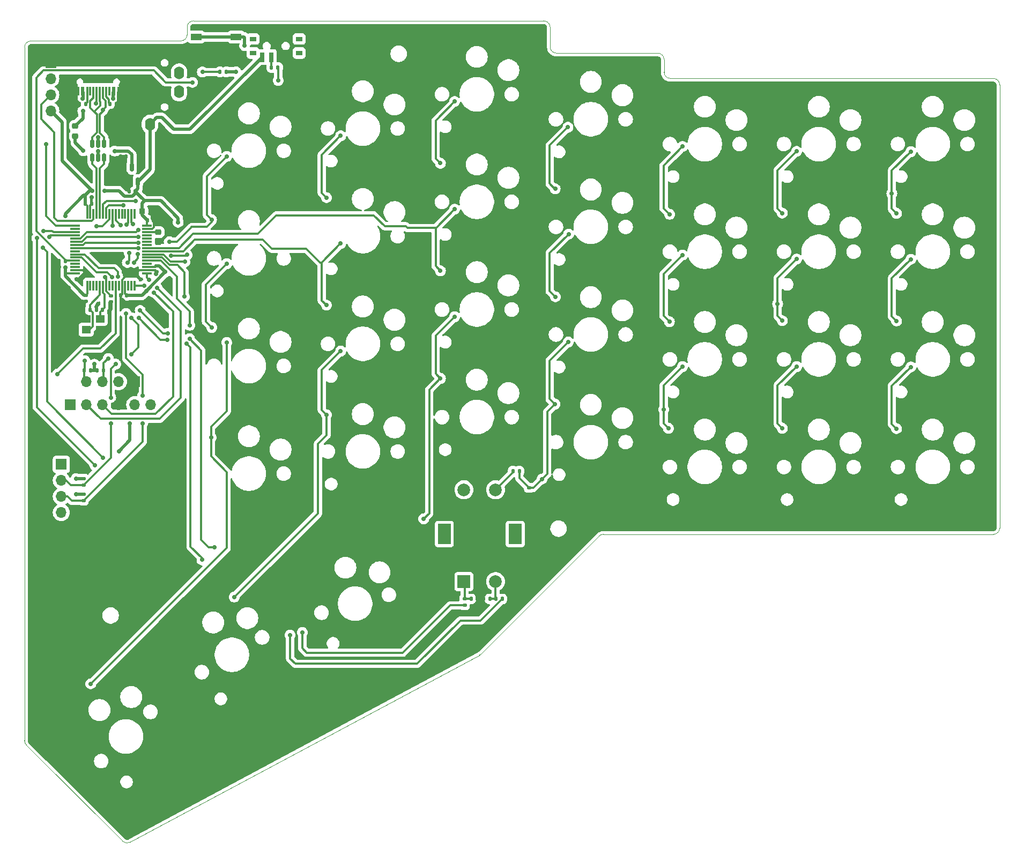
<source format=gbr>
%TF.GenerationSoftware,KiCad,Pcbnew,8.0.5*%
%TF.CreationDate,2024-10-11T21:29:17+02:00*%
%TF.ProjectId,vaucasy_right,76617563-6173-4795-9f72-696768742e6b,rev?*%
%TF.SameCoordinates,Original*%
%TF.FileFunction,Copper,L1,Top*%
%TF.FilePolarity,Positive*%
%FSLAX46Y46*%
G04 Gerber Fmt 4.6, Leading zero omitted, Abs format (unit mm)*
G04 Created by KiCad (PCBNEW 8.0.5) date 2024-10-11 21:29:17*
%MOMM*%
%LPD*%
G01*
G04 APERTURE LIST*
G04 Aperture macros list*
%AMRoundRect*
0 Rectangle with rounded corners*
0 $1 Rounding radius*
0 $2 $3 $4 $5 $6 $7 $8 $9 X,Y pos of 4 corners*
0 Add a 4 corners polygon primitive as box body*
4,1,4,$2,$3,$4,$5,$6,$7,$8,$9,$2,$3,0*
0 Add four circle primitives for the rounded corners*
1,1,$1+$1,$2,$3*
1,1,$1+$1,$4,$5*
1,1,$1+$1,$6,$7*
1,1,$1+$1,$8,$9*
0 Add four rect primitives between the rounded corners*
20,1,$1+$1,$2,$3,$4,$5,0*
20,1,$1+$1,$4,$5,$6,$7,0*
20,1,$1+$1,$6,$7,$8,$9,0*
20,1,$1+$1,$8,$9,$2,$3,0*%
G04 Aperture macros list end*
%TA.AperFunction,SMDPad,CuDef*%
%ADD10RoundRect,0.218750X-0.256250X0.218750X-0.256250X-0.218750X0.256250X-0.218750X0.256250X0.218750X0*%
%TD*%
%TA.AperFunction,SMDPad,CuDef*%
%ADD11RoundRect,0.150000X0.150000X-0.512500X0.150000X0.512500X-0.150000X0.512500X-0.150000X-0.512500X0*%
%TD*%
%TA.AperFunction,SMDPad,CuDef*%
%ADD12RoundRect,0.135000X0.135000X0.185000X-0.135000X0.185000X-0.135000X-0.185000X0.135000X-0.185000X0*%
%TD*%
%TA.AperFunction,SMDPad,CuDef*%
%ADD13RoundRect,0.075000X0.075000X-0.700000X0.075000X0.700000X-0.075000X0.700000X-0.075000X-0.700000X0*%
%TD*%
%TA.AperFunction,SMDPad,CuDef*%
%ADD14RoundRect,0.075000X0.700000X-0.075000X0.700000X0.075000X-0.700000X0.075000X-0.700000X-0.075000X0*%
%TD*%
%TA.AperFunction,SMDPad,CuDef*%
%ADD15R,1.700000X1.000000*%
%TD*%
%TA.AperFunction,SMDPad,CuDef*%
%ADD16RoundRect,0.140000X-0.140000X-0.170000X0.140000X-0.170000X0.140000X0.170000X-0.140000X0.170000X0*%
%TD*%
%TA.AperFunction,ComponentPad*%
%ADD17R,2.000000X2.000000*%
%TD*%
%TA.AperFunction,ComponentPad*%
%ADD18C,2.000000*%
%TD*%
%TA.AperFunction,ComponentPad*%
%ADD19R,2.000000X3.200000*%
%TD*%
%TA.AperFunction,ComponentPad*%
%ADD20R,1.700000X1.700000*%
%TD*%
%TA.AperFunction,ComponentPad*%
%ADD21O,1.700000X1.700000*%
%TD*%
%TA.AperFunction,SMDPad,CuDef*%
%ADD22RoundRect,0.135000X-0.135000X-0.185000X0.135000X-0.185000X0.135000X0.185000X-0.135000X0.185000X0*%
%TD*%
%TA.AperFunction,SMDPad,CuDef*%
%ADD23R,1.000000X0.800000*%
%TD*%
%TA.AperFunction,SMDPad,CuDef*%
%ADD24R,0.700000X1.500000*%
%TD*%
%TA.AperFunction,SMDPad,CuDef*%
%ADD25RoundRect,0.135000X0.185000X-0.135000X0.185000X0.135000X-0.185000X0.135000X-0.185000X-0.135000X0*%
%TD*%
%TA.AperFunction,SMDPad,CuDef*%
%ADD26RoundRect,0.140000X0.170000X-0.140000X0.170000X0.140000X-0.170000X0.140000X-0.170000X-0.140000X0*%
%TD*%
%TA.AperFunction,SMDPad,CuDef*%
%ADD27RoundRect,0.150000X-0.150000X0.512500X-0.150000X-0.512500X0.150000X-0.512500X0.150000X0.512500X0*%
%TD*%
%TA.AperFunction,SMDPad,CuDef*%
%ADD28RoundRect,0.140000X0.140000X0.170000X-0.140000X0.170000X-0.140000X-0.170000X0.140000X-0.170000X0*%
%TD*%
%TA.AperFunction,ComponentPad*%
%ADD29O,1.600000X2.000000*%
%TD*%
%TA.AperFunction,SMDPad,CuDef*%
%ADD30RoundRect,0.225000X0.225000X0.250000X-0.225000X0.250000X-0.225000X-0.250000X0.225000X-0.250000X0*%
%TD*%
%TA.AperFunction,SMDPad,CuDef*%
%ADD31RoundRect,0.135000X-0.185000X0.135000X-0.185000X-0.135000X0.185000X-0.135000X0.185000X0.135000X0*%
%TD*%
%TA.AperFunction,SMDPad,CuDef*%
%ADD32RoundRect,0.140000X-0.170000X0.140000X-0.170000X-0.140000X0.170000X-0.140000X0.170000X0.140000X0*%
%TD*%
%TA.AperFunction,SMDPad,CuDef*%
%ADD33R,0.600000X1.450000*%
%TD*%
%TA.AperFunction,SMDPad,CuDef*%
%ADD34R,0.300000X1.450000*%
%TD*%
%TA.AperFunction,ComponentPad*%
%ADD35O,1.000000X2.100000*%
%TD*%
%TA.AperFunction,ComponentPad*%
%ADD36O,1.000000X1.600000*%
%TD*%
%TA.AperFunction,SMDPad,CuDef*%
%ADD37RoundRect,0.225000X-0.250000X0.225000X-0.250000X-0.225000X0.250000X-0.225000X0.250000X0.225000X0*%
%TD*%
%TA.AperFunction,SMDPad,CuDef*%
%ADD38R,1.400000X1.200000*%
%TD*%
%TA.AperFunction,ViaPad*%
%ADD39C,0.700000*%
%TD*%
%TA.AperFunction,Conductor*%
%ADD40C,0.500000*%
%TD*%
%TA.AperFunction,Conductor*%
%ADD41C,0.300000*%
%TD*%
%TA.AperFunction,Profile*%
%ADD42C,0.050000*%
%TD*%
G04 APERTURE END LIST*
D10*
%TO.P,F1,1*%
%TO.N,VBUS*%
X33012500Y-44500000D03*
%TO.P,F1,2*%
%TO.N,+5V*%
X33012500Y-46075000D03*
%TD*%
D11*
%TO.P,U3,1,GND*%
%TO.N,GND*%
X40987500Y-53320000D03*
%TO.P,U3,2,VO*%
%TO.N,+3.3V*%
X42887500Y-53320000D03*
%TO.P,U3,3,VI*%
%TO.N,+5V*%
X41937500Y-51045000D03*
%TD*%
D12*
%TO.P,R10,1*%
%TO.N,+3.3V*%
X35472500Y-83112500D03*
%TO.P,R10,2*%
%TO.N,LOLED_SDA*%
X34452500Y-83112500D03*
%TD*%
D13*
%TO.P,U1,1,VBAT*%
%TO.N,+3.3V*%
X34887500Y-69712500D03*
%TO.P,U1,2,PC13*%
%TO.N,unconnected-(U1-PC13-Pad2)*%
X35387500Y-69712500D03*
%TO.P,U1,3,PC14*%
%TO.N,unconnected-(U1-PC14-Pad3)*%
X35887500Y-69712500D03*
%TO.P,U1,4,PC15*%
%TO.N,unconnected-(U1-PC15-Pad4)*%
X36387500Y-69712500D03*
%TO.P,U1,5,PH0*%
%TO.N,LOSC_IN*%
X36887500Y-69712500D03*
%TO.P,U1,6,PH1*%
%TO.N,LOSC_OUT*%
X37387500Y-69712500D03*
%TO.P,U1,7,NRST*%
%TO.N,LNRST*%
X37887500Y-69712500D03*
%TO.P,U1,8,PC0*%
%TO.N,unconnected-(U1-PC0-Pad8)*%
X38387500Y-69712500D03*
%TO.P,U1,9,PC1*%
%TO.N,unconnected-(U1-PC1-Pad9)*%
X38887500Y-69712500D03*
%TO.P,U1,10,PC2*%
%TO.N,LRow 4*%
X39387500Y-69712500D03*
%TO.P,U1,11,PC3*%
%TO.N,unconnected-(U1-PC3-Pad11)*%
X39887500Y-69712500D03*
%TO.P,U1,12,VSSA*%
%TO.N,GND*%
X40387500Y-69712500D03*
%TO.P,U1,13,VREF+*%
%TO.N,+3.3V*%
X40887500Y-69712500D03*
%TO.P,U1,14,PA0*%
%TO.N,unconnected-(U1-PA0-Pad14)*%
X41387500Y-69712500D03*
%TO.P,U1,15,PA1*%
%TO.N,unconnected-(U1-PA1-Pad15)*%
X41887500Y-69712500D03*
%TO.P,U1,16,PA2*%
%TO.N,LUART2_TX*%
X42387500Y-69712500D03*
D14*
%TO.P,U1,17,PA3*%
%TO.N,LUART2_RX*%
X44312500Y-67787500D03*
%TO.P,U1,18,VSS*%
%TO.N,GND*%
X44312500Y-67287500D03*
%TO.P,U1,19,VDD*%
%TO.N,+3.3V*%
X44312500Y-66787500D03*
%TO.P,U1,20,PA4*%
%TO.N,unconnected-(U1-PA4-Pad20)*%
X44312500Y-66287500D03*
%TO.P,U1,21,PA5*%
%TO.N,LColumn 4*%
X44312500Y-65787500D03*
%TO.P,U1,22,PA6*%
%TO.N,LRow 2*%
X44312500Y-65287500D03*
%TO.P,U1,23,PA7*%
%TO.N,LColumn 5*%
X44312500Y-64787500D03*
%TO.P,U1,24,PC4*%
%TO.N,LColumn 1*%
X44312500Y-64287500D03*
%TO.P,U1,25,PC5*%
%TO.N,LColumn 2*%
X44312500Y-63787500D03*
%TO.P,U1,26,PB0*%
%TO.N,unconnected-(U1-PB0-Pad26)*%
X44312500Y-63287500D03*
%TO.P,U1,27,PB1*%
%TO.N,unconnected-(U1-PB1-Pad27)*%
X44312500Y-62787500D03*
%TO.P,U1,28,PB2*%
%TO.N,unconnected-(U1-PB2-Pad28)*%
X44312500Y-62287500D03*
%TO.P,U1,29,PB10*%
%TO.N,unconnected-(U1-PB10-Pad29)*%
X44312500Y-61787500D03*
%TO.P,U1,30,VCAP1*%
%TO.N,/LMCU_VCAP1*%
X44312500Y-61287500D03*
%TO.P,U1,31,VSS*%
%TO.N,GND*%
X44312500Y-60787500D03*
%TO.P,U1,32,VDD*%
%TO.N,+3.3V*%
X44312500Y-60287500D03*
D13*
%TO.P,U1,33,PB12*%
%TO.N,unconnected-(U1-PB12-Pad33)*%
X42387500Y-58362500D03*
%TO.P,U1,34,PB13*%
%TO.N,LENCODER_A*%
X41887500Y-58362500D03*
%TO.P,U1,35,PB14*%
%TO.N,LENCODER_B*%
X41387500Y-58362500D03*
%TO.P,U1,36,PB15*%
%TO.N,unconnected-(U1-PB15-Pad36)*%
X40887500Y-58362500D03*
%TO.P,U1,37,PC6*%
%TO.N,unconnected-(U1-PC6-Pad37)*%
X40387500Y-58362500D03*
%TO.P,U1,38,PC7*%
%TO.N,unconnected-(U1-PC7-Pad38)*%
X39887500Y-58362500D03*
%TO.P,U1,39,PC8*%
%TO.N,LBT_EN*%
X39387500Y-58362500D03*
%TO.P,U1,40,PC9*%
%TO.N,LTRACK_SDA*%
X38887500Y-58362500D03*
%TO.P,U1,41,PA8*%
%TO.N,LTRACK_SCL*%
X38387500Y-58362500D03*
%TO.P,U1,42,PA9*%
%TO.N,LUART1_TX*%
X37887500Y-58362500D03*
%TO.P,U1,43,PA10*%
%TO.N,LUART1_RX*%
X37387500Y-58362500D03*
%TO.P,U1,44,PA11*%
%TO.N,LsD-*%
X36887500Y-58362500D03*
%TO.P,U1,45,PA12*%
%TO.N,LsD+*%
X36387500Y-58362500D03*
%TO.P,U1,46,PA13*%
%TO.N,LSWDIO*%
X35887500Y-58362500D03*
%TO.P,U1,47,VSS*%
%TO.N,GND*%
X35387500Y-58362500D03*
%TO.P,U1,48,VDD*%
%TO.N,+3.3V*%
X34887500Y-58362500D03*
D14*
%TO.P,U1,49,PA14*%
%TO.N,LSWCLK*%
X32962500Y-60287500D03*
%TO.P,U1,50,PA15*%
%TO.N,unconnected-(U1-PA15-Pad50)*%
X32962500Y-60787500D03*
%TO.P,U1,51,PC10*%
%TO.N,LColumn 3*%
X32962500Y-61287500D03*
%TO.P,U1,52,PC11*%
%TO.N,LRow 3*%
X32962500Y-61787500D03*
%TO.P,U1,53,PC12*%
%TO.N,LRow 0*%
X32962500Y-62287500D03*
%TO.P,U1,54,PD2*%
%TO.N,LColumn 6*%
X32962500Y-62787500D03*
%TO.P,U1,55,PB3*%
%TO.N,LColumn 0*%
X32962500Y-63287500D03*
%TO.P,U1,56,PB4*%
%TO.N,LRow 1*%
X32962500Y-63787500D03*
%TO.P,U1,57,PB5*%
%TO.N,unconnected-(U1-PB5-Pad57)*%
X32962500Y-64287500D03*
%TO.P,U1,58,PB6*%
%TO.N,LOLED_SCL*%
X32962500Y-64787500D03*
%TO.P,U1,59,PB7*%
%TO.N,LOLED_SDA*%
X32962500Y-65287500D03*
%TO.P,U1,60,BOOT0*%
%TO.N,LBOOT0*%
X32962500Y-65787500D03*
%TO.P,U1,61,PB8*%
%TO.N,unconnected-(U1-PB8-Pad61)*%
X32962500Y-66287500D03*
%TO.P,U1,62,PB9*%
%TO.N,unconnected-(U1-PB9-Pad62)*%
X32962500Y-66787500D03*
%TO.P,U1,63,VSS*%
%TO.N,GND*%
X32962500Y-67287500D03*
%TO.P,U1,64,VDD*%
%TO.N,+3.3V*%
X32962500Y-67787500D03*
%TD*%
D15*
%TO.P,SW2,1,1*%
%TO.N,GND*%
X58412500Y-34230000D03*
X52112500Y-34230000D03*
%TO.P,SW2,2,2*%
%TO.N,Net-(R2-Pad2)*%
X58412500Y-30430000D03*
X52112500Y-30430000D03*
%TD*%
D16*
%TO.P,C11,1*%
%TO.N,GND*%
X36357500Y-73537500D03*
%TO.P,C11,2*%
%TO.N,LOSC_OUT*%
X37317500Y-73537500D03*
%TD*%
D17*
%TO.P,SW3,A,A*%
%TO.N,Net-(C15-Pad1)*%
X94387500Y-116462500D03*
D18*
%TO.P,SW3,B,B*%
%TO.N,Net-(C14-Pad2)*%
X99387500Y-116462500D03*
%TO.P,SW3,C,C*%
%TO.N,GND*%
X96887500Y-116462500D03*
D19*
%TO.P,SW3,MP*%
%TO.N,N/C*%
X91287500Y-108962500D03*
X102487500Y-108962500D03*
D18*
%TO.P,SW3,S1,S1*%
%TO.N,Net-(R6-Pad2)*%
X99387500Y-101962500D03*
%TO.P,SW3,S2,S2*%
%TO.N,Net-(D33-A)*%
X94387500Y-101962500D03*
%TD*%
D20*
%TO.P,J4,1,Vcc*%
%TO.N,+3.3V*%
X30812500Y-97947500D03*
D21*
%TO.P,J4,2,SDA*%
%TO.N,LTRACK_SDA*%
X30812500Y-100487500D03*
%TO.P,J4,3,SCL*%
%TO.N,LTRACK_SCL*%
X30812500Y-103027500D03*
%TO.P,J4,4,INT*%
%TO.N,unconnected-(J4-INT-Pad4)*%
X30812500Y-105567500D03*
%TO.P,J4,5,GND*%
%TO.N,GND*%
X30812500Y-108107500D03*
%TD*%
D16*
%TO.P,C5,1*%
%TO.N,GND*%
X30457500Y-67737500D03*
%TO.P,C5,2*%
%TO.N,+3.3V*%
X31417500Y-67737500D03*
%TD*%
%TO.P,C14,1*%
%TO.N,GND*%
X97507500Y-119212500D03*
%TO.P,C14,2*%
%TO.N,Net-(C14-Pad2)*%
X98467500Y-119212500D03*
%TD*%
D22*
%TO.P,R7,1*%
%TO.N,Net-(C14-Pad2)*%
X99397500Y-119212500D03*
%TO.P,R7,2*%
%TO.N,LENCODER_B*%
X100417500Y-119212500D03*
%TD*%
D23*
%TO.P,SW1,*%
%TO.N,*%
X68387500Y-32980000D03*
X68387500Y-30770000D03*
X61087500Y-32980000D03*
X61087500Y-30770000D03*
D24*
%TO.P,SW1,1,A*%
%TO.N,GND*%
X66987500Y-33630000D03*
%TO.P,SW1,2,B*%
%TO.N,/SW_BOOT0*%
X63987500Y-33630000D03*
%TO.P,SW1,3,C*%
%TO.N,+3.3V*%
X62487500Y-33630000D03*
%TD*%
D12*
%TO.P,R6,1*%
%TO.N,LColumn 3*%
X103135000Y-99025000D03*
%TO.P,R6,2*%
%TO.N,Net-(R6-Pad2)*%
X102115000Y-99025000D03*
%TD*%
D16*
%TO.P,C9,1*%
%TO.N,GND*%
X40977500Y-49332500D03*
%TO.P,C9,2*%
%TO.N,+5V*%
X41937500Y-49332500D03*
%TD*%
D22*
%TO.P,R1,1*%
%TO.N,/SW_BOOT0*%
X64002500Y-35275000D03*
%TO.P,R1,2*%
%TO.N,LBOOT0*%
X65022500Y-35275000D03*
%TD*%
D20*
%TO.P,J2,1,GND*%
%TO.N,GND*%
X42367500Y-84887500D03*
D21*
%TO.P,J2,2,VCC*%
%TO.N,+3.3V*%
X39827500Y-84887500D03*
%TO.P,J2,3,SCL*%
%TO.N,LOLED_SCL*%
X37287500Y-84887500D03*
%TO.P,J2,4,SDA*%
%TO.N,LOLED_SDA*%
X34747500Y-84887500D03*
%TD*%
D25*
%TO.P,R8,1*%
%TO.N,LENCODER_A*%
X94487500Y-120222500D03*
%TO.P,R8,2*%
%TO.N,Net-(C15-Pad1)*%
X94487500Y-119202500D03*
%TD*%
D26*
%TO.P,C1,1*%
%TO.N,GND*%
X34662500Y-72192500D03*
%TO.P,C1,2*%
%TO.N,+3.3V*%
X34662500Y-71232500D03*
%TD*%
D25*
%TO.P,R13,1*%
%TO.N,LTRACK_SCL*%
X34312500Y-103707500D03*
%TO.P,R13,2*%
%TO.N,+3.3V*%
X34312500Y-102687500D03*
%TD*%
D27*
%TO.P,U2,1,I/O1*%
%TO.N,LD-*%
X37587500Y-47257500D03*
%TO.P,U2,2,GND*%
%TO.N,GND*%
X36637500Y-47257500D03*
%TO.P,U2,3,I/O2*%
%TO.N,LD+*%
X35687500Y-47257500D03*
%TO.P,U2,4,I/O2*%
%TO.N,LsD+*%
X35687500Y-49532500D03*
%TO.P,U2,5,VBUS*%
%TO.N,+5V*%
X36637500Y-49532500D03*
%TO.P,U2,6,I/O1*%
%TO.N,LsD-*%
X37587500Y-49532500D03*
%TD*%
D22*
%TO.P,R2,1*%
%TO.N,LNRST*%
X55852500Y-35955000D03*
%TO.P,R2,2*%
%TO.N,Net-(R2-Pad2)*%
X56872500Y-35955000D03*
%TD*%
%TO.P,R4,1*%
%TO.N,GND*%
X33627500Y-41012500D03*
%TO.P,R4,2*%
%TO.N,Net-(J1-CC2)*%
X34647500Y-41012500D03*
%TD*%
D28*
%TO.P,C17,1*%
%TO.N,LBOOT0*%
X31417500Y-65862500D03*
%TO.P,C17,2*%
%TO.N,GND*%
X30457500Y-65862500D03*
%TD*%
D29*
%TO.P,U4,1,SLEEVE*%
%TO.N,+3.3V*%
X44812500Y-44225000D03*
%TO.P,U4,2,TIP*%
%TO.N,GND*%
X49412500Y-43125000D03*
%TO.P,U4,3,RING1*%
%TO.N,LUART1_TX*%
X49412500Y-39125000D03*
%TO.P,U4,4,RING2*%
%TO.N,LUART1_RX*%
X49412500Y-36125000D03*
%TD*%
D30*
%TO.P,C6,1*%
%TO.N,GND*%
X45137500Y-57962500D03*
%TO.P,C6,2*%
%TO.N,+3.3V*%
X43587500Y-57962500D03*
%TD*%
D26*
%TO.P,C2,1*%
%TO.N,GND*%
X45887500Y-67537500D03*
%TO.P,C2,2*%
%TO.N,+3.3V*%
X45887500Y-66577500D03*
%TD*%
D16*
%TO.P,C8,1*%
%TO.N,GND*%
X41507500Y-54832500D03*
%TO.P,C8,2*%
%TO.N,+3.3V*%
X42467500Y-54832500D03*
%TD*%
D31*
%TO.P,R14,1*%
%TO.N,+3.3V*%
X34312500Y-100197500D03*
%TO.P,R14,2*%
%TO.N,LTRACK_SDA*%
X34312500Y-101217500D03*
%TD*%
D32*
%TO.P,C16,1*%
%TO.N,LColumn 3*%
X104675000Y-101670000D03*
%TO.P,C16,2*%
%TO.N,GND*%
X104675000Y-102630000D03*
%TD*%
D28*
%TO.P,C3,1*%
%TO.N,GND*%
X45342500Y-59362500D03*
%TO.P,C3,2*%
%TO.N,+3.3V*%
X44382500Y-59362500D03*
%TD*%
D16*
%TO.P,C10,1*%
%TO.N,GND*%
X34357500Y-73537500D03*
%TO.P,C10,2*%
%TO.N,LOSC_IN*%
X35317500Y-73537500D03*
%TD*%
%TO.P,C13,1*%
%TO.N,GND*%
X40177500Y-71262500D03*
%TO.P,C13,2*%
%TO.N,+3.3V*%
X41137500Y-71262500D03*
%TD*%
D12*
%TO.P,R3,1*%
%TO.N,GND*%
X39472500Y-41012500D03*
%TO.P,R3,2*%
%TO.N,Net-(J1-CC1)*%
X38452500Y-41012500D03*
%TD*%
D16*
%TO.P,C15,1*%
%TO.N,Net-(C15-Pad1)*%
X95507500Y-119212500D03*
%TO.P,C15,2*%
%TO.N,GND*%
X96467500Y-119212500D03*
%TD*%
D33*
%TO.P,J1,A1,GND*%
%TO.N,GND*%
X39887500Y-38972500D03*
%TO.P,J1,A4,VBUS*%
%TO.N,VBUS*%
X39087500Y-38972500D03*
D34*
%TO.P,J1,A5,CC1*%
%TO.N,Net-(J1-CC1)*%
X37887500Y-38972500D03*
%TO.P,J1,A6,D+*%
%TO.N,LD+*%
X36887500Y-38972500D03*
%TO.P,J1,A7,D-*%
%TO.N,LD-*%
X36387500Y-38972500D03*
%TO.P,J1,A8*%
%TO.N,N/C*%
X35387500Y-38972500D03*
D33*
%TO.P,J1,A9,VBUS*%
%TO.N,VBUS*%
X34187500Y-38972500D03*
%TO.P,J1,A12,GND*%
%TO.N,GND*%
X33387500Y-38972500D03*
%TO.P,J1,B1,GND*%
X33387500Y-38972500D03*
%TO.P,J1,B4,VBUS*%
%TO.N,VBUS*%
X34187500Y-38972500D03*
D34*
%TO.P,J1,B5,CC2*%
%TO.N,Net-(J1-CC2)*%
X34887500Y-38972500D03*
%TO.P,J1,B6,D+*%
%TO.N,LD+*%
X35887500Y-38972500D03*
%TO.P,J1,B7,D-*%
%TO.N,LD-*%
X37387500Y-38972500D03*
%TO.P,J1,B8*%
%TO.N,N/C*%
X38387500Y-38972500D03*
D33*
%TO.P,J1,B9,VBUS*%
%TO.N,VBUS*%
X39087500Y-38972500D03*
%TO.P,J1,B12,GND*%
%TO.N,GND*%
X39887500Y-38972500D03*
D35*
%TO.P,J1,S1,SHIELD*%
X40957500Y-38057500D03*
D36*
X40957500Y-33877500D03*
D35*
X32317500Y-38057500D03*
D36*
X32317500Y-33877500D03*
%TD*%
D37*
%TO.P,C12,1*%
%TO.N,/LMCU_VCAP1*%
X46137500Y-61287500D03*
%TO.P,C12,2*%
%TO.N,GND*%
X46137500Y-62837500D03*
%TD*%
D26*
%TO.P,C7,1*%
%TO.N,GND*%
X38612500Y-72292500D03*
%TO.P,C7,2*%
%TO.N,LNRST*%
X38612500Y-71332500D03*
%TD*%
D28*
%TO.P,C4,1*%
%TO.N,GND*%
X35567500Y-56812500D03*
%TO.P,C4,2*%
%TO.N,+3.3V*%
X34607500Y-56812500D03*
%TD*%
D12*
%TO.P,R9,1*%
%TO.N,LOLED_SCL*%
X37447500Y-83112500D03*
%TO.P,R9,2*%
%TO.N,+3.3V*%
X36427500Y-83112500D03*
%TD*%
D20*
%TO.P,J6,1,Pin_1*%
%TO.N,GND*%
X29137500Y-34487500D03*
D21*
%TO.P,J6,2,Pin_2*%
%TO.N,LSWCLK*%
X29137500Y-37027500D03*
%TO.P,J6,3,Pin_3*%
%TO.N,LSWDIO*%
X29137500Y-39567500D03*
%TO.P,J6,4,Pin_4*%
%TO.N,+3.3V*%
X29137500Y-42107500D03*
%TD*%
D38*
%TO.P,Y1,1,1*%
%TO.N,LOSC_IN*%
X34737500Y-76687500D03*
%TO.P,Y1,2,2*%
%TO.N,GND*%
X36937500Y-76687500D03*
%TO.P,Y1,3,3*%
%TO.N,LOSC_OUT*%
X36937500Y-74987500D03*
%TO.P,Y1,4,4*%
%TO.N,GND*%
X34737500Y-74987500D03*
%TD*%
D20*
%TO.P,J5,1,State*%
%TO.N,unconnected-(J5-State-Pad1)*%
X32237500Y-88512500D03*
D21*
%TO.P,J5,2,RXD*%
%TO.N,LUART2_RX*%
X34777500Y-88512500D03*
%TO.P,J5,3,TXD*%
%TO.N,LUART2_TX*%
X37317500Y-88512500D03*
%TO.P,J5,4,GND*%
%TO.N,GND*%
X39857500Y-88512500D03*
%TO.P,J5,5,VCC*%
%TO.N,+3.3V*%
X42397500Y-88512500D03*
%TO.P,J5,6,EN*%
%TO.N,LBT_EN*%
X44937500Y-88512500D03*
%TD*%
D39*
%TO.N,GND*%
X31937500Y-70037500D03*
X38425000Y-73675000D03*
X46612500Y-57987500D03*
X45771212Y-67906262D03*
X34605122Y-67342925D03*
X36587500Y-72637500D03*
X33562500Y-72537500D03*
X36937500Y-77912500D03*
X47425000Y-69200000D03*
X40987500Y-52062510D03*
X36637500Y-46312500D03*
X33237500Y-68737500D03*
X48075000Y-61100000D03*
X104675000Y-103700000D03*
X30462500Y-66787500D03*
X35637500Y-55737504D03*
X45475000Y-72550000D03*
X40187502Y-49332500D03*
%TO.N,+3.3V*%
X37637500Y-54787500D03*
X41637500Y-91487500D03*
X33137500Y-100187500D03*
X39887500Y-95887500D03*
X31412500Y-66887500D03*
X31412500Y-58762500D03*
X35662500Y-54762500D03*
X36012500Y-82137500D03*
X44215051Y-70568490D03*
X33137500Y-102637500D03*
X49262500Y-59712500D03*
X47237504Y-67571347D03*
%TO.N,LNRST*%
X37737500Y-68387500D03*
X53087500Y-35987500D03*
%TO.N,+5V*%
X36632349Y-48470000D03*
X34287500Y-48412500D03*
X39237500Y-48462500D03*
%TO.N,LBOOT0*%
X51537500Y-37612500D03*
X65062500Y-37337500D03*
%TO.N,LRow 0*%
X42987500Y-60962500D03*
%TO.N,LRow 1*%
X48112500Y-64987500D03*
X50662500Y-64862500D03*
X42987501Y-63835291D03*
%TO.N,LRow 2*%
X50237500Y-71462500D03*
%TO.N,VBUS*%
X34187500Y-40162500D03*
X39018736Y-40177467D03*
X34212500Y-42162500D03*
%TO.N,LRow 3*%
X27862500Y-63687500D03*
X37362500Y-96887500D03*
X28874841Y-61987500D03*
%TO.N,LD-*%
X36242497Y-40962500D03*
X37362546Y-41987500D03*
%TO.N,LOLED_SCL*%
X38237500Y-81212500D03*
X39708574Y-68303493D03*
%TO.N,LOLED_SDA*%
X34512500Y-81587500D03*
X38812500Y-68387500D03*
%TO.N,LUART2_RX*%
X44637500Y-68787500D03*
X45924551Y-70046190D03*
%TO.N,LUART2_TX*%
X43862500Y-69740412D03*
X45412500Y-70812500D03*
%TO.N,LBT_EN*%
X40187500Y-60162500D03*
%TO.N,LSWCLK*%
X28362500Y-47362500D03*
%TO.N,LColumn 0*%
X35462500Y-132612500D03*
X47837500Y-62762500D03*
X56924999Y-66262501D03*
X54525000Y-59312500D03*
X56925000Y-78687500D03*
X42991902Y-62935299D03*
X54450000Y-93687500D03*
X56924998Y-49312502D03*
X54575000Y-76337500D03*
%TO.N,LColumn 1*%
X74925003Y-46062497D03*
X74925000Y-80062500D03*
X58112500Y-118912500D03*
X72675000Y-90112500D03*
X72675000Y-55812500D03*
X72675000Y-72812500D03*
X74925002Y-63062498D03*
%TO.N,LColumn 2*%
X92925002Y-40637498D03*
X90675000Y-50387500D03*
X92925000Y-74637500D03*
X90675000Y-67387500D03*
X90675000Y-84387500D03*
X92924998Y-57637502D03*
X88037500Y-106562500D03*
%TO.N,LColumn 3*%
X108827837Y-71484663D03*
X110818750Y-44693750D03*
X108775000Y-88437500D03*
X108800000Y-54437500D03*
X26937500Y-62237500D03*
X36137500Y-98112500D03*
X110881250Y-78631250D03*
X110925002Y-61587498D03*
X27962500Y-61087500D03*
X106725000Y-100275000D03*
%TO.N,LColumn 4*%
X126830331Y-75417831D03*
X128925004Y-82512496D03*
X126865687Y-58453187D03*
X125925000Y-89287500D03*
X126675000Y-92262500D03*
X128924999Y-47737501D03*
X128924999Y-64887501D03*
X51087500Y-75987500D03*
%TO.N,LColumn 5*%
X143925000Y-72587500D03*
X50312500Y-65962500D03*
X144675000Y-75262500D03*
X144675000Y-58262500D03*
X146925002Y-65512498D03*
X146925001Y-82512499D03*
X146924998Y-48512502D03*
X144675000Y-92262500D03*
%TO.N,LColumn 6*%
X164962503Y-48562497D03*
X162712500Y-58312500D03*
X164962502Y-82562498D03*
X164962501Y-65562499D03*
X162712500Y-75312500D03*
X42962444Y-62035779D03*
X161962500Y-55162500D03*
X162712500Y-92312500D03*
%TO.N,LUART1_TX*%
X40638100Y-57061347D03*
%TO.N,LUART1_RX*%
X42562500Y-56337500D03*
%TO.N,Net-(R2-Pad2)*%
X58387500Y-35955000D03*
X59762500Y-31805000D03*
%TO.N,LTRACK_SCL*%
X43662500Y-91512500D03*
X43662500Y-87112500D03*
X36362500Y-60312500D03*
X41037500Y-74100000D03*
%TO.N,LTRACK_SDA*%
X38887499Y-60287499D03*
X39387500Y-82112500D03*
X41862500Y-80562500D03*
X38612500Y-87387500D03*
X41837500Y-74812500D03*
X38612500Y-91462500D03*
%TO.N,LENCODER_B*%
X50617749Y-78871852D03*
X41112500Y-60112500D03*
X66937500Y-124912500D03*
X53012500Y-113037500D03*
X41237500Y-66062500D03*
X47562500Y-78262500D03*
X43012500Y-74812500D03*
X41539091Y-64535291D03*
%TO.N,LENCODER_A*%
X55012500Y-111012500D03*
X42270337Y-66067435D03*
X47612500Y-77237500D03*
X43262500Y-73662500D03*
X68862500Y-124487500D03*
X42137500Y-60012500D03*
X51053025Y-78084109D03*
X42912500Y-64762500D03*
%TO.N,LRow 4*%
X30212500Y-83687500D03*
%TD*%
D40*
%TO.N,+5V*%
X33012500Y-47137500D02*
X34287500Y-48412500D01*
X33012500Y-46075000D02*
X33012500Y-47137500D01*
%TO.N,VBUS*%
X34212500Y-42162500D02*
X34212500Y-43300000D01*
X34212500Y-43300000D02*
X33012500Y-44500000D01*
D41*
%TO.N,GND*%
X45437500Y-60540620D02*
X45437500Y-59457500D01*
D40*
X39857500Y-88512500D02*
X39857500Y-87397500D01*
X40987500Y-53320000D02*
X40987500Y-54312500D01*
X40987500Y-53320000D02*
X40987500Y-52062510D01*
D41*
X35387500Y-58362500D02*
X35387500Y-56992500D01*
X35387500Y-56992500D02*
X35567500Y-56812500D01*
X40387500Y-68787500D02*
X40387500Y-69712500D01*
D40*
X45137500Y-57962500D02*
X45137500Y-59157500D01*
X34357500Y-72497500D02*
X34357500Y-73537500D01*
X39837500Y-39192500D02*
X40382500Y-39192500D01*
X34357500Y-74607500D02*
X34737500Y-74987500D01*
D41*
X41155001Y-72550000D02*
X45475000Y-72550000D01*
X40387500Y-71052500D02*
X40177500Y-71262500D01*
D40*
X30457500Y-65862500D02*
X30457500Y-66782500D01*
X34605122Y-67664420D02*
X34605122Y-67342925D01*
X34357500Y-73537500D02*
X34357500Y-74607500D01*
X40987500Y-54312500D02*
X41507500Y-54832500D01*
X30457500Y-66782500D02*
X30462500Y-66787500D01*
D41*
X45637500Y-67287500D02*
X45887500Y-67537500D01*
X45887500Y-67789974D02*
X45771212Y-67906262D01*
D40*
X45137500Y-59157500D02*
X45342500Y-59362500D01*
X30457500Y-68557500D02*
X31937500Y-70037500D01*
X40977500Y-49332500D02*
X40187502Y-49332500D01*
D41*
X40177500Y-71572499D02*
X41155001Y-72550000D01*
D40*
X33137501Y-40522501D02*
X33627500Y-41012500D01*
D41*
X35567500Y-56812500D02*
X35567500Y-55807504D01*
D40*
X38612500Y-73487500D02*
X38425000Y-73675000D01*
X45137500Y-57962500D02*
X46587500Y-57962500D01*
X30457500Y-66792500D02*
X30462500Y-66787500D01*
D41*
X44312500Y-67287500D02*
X45637500Y-67287500D01*
D40*
X96467500Y-119212500D02*
X96872500Y-119212500D01*
X33437500Y-39192500D02*
X32892500Y-39192500D01*
X31937500Y-70037500D02*
X31937500Y-70912500D01*
X96887500Y-119197500D02*
X96872500Y-119212500D01*
D41*
X41887500Y-67287500D02*
X40387500Y-68787500D01*
X44312500Y-67287500D02*
X41887500Y-67287500D01*
D40*
X46137500Y-62837500D02*
X46337500Y-62837500D01*
X32892500Y-39192500D02*
X32317500Y-38617500D01*
X96887500Y-116462500D02*
X96887500Y-119197500D01*
X40382500Y-39192500D02*
X40957500Y-38617500D01*
X39857500Y-87397500D02*
X42367500Y-84887500D01*
X104675000Y-102630000D02*
X104675000Y-103700000D01*
D41*
X35567500Y-55807504D02*
X35637500Y-55737504D01*
X34549697Y-67287500D02*
X34605122Y-67342925D01*
D40*
X33137501Y-39492499D02*
X33137501Y-40522501D01*
X52112500Y-34230000D02*
X58412500Y-34230000D01*
X30457500Y-67737500D02*
X30457500Y-66792500D01*
X39837500Y-39192500D02*
X39837500Y-40647500D01*
X33437500Y-39192500D02*
X33137501Y-39492499D01*
D41*
X45437500Y-59457500D02*
X45342500Y-59362500D01*
D40*
X31937500Y-70912500D02*
X33562500Y-72537500D01*
X33602500Y-72497500D02*
X33562500Y-72537500D01*
D41*
X40177500Y-71262500D02*
X40177500Y-71572499D01*
D40*
X33532042Y-68737500D02*
X34605122Y-67664420D01*
X34662500Y-72192500D02*
X34357500Y-72497500D01*
D41*
X45887500Y-67537500D02*
X45887500Y-67789974D01*
X44312500Y-60787500D02*
X45190620Y-60787500D01*
D40*
X36637500Y-47257500D02*
X36637500Y-46312500D01*
X30457500Y-67737500D02*
X30457500Y-68557500D01*
X39837500Y-40647500D02*
X39472500Y-41012500D01*
X38612500Y-72292500D02*
X38612500Y-73487500D01*
X46337500Y-62837500D02*
X48075000Y-61100000D01*
X36937500Y-76687500D02*
X36937500Y-77912500D01*
X36357500Y-72867500D02*
X36587500Y-72637500D01*
X36357500Y-73537500D02*
X36357500Y-72867500D01*
X34357500Y-72497500D02*
X33602500Y-72497500D01*
D41*
X40387500Y-69712500D02*
X40387500Y-71052500D01*
X45190620Y-60787500D02*
X45437500Y-60540620D01*
D40*
X33237500Y-68737500D02*
X33532042Y-68737500D01*
X46587500Y-57962500D02*
X46612500Y-57987500D01*
X96872500Y-119212500D02*
X97507500Y-119212500D01*
D41*
X32962500Y-67287500D02*
X34549697Y-67287500D01*
D40*
%TO.N,+3.3V*%
X46537500Y-56312500D02*
X49262500Y-59037500D01*
X43947500Y-56312500D02*
X46537500Y-56312500D01*
D41*
X40887500Y-71012500D02*
X41137500Y-71262500D01*
X44312500Y-60287500D02*
X44312500Y-59432500D01*
D40*
X33137500Y-100187500D02*
X34302500Y-100187500D01*
D41*
X40887500Y-69712500D02*
X40887500Y-71012500D01*
D40*
X42017499Y-55592500D02*
X40767500Y-55592500D01*
X43521041Y-71262500D02*
X44215051Y-70568490D01*
D41*
X34887500Y-69712500D02*
X34887500Y-71007500D01*
X34887500Y-71007500D02*
X34662500Y-71232500D01*
X32962500Y-67787500D02*
X31467500Y-67787500D01*
D40*
X49262500Y-59037500D02*
X49262500Y-59712500D01*
X36012500Y-83112500D02*
X36012500Y-82137500D01*
X44240361Y-70568490D02*
X47237504Y-67571347D01*
X43462500Y-55827500D02*
X43947500Y-56312500D01*
X43947500Y-56312500D02*
X43587500Y-56672500D01*
X42887500Y-53320000D02*
X42887500Y-54412500D01*
X31412500Y-58387500D02*
X31412500Y-58762500D01*
X42887500Y-53312500D02*
X44812500Y-51387500D01*
X31417500Y-66892500D02*
X31412500Y-66887500D01*
X40767500Y-55592500D02*
X39887500Y-54712500D01*
X41137500Y-71262500D02*
X43521041Y-71262500D01*
X34302500Y-100187500D02*
X34312500Y-100197500D01*
X43587500Y-56672500D02*
X43587500Y-57962500D01*
X34432500Y-71232500D02*
X31417500Y-68217500D01*
X41637500Y-94137500D02*
X39887500Y-95887500D01*
X39887500Y-54712500D02*
X37712500Y-54712500D01*
X43587500Y-57962500D02*
X43587500Y-58567500D01*
D41*
X44312500Y-59432500D02*
X44382500Y-59362500D01*
D40*
X43587500Y-58567500D02*
X44382500Y-59362500D01*
D41*
X34887500Y-58362500D02*
X34887500Y-57092500D01*
D40*
X31417500Y-68217500D02*
X31417500Y-67737500D01*
X46712500Y-43162500D02*
X48562500Y-45012500D01*
X41637500Y-91487500D02*
X41637500Y-94137500D01*
X35662500Y-54762500D02*
X35287500Y-54762500D01*
D41*
X45677500Y-66787500D02*
X45887500Y-66577500D01*
D40*
X51105000Y-45012500D02*
X62487500Y-33630000D01*
X31417500Y-67737500D02*
X31417500Y-66892500D01*
D41*
X34887500Y-57092500D02*
X34607500Y-56812500D01*
D40*
X34262500Y-102637500D02*
X34312500Y-102687500D01*
X36012500Y-83112500D02*
X36427500Y-83112500D01*
X44812500Y-51387500D02*
X44812500Y-44225000D01*
X37712500Y-54712500D02*
X37637500Y-54787500D01*
X42887500Y-54412500D02*
X42467500Y-54832500D01*
X35287500Y-54762500D02*
X34607500Y-55442500D01*
X30912500Y-50012500D02*
X30912500Y-43882500D01*
X42467500Y-54832500D02*
X42467500Y-55142499D01*
X48562500Y-45012500D02*
X51105000Y-45012500D01*
X46243657Y-66577500D02*
X47237504Y-67571347D01*
X44812500Y-44225000D02*
X45875000Y-43162500D01*
D41*
X31467500Y-67787500D02*
X31417500Y-67737500D01*
D40*
X42887500Y-53320000D02*
X42887500Y-53312500D01*
D41*
X44312500Y-66787500D02*
X45677500Y-66787500D01*
D40*
X34662500Y-71232500D02*
X34432500Y-71232500D01*
X33137500Y-102637500D02*
X34262500Y-102637500D01*
X45875000Y-43162500D02*
X46712500Y-43162500D01*
X35472500Y-83112500D02*
X36012500Y-83112500D01*
X30912500Y-43882500D02*
X29137500Y-42107500D01*
X35662500Y-54762500D02*
X30912500Y-50012500D01*
X42467500Y-54832500D02*
X43462500Y-55827500D01*
X44215051Y-70568490D02*
X44240361Y-70568490D01*
X34357500Y-55442500D02*
X31412500Y-58387500D01*
X34607500Y-55442500D02*
X34607500Y-56812500D01*
X42467500Y-55142499D02*
X42017499Y-55592500D01*
X34607500Y-55442500D02*
X34357500Y-55442500D01*
X45887500Y-66577500D02*
X46243657Y-66577500D01*
D41*
%TO.N,LNRST*%
X37887500Y-70607500D02*
X38612500Y-71332500D01*
X55820000Y-35987500D02*
X55852500Y-35955000D01*
X37887500Y-68537500D02*
X37737500Y-68387500D01*
X53087500Y-35987500D02*
X55820000Y-35987500D01*
X37887500Y-69712500D02*
X37887500Y-70607500D01*
X37887500Y-69712500D02*
X37887500Y-68537500D01*
D40*
%TO.N,+5V*%
X41937500Y-49332500D02*
X41937500Y-51045000D01*
X41377499Y-48462500D02*
X39237500Y-48462500D01*
X36632349Y-49527349D02*
X36637500Y-49532500D01*
X41937500Y-49022501D02*
X41377499Y-48462500D01*
X41937500Y-49332500D02*
X41937500Y-49022501D01*
X36632349Y-48470000D02*
X36632349Y-49527349D01*
D41*
%TO.N,LOSC_IN*%
X35262500Y-76687500D02*
X34737500Y-76687500D01*
X35317500Y-73537500D02*
X35787500Y-74007500D01*
X35317500Y-73537500D02*
X35317500Y-72757500D01*
X36887500Y-71187500D02*
X36887500Y-69712500D01*
X35317500Y-72757500D02*
X36887500Y-71187500D01*
X35787500Y-76162500D02*
X35262500Y-76687500D01*
X35787500Y-74007500D02*
X35787500Y-76162500D01*
%TO.N,LOSC_OUT*%
X37387500Y-70837500D02*
X37387500Y-69712500D01*
X36962500Y-74962500D02*
X36937500Y-74987500D01*
X37317500Y-73537500D02*
X36962500Y-73892500D01*
X36962500Y-73892500D02*
X36962500Y-74962500D01*
X37317500Y-73537500D02*
X37612500Y-73242500D01*
X37612500Y-73242500D02*
X37612500Y-71062500D01*
X37612500Y-71062500D02*
X37387500Y-70837500D01*
%TO.N,/LMCU_VCAP1*%
X44312500Y-61287500D02*
X45887500Y-61287500D01*
X45887500Y-61287500D02*
X46137500Y-61537500D01*
%TO.N,LBOOT0*%
X47312500Y-37612500D02*
X51537500Y-37612500D01*
X31417500Y-65682450D02*
X26862500Y-61127450D01*
X31492500Y-65787500D02*
X32962500Y-65787500D01*
X45437500Y-35737500D02*
X47312500Y-37612500D01*
X27987500Y-35737500D02*
X45437500Y-35737500D01*
X31417500Y-65862500D02*
X31492500Y-65787500D01*
X26862500Y-36862500D02*
X27987500Y-35737500D01*
X65062500Y-35315000D02*
X65022500Y-35275000D01*
X65062500Y-37337500D02*
X65062500Y-35315000D01*
X26862500Y-61127450D02*
X26862500Y-36862500D01*
X31417500Y-65862500D02*
X31417500Y-65682450D01*
%TO.N,LRow 0*%
X33840620Y-62287500D02*
X32962500Y-62287500D01*
X34840620Y-61287500D02*
X33840620Y-62287500D01*
X42987500Y-60962500D02*
X42662500Y-61287500D01*
X42662500Y-61287500D02*
X34840620Y-61287500D01*
%TO.N,LRow 1*%
X50537500Y-64987500D02*
X50662500Y-64862500D01*
X48112500Y-64987500D02*
X50537500Y-64987500D01*
X42939710Y-63787500D02*
X32962500Y-63787500D01*
X42987501Y-63835291D02*
X42939710Y-63787500D01*
%TO.N,LRow 2*%
X47880394Y-66462500D02*
X46705394Y-65287500D01*
X50237500Y-67587500D02*
X49112500Y-66462500D01*
X46705394Y-65287500D02*
X44312500Y-65287500D01*
X50237500Y-71462500D02*
X50237500Y-67587500D01*
X49112500Y-66462500D02*
X47880394Y-66462500D01*
D40*
%TO.N,VBUS*%
X34237500Y-39192500D02*
X34237500Y-40112500D01*
X34237500Y-40112500D02*
X34187500Y-40162500D01*
X39018736Y-40177467D02*
X39018736Y-39211264D01*
X39018736Y-39211264D02*
X39037500Y-39192500D01*
D41*
%TO.N,Net-(J1-CC2)*%
X34887500Y-40772500D02*
X34647500Y-41012500D01*
X34887500Y-39192500D02*
X34887500Y-40772500D01*
%TO.N,LRow 3*%
X37362500Y-96887500D02*
X28537500Y-88062500D01*
X28537500Y-88062500D02*
X28537500Y-64362500D01*
X32962500Y-61787500D02*
X29074841Y-61787500D01*
X28537500Y-64362500D02*
X27862500Y-63687500D01*
X29074841Y-61787500D02*
X28874841Y-61987500D01*
%TO.N,Net-(J1-CC1)*%
X37887500Y-39192500D02*
X37887500Y-39870619D01*
X37887500Y-39870619D02*
X38332500Y-40315619D01*
X38332500Y-40892500D02*
X38452500Y-41012500D01*
X38332500Y-40315619D02*
X38332500Y-40892500D01*
%TO.N,LD+*%
X35887500Y-39192500D02*
X35887500Y-40062500D01*
X36942497Y-40671988D02*
X36942497Y-41251888D01*
X36412500Y-45538749D02*
X35687500Y-46263749D01*
X36887500Y-40616991D02*
X36942497Y-40671988D01*
X35687500Y-46263749D02*
X35687500Y-47257500D01*
X36887500Y-39192500D02*
X36887500Y-40616991D01*
X35887500Y-40062500D02*
X35387500Y-40562500D01*
X35387500Y-40562500D02*
X35387500Y-41612500D01*
X36412500Y-42637500D02*
X36412500Y-45538749D01*
X36006885Y-42187500D02*
X35962500Y-42187500D01*
X35387500Y-41612500D02*
X35962500Y-42187500D01*
X36942497Y-41251888D02*
X36006885Y-42187500D01*
X35962500Y-42187500D02*
X36412500Y-42637500D01*
%TO.N,LD-*%
X36912500Y-42637500D02*
X36912500Y-45587500D01*
X37832500Y-41517546D02*
X37362546Y-41987500D01*
X37387500Y-39192500D02*
X37387500Y-40077726D01*
X37832500Y-40522726D02*
X37832500Y-41517546D01*
X36387500Y-39192500D02*
X36387500Y-40817497D01*
X37362546Y-42187454D02*
X36912500Y-42637500D01*
X36912500Y-45587500D02*
X37587500Y-46262500D01*
X37362546Y-41987500D02*
X37362546Y-42187454D01*
X37387500Y-40077726D02*
X37832500Y-40522726D01*
X37587500Y-46262500D02*
X37587500Y-47257500D01*
X36387500Y-40817497D02*
X36242497Y-40962500D01*
%TO.N,LOLED_SCL*%
X39708574Y-67533574D02*
X39708574Y-68303493D01*
X38237500Y-81212500D02*
X37487500Y-81962500D01*
X36718617Y-66968617D02*
X39143617Y-66968617D01*
X37487500Y-83072500D02*
X37447500Y-83112500D01*
X37447500Y-84727500D02*
X37287500Y-84887500D01*
X34537500Y-64787500D02*
X36718617Y-66968617D01*
X39143617Y-66968617D02*
X39708574Y-67533574D01*
X37447500Y-83112500D02*
X37447500Y-84727500D01*
X32962500Y-64787500D02*
X34537500Y-64787500D01*
X37487500Y-81962500D02*
X37487500Y-83072500D01*
%TO.N,LOLED_SDA*%
X34012500Y-65287500D02*
X36362500Y-67637500D01*
X34452500Y-84592500D02*
X34747500Y-84887500D01*
X32962500Y-65287500D02*
X34012500Y-65287500D01*
X34512500Y-83052500D02*
X34452500Y-83112500D01*
X38062500Y-67637500D02*
X38812500Y-68387500D01*
X36362500Y-67637500D02*
X38062500Y-67637500D01*
X34452500Y-83112500D02*
X34452500Y-84592500D01*
X34512500Y-81587500D02*
X34512500Y-83052500D01*
%TO.N,LUART2_RX*%
X49687500Y-87437500D02*
X49687500Y-73809139D01*
X37002500Y-90737500D02*
X46387500Y-90737500D01*
X46387500Y-90737500D02*
X49687500Y-87437500D01*
X49687500Y-73809139D02*
X45924551Y-70046190D01*
X34777500Y-88512500D02*
X37002500Y-90737500D01*
X44312500Y-67787500D02*
X44312500Y-68462500D01*
X44312500Y-68462500D02*
X44637500Y-68787500D01*
%TO.N,LUART2_TX*%
X45712500Y-89962500D02*
X48437500Y-87237500D01*
X43834588Y-69712500D02*
X43862500Y-69740412D01*
X38767500Y-89962500D02*
X45712500Y-89962500D01*
X48437500Y-87237500D02*
X48437500Y-73837500D01*
X42387500Y-69712500D02*
X43834588Y-69712500D01*
X48437500Y-73837500D02*
X45412500Y-70812500D01*
X37317500Y-88512500D02*
X38767500Y-89962500D01*
%TO.N,LBT_EN*%
X39387500Y-59362500D02*
X40187500Y-60162500D01*
X39387500Y-58362500D02*
X39387500Y-59362500D01*
%TO.N,LSWCLK*%
X28362500Y-58712500D02*
X28362500Y-47362500D01*
X29937500Y-60287500D02*
X28362500Y-58712500D01*
X32962500Y-60287500D02*
X29937500Y-60287500D01*
%TO.N,LSWDIO*%
X35887500Y-58362500D02*
X35887500Y-59240620D01*
X27612500Y-41092500D02*
X29137500Y-39567500D01*
X35640620Y-59487500D02*
X30212500Y-59487500D01*
X29712500Y-45537500D02*
X27612500Y-43437500D01*
X35887500Y-59240620D02*
X35640620Y-59487500D01*
X27612500Y-43437500D02*
X27612500Y-41092500D01*
X29712500Y-58987500D02*
X29712500Y-45537500D01*
X30212500Y-59487500D02*
X29712500Y-58987500D01*
%TO.N,/SW_BOOT0*%
X64002500Y-33645000D02*
X63987500Y-33630000D01*
X64002500Y-35275000D02*
X64002500Y-33645000D01*
%TO.N,Net-(R6-Pad2)*%
X102115000Y-99235000D02*
X102115000Y-99025000D01*
X99387500Y-101962500D02*
X102115000Y-99235000D01*
%TO.N,LColumn 0*%
X56912500Y-99162500D02*
X56912500Y-111162500D01*
X54450000Y-93687500D02*
X54450000Y-92000000D01*
X53650000Y-75412500D02*
X53650000Y-69537500D01*
X54450000Y-96700000D02*
X56912500Y-99162500D01*
X53762500Y-60462500D02*
X51387500Y-60462500D01*
X54450000Y-93687500D02*
X54450000Y-96700000D01*
X51337500Y-60512500D02*
X49087500Y-62762500D01*
X54525000Y-59312500D02*
X53800000Y-58587500D01*
X51387500Y-60462500D02*
X51337500Y-60512500D01*
X56912500Y-111162500D02*
X35462500Y-132612500D01*
X54575000Y-76337500D02*
X53650000Y-75412500D01*
X32962500Y-63287500D02*
X34254832Y-63287500D01*
X34254832Y-63287500D02*
X34604824Y-62937508D01*
X42989693Y-62937508D02*
X42991902Y-62935299D01*
X53800000Y-52437500D02*
X56924998Y-49312502D01*
X54525000Y-59312500D02*
X54525000Y-59700000D01*
X54525000Y-59700000D02*
X53762500Y-60462500D01*
X53650000Y-69537500D02*
X56924999Y-66262501D01*
X49087500Y-62762500D02*
X47837500Y-62762500D01*
X54450000Y-92000000D02*
X56925000Y-89525000D01*
X56925000Y-89525000D02*
X56925000Y-78687500D01*
X34604824Y-62937508D02*
X42989693Y-62937508D01*
X53800000Y-58587500D02*
X53800000Y-52437500D01*
%TO.N,LColumn 1*%
X71925000Y-89362500D02*
X71925000Y-83062500D01*
X72675000Y-90112500D02*
X71925000Y-89362500D01*
X71925000Y-66062500D02*
X74925002Y-63062498D01*
X50037500Y-64287500D02*
X44312500Y-64287500D01*
X71337500Y-94712500D02*
X71337500Y-105687500D01*
X72675000Y-93375000D02*
X71337500Y-94712500D01*
X51887500Y-62437500D02*
X50037500Y-64287500D01*
X72675000Y-72812500D02*
X71925000Y-72062500D01*
X71925000Y-49062500D02*
X74925003Y-46062497D01*
X71925000Y-72062500D02*
X71925000Y-66062500D01*
X71925000Y-55062500D02*
X71925000Y-49062500D01*
X71925000Y-66062500D02*
X71662500Y-66062500D01*
X62612500Y-62437500D02*
X51887500Y-62437500D01*
X72675000Y-55812500D02*
X71925000Y-55062500D01*
X64062500Y-63887500D02*
X62612500Y-62437500D01*
X72675000Y-90112500D02*
X72675000Y-93375000D01*
X71337500Y-105687500D02*
X58112500Y-118912500D01*
X71925000Y-83062500D02*
X74925000Y-80062500D01*
X69487500Y-63887500D02*
X64062500Y-63887500D01*
X71662500Y-66062500D02*
X69487500Y-63887500D01*
%TO.N,LColumn 2*%
X89925000Y-77637500D02*
X92925000Y-74637500D01*
X88912500Y-86150000D02*
X88912500Y-105687500D01*
X90675000Y-84387500D02*
X88912500Y-86150000D01*
X80162500Y-58612500D02*
X64762500Y-58612500D01*
X61812500Y-61562500D02*
X51612500Y-61562500D01*
X49387500Y-63787500D02*
X44312500Y-63787500D01*
X89925000Y-49637500D02*
X89925000Y-43637500D01*
X64762500Y-58612500D02*
X61812500Y-61562500D01*
X90675000Y-84387500D02*
X89925000Y-83637500D01*
X89925000Y-60637500D02*
X92924998Y-57637502D01*
X89900000Y-60612500D02*
X85462500Y-60612500D01*
X90675000Y-50387500D02*
X89925000Y-49637500D01*
X88912500Y-105687500D02*
X88037500Y-106562500D01*
X90675000Y-67387500D02*
X89925000Y-66637500D01*
X85462500Y-60612500D02*
X85187500Y-60337500D01*
X89925000Y-66637500D02*
X89925000Y-60637500D01*
X51612500Y-61562500D02*
X49387500Y-63787500D01*
X81887500Y-60337500D02*
X80162500Y-58612500D01*
X89925000Y-43637500D02*
X92925002Y-40637498D01*
X89925000Y-60637500D02*
X89900000Y-60612500D01*
X89925000Y-83637500D02*
X89925000Y-77637500D01*
X85187500Y-60337500D02*
X81887500Y-60337500D01*
%TO.N,LColumn 3*%
X107550000Y-99450000D02*
X106725000Y-100275000D01*
X107925000Y-81587500D02*
X110881250Y-78631250D01*
X36137500Y-98112500D02*
X26937500Y-88912500D01*
X104675000Y-101670000D02*
X105330000Y-101670000D01*
X29562500Y-61287500D02*
X32962500Y-61287500D01*
X107925000Y-53587500D02*
X107925000Y-47587500D01*
X107925000Y-87587500D02*
X107925000Y-81587500D01*
X103135000Y-100130000D02*
X104675000Y-101670000D01*
X108775000Y-88437500D02*
X107550000Y-89662500D01*
X105330000Y-101670000D02*
X106725000Y-100275000D01*
X108794975Y-54457475D02*
X107925000Y-53587500D01*
X107925000Y-70581826D02*
X107925000Y-64587500D01*
X27962500Y-61087500D02*
X29362500Y-61087500D01*
X107550000Y-89662500D02*
X107550000Y-99450000D01*
X108827837Y-71484663D02*
X108827837Y-71484664D01*
X108827837Y-71484663D02*
X107925000Y-70581826D01*
X29362500Y-61087500D02*
X29562500Y-61287500D01*
X26937500Y-88912500D02*
X26937500Y-62237500D01*
X108827837Y-71484664D02*
X108851365Y-71508192D01*
X107925000Y-64587500D02*
X110925002Y-61587498D01*
X108675000Y-88337500D02*
X107925000Y-87587500D01*
X107925000Y-47587500D02*
X110818750Y-44693750D01*
X103135000Y-99025000D02*
X103135000Y-100130000D01*
%TO.N,LColumn 4*%
X125925000Y-85512500D02*
X128925004Y-82512496D01*
X125925000Y-91512500D02*
X125925000Y-85512500D01*
X51087500Y-73812500D02*
X49037500Y-71762500D01*
X49037500Y-71762500D02*
X49037500Y-68326712D01*
X125925000Y-67887500D02*
X128924999Y-64887501D01*
X125925000Y-74512500D02*
X125925000Y-67887500D01*
X51087500Y-75987500D02*
X51087500Y-73812500D01*
X46498288Y-65787500D02*
X44312500Y-65787500D01*
X49037500Y-68326712D02*
X46498288Y-65787500D01*
X126675000Y-92262500D02*
X125925000Y-91512500D01*
X125925000Y-50737500D02*
X128924999Y-47737501D01*
X126830331Y-75417831D02*
X125925000Y-74512500D01*
X126865687Y-58453187D02*
X125925000Y-57512500D01*
X125925000Y-57512500D02*
X125925000Y-50737500D01*
%TO.N,LColumn 5*%
X144675000Y-75262500D02*
X143925000Y-74512500D01*
X48087500Y-65962500D02*
X46912500Y-64787500D01*
X143925000Y-85512500D02*
X146925001Y-82512499D01*
X144675000Y-58262500D02*
X143925000Y-57512500D01*
X46912500Y-64787500D02*
X44312500Y-64787500D01*
X143925000Y-51512500D02*
X146924998Y-48512502D01*
X143925000Y-91512500D02*
X143925000Y-85512500D01*
X143925000Y-68512500D02*
X146925002Y-65512498D01*
X143925000Y-57512500D02*
X143925000Y-51512500D01*
X143925000Y-74512500D02*
X143925000Y-68512500D01*
X50312500Y-65962500D02*
X48087500Y-65962500D01*
X144675000Y-92262500D02*
X143925000Y-91512500D01*
%TO.N,LColumn 6*%
X42960723Y-62037500D02*
X42962444Y-62035779D01*
X161962500Y-85562500D02*
X164962502Y-82562498D01*
X161962500Y-68562500D02*
X164962501Y-65562499D01*
X162712500Y-58312500D02*
X161962500Y-57562500D01*
X162712500Y-75312500D02*
X161962500Y-74562500D01*
X161962500Y-91562500D02*
X161962500Y-85562500D01*
X161962500Y-51562500D02*
X164962503Y-48562497D01*
X34047726Y-62787500D02*
X34797726Y-62037500D01*
X162712500Y-92312500D02*
X161962500Y-91562500D01*
X161962500Y-57562500D02*
X161962500Y-51562500D01*
X161962500Y-74562500D02*
X161962500Y-68562500D01*
X32962500Y-62787500D02*
X34047726Y-62787500D01*
X34797726Y-62037500D02*
X42960723Y-62037500D01*
%TO.N,LUART1_TX*%
X37887500Y-58362500D02*
X37887500Y-57484380D01*
X38310533Y-57061347D02*
X40638100Y-57061347D01*
X37887500Y-57484380D02*
X38310533Y-57061347D01*
%TO.N,LsD+*%
X35687500Y-49532500D02*
X35687500Y-50526251D01*
X36387500Y-51226251D02*
X36387500Y-58362500D01*
X35687500Y-50526251D02*
X36387500Y-51226251D01*
%TO.N,LUART1_RX*%
X37937500Y-56337500D02*
X42562500Y-56337500D01*
X37387500Y-58362500D02*
X37387500Y-56887500D01*
X37387500Y-56887500D02*
X37937500Y-56337500D01*
%TO.N,LsD-*%
X37587500Y-49532500D02*
X37587500Y-50526251D01*
X37587500Y-50526251D02*
X36887500Y-51226251D01*
X36887500Y-51226251D02*
X36887500Y-58362500D01*
D40*
%TO.N,Net-(R2-Pad2)*%
X52112500Y-30430000D02*
X58412500Y-30430000D01*
X58387500Y-35955000D02*
X56872500Y-35955000D01*
X59687500Y-30430000D02*
X59762500Y-30505000D01*
X59762500Y-30505000D02*
X59762500Y-31805000D01*
X58412500Y-30430000D02*
X59687500Y-30430000D01*
D41*
%TO.N,LTRACK_SCL*%
X38387500Y-59240620D02*
X37315620Y-60312500D01*
X43662500Y-87112500D02*
X43662500Y-83782500D01*
X32467500Y-103707500D02*
X34312500Y-103707500D01*
X41037500Y-81157500D02*
X41037500Y-74100000D01*
X38387500Y-58362500D02*
X38387500Y-59240620D01*
X43662500Y-91512500D02*
X43662500Y-94357500D01*
X43662500Y-94357500D02*
X34312500Y-103707500D01*
X43662500Y-83782500D02*
X41037500Y-81157500D01*
X31787500Y-103027500D02*
X32467500Y-103707500D01*
X30812500Y-103027500D02*
X31787500Y-103027500D01*
X37315620Y-60312500D02*
X36362500Y-60312500D01*
%TO.N,LTRACK_SDA*%
X38612500Y-96917500D02*
X34312500Y-101217500D01*
X42975000Y-79450000D02*
X41862500Y-80562500D01*
X41837500Y-74812500D02*
X42975000Y-75950000D01*
X38612500Y-91462500D02*
X38612500Y-96917500D01*
X38612500Y-82887500D02*
X38612500Y-87387500D01*
X39387500Y-82112500D02*
X38612500Y-82887500D01*
X31547500Y-100487500D02*
X32277500Y-101217500D01*
X30812500Y-100487500D02*
X31547500Y-100487500D01*
X32277500Y-101217500D02*
X34312500Y-101217500D01*
X38887500Y-60287498D02*
X38887499Y-60287499D01*
X42975000Y-75950000D02*
X42975000Y-79450000D01*
X38887500Y-58362500D02*
X38887500Y-60287498D01*
%TO.N,LENCODER_B*%
X41387500Y-59837500D02*
X41112500Y-60112500D01*
X87012500Y-129462500D02*
X93862500Y-122612500D01*
X93862500Y-122612500D02*
X97017500Y-122612500D01*
X53012500Y-113037500D02*
X53012500Y-112737500D01*
X43012500Y-74812500D02*
X46462500Y-78262500D01*
X51212500Y-79466603D02*
X50617749Y-78871852D01*
X97017500Y-122612500D02*
X100417500Y-119212500D01*
X46462500Y-78262500D02*
X47562500Y-78262500D01*
X67762500Y-129462500D02*
X87012500Y-129462500D01*
X51212500Y-110937500D02*
X51212500Y-79466603D01*
X66937500Y-128637500D02*
X67762500Y-129462500D01*
X53012500Y-112737500D02*
X51212500Y-110937500D01*
X66937500Y-124912500D02*
X66937500Y-128637500D01*
X41387500Y-58362500D02*
X41387500Y-59837500D01*
X41237500Y-66062500D02*
X41539091Y-65760909D01*
X41539091Y-65760909D02*
X41539091Y-64535291D01*
%TO.N,LENCODER_A*%
X68862500Y-124487500D02*
X68862500Y-126987500D01*
X42912500Y-64762500D02*
X42912500Y-65425272D01*
X92202500Y-120222500D02*
X94487500Y-120222500D01*
X41887500Y-59762500D02*
X42137500Y-60012500D01*
X41887500Y-58362500D02*
X41887500Y-59762500D01*
X46837500Y-77237500D02*
X47612500Y-77237500D01*
X69587500Y-127712500D02*
X84712500Y-127712500D01*
X84712500Y-127712500D02*
X92202500Y-120222500D01*
X52912500Y-79943584D02*
X51053025Y-78084109D01*
X43262500Y-73662500D02*
X46837500Y-77237500D01*
X52912500Y-109837500D02*
X52912500Y-79943584D01*
X42912500Y-65425272D02*
X42270337Y-66067435D01*
X68862500Y-126987500D02*
X69587500Y-127712500D01*
X55012500Y-111012500D02*
X54087500Y-111012500D01*
X54087500Y-111012500D02*
X52912500Y-109837500D01*
%TO.N,LRow 4*%
X39387500Y-77237500D02*
X36962500Y-79662500D01*
X39387500Y-69712500D02*
X39387500Y-77237500D01*
X36962500Y-79662500D02*
X34237500Y-79662500D01*
X34237500Y-79662500D02*
X30212500Y-83687500D01*
%TO.N,Net-(C14-Pad2)*%
X98467500Y-119212500D02*
X99477500Y-119212500D01*
X99387500Y-119102500D02*
X99487500Y-119202500D01*
X99387500Y-116462500D02*
X99387500Y-119102500D01*
X99477500Y-119212500D02*
X99487500Y-119202500D01*
%TO.N,Net-(C15-Pad1)*%
X94487500Y-119202500D02*
X94487500Y-116562500D01*
X95497500Y-119202500D02*
X95507500Y-119212500D01*
X94487500Y-116562500D02*
X94387500Y-116462500D01*
X94487500Y-119202500D02*
X95497500Y-119202500D01*
%TD*%
%TA.AperFunction,Conductor*%
%TO.N,GND*%
G36*
X107006922Y-28401280D02*
G01*
X107097266Y-28411459D01*
X107124331Y-28417636D01*
X107203540Y-28445352D01*
X107228553Y-28457398D01*
X107299606Y-28502043D01*
X107321313Y-28519355D01*
X107380644Y-28578686D01*
X107397957Y-28600395D01*
X107442600Y-28671444D01*
X107454648Y-28696462D01*
X107482362Y-28775666D01*
X107488540Y-28802735D01*
X107498720Y-28893076D01*
X107499500Y-28906961D01*
X107499500Y-32107317D01*
X107530044Y-32319764D01*
X107530047Y-32319774D01*
X107590517Y-32525715D01*
X107679672Y-32720938D01*
X107679679Y-32720951D01*
X107795720Y-32901514D01*
X107936275Y-33063724D01*
X108060277Y-33171172D01*
X108098487Y-33204281D01*
X108214831Y-33279050D01*
X108279048Y-33320320D01*
X108279061Y-33320327D01*
X108474284Y-33409482D01*
X108474288Y-33409483D01*
X108474290Y-33409484D01*
X108680231Y-33469954D01*
X108680232Y-33469954D01*
X108680235Y-33469955D01*
X108743584Y-33479062D01*
X108892682Y-33500500D01*
X108934108Y-33500500D01*
X124934108Y-33500500D01*
X124993038Y-33500500D01*
X125006922Y-33501280D01*
X125097266Y-33511459D01*
X125124331Y-33517636D01*
X125203540Y-33545352D01*
X125228553Y-33557398D01*
X125299606Y-33602043D01*
X125321313Y-33619355D01*
X125380644Y-33678686D01*
X125397957Y-33700395D01*
X125442600Y-33771444D01*
X125454648Y-33796462D01*
X125482362Y-33875666D01*
X125488540Y-33902735D01*
X125498720Y-33993076D01*
X125499500Y-34006961D01*
X125499500Y-36107317D01*
X125530044Y-36319764D01*
X125530047Y-36319774D01*
X125590517Y-36525715D01*
X125679672Y-36720938D01*
X125679679Y-36720951D01*
X125795720Y-36901514D01*
X125936275Y-37063724D01*
X126007314Y-37125279D01*
X126098487Y-37204281D01*
X126192447Y-37264665D01*
X126279048Y-37320320D01*
X126279061Y-37320327D01*
X126474284Y-37409482D01*
X126474288Y-37409483D01*
X126474290Y-37409484D01*
X126680231Y-37469954D01*
X126680232Y-37469954D01*
X126680235Y-37469955D01*
X126743584Y-37479062D01*
X126892682Y-37500500D01*
X126934108Y-37500500D01*
X177934108Y-37500500D01*
X177993038Y-37500500D01*
X178006922Y-37501280D01*
X178097266Y-37511459D01*
X178124331Y-37517636D01*
X178203540Y-37545352D01*
X178228553Y-37557398D01*
X178299606Y-37602043D01*
X178321313Y-37619355D01*
X178380644Y-37678686D01*
X178397957Y-37700395D01*
X178442600Y-37771444D01*
X178454648Y-37796462D01*
X178482362Y-37875666D01*
X178488540Y-37902735D01*
X178498720Y-37993076D01*
X178499500Y-38006961D01*
X178499500Y-107993038D01*
X178498720Y-108006923D01*
X178488540Y-108097264D01*
X178482362Y-108124333D01*
X178454648Y-108203537D01*
X178442600Y-108228555D01*
X178397957Y-108299604D01*
X178380644Y-108321313D01*
X178321313Y-108380644D01*
X178299604Y-108397957D01*
X178228555Y-108442600D01*
X178203537Y-108454648D01*
X178124333Y-108482362D01*
X178097264Y-108488540D01*
X178017075Y-108497576D01*
X178006921Y-108498720D01*
X177993038Y-108499500D01*
X116341007Y-108499500D01*
X116340873Y-108499508D01*
X116315871Y-108499508D01*
X116120872Y-108525177D01*
X116120853Y-108525181D01*
X115930871Y-108576083D01*
X115749141Y-108651356D01*
X115749137Y-108651358D01*
X115642969Y-108712653D01*
X115578797Y-108749702D01*
X115578794Y-108749704D01*
X115578791Y-108749706D01*
X115422746Y-108869441D01*
X115411271Y-108880915D01*
X115399796Y-108892389D01*
X115329909Y-108962277D01*
X115329907Y-108962279D01*
X115306609Y-108985576D01*
X115306608Y-108985577D01*
X96752795Y-127539389D01*
X96748404Y-127543571D01*
X96718939Y-127570286D01*
X96709565Y-127577984D01*
X96680083Y-127599872D01*
X96670001Y-127606617D01*
X96655859Y-127615109D01*
X96635942Y-127627068D01*
X96630664Y-127630063D01*
X96617225Y-127637261D01*
X96617224Y-127637263D01*
X76687336Y-138313989D01*
X41423902Y-157205115D01*
X41411954Y-157210719D01*
X41331991Y-157243152D01*
X41306664Y-157250404D01*
X41228219Y-157264069D01*
X41201932Y-157265808D01*
X41122359Y-157262592D01*
X41096299Y-157258738D01*
X41019206Y-157238787D01*
X40994549Y-157229516D01*
X40923404Y-157193725D01*
X40901267Y-157179456D01*
X40833909Y-157125103D01*
X40824097Y-157116283D01*
X31918531Y-148210717D01*
X40106397Y-148210717D01*
X40144845Y-148404003D01*
X40144848Y-148404013D01*
X40220262Y-148586081D01*
X40220269Y-148586094D01*
X40329758Y-148749955D01*
X40329761Y-148749959D01*
X40469112Y-148889310D01*
X40469116Y-148889313D01*
X40632977Y-148998802D01*
X40632990Y-148998809D01*
X40815058Y-149074223D01*
X40815063Y-149074225D01*
X40815067Y-149074225D01*
X40815068Y-149074226D01*
X41008354Y-149112674D01*
X41008357Y-149112674D01*
X41205441Y-149112674D01*
X41335480Y-149086806D01*
X41398733Y-149074225D01*
X41580812Y-148998806D01*
X41744680Y-148889313D01*
X41884037Y-148749956D01*
X41993530Y-148586088D01*
X42068949Y-148404009D01*
X42107398Y-148210715D01*
X42107398Y-148013633D01*
X42107398Y-148013630D01*
X42068950Y-147820344D01*
X42068949Y-147820343D01*
X42068949Y-147820339D01*
X42068947Y-147820334D01*
X41993533Y-147638266D01*
X41993526Y-147638253D01*
X41884037Y-147474392D01*
X41884034Y-147474388D01*
X41744683Y-147335037D01*
X41744679Y-147335034D01*
X41580818Y-147225545D01*
X41580805Y-147225538D01*
X41398737Y-147150124D01*
X41398727Y-147150121D01*
X41205441Y-147111674D01*
X41205439Y-147111674D01*
X41008357Y-147111674D01*
X41008355Y-147111674D01*
X40815068Y-147150121D01*
X40815058Y-147150124D01*
X40632990Y-147225538D01*
X40632977Y-147225545D01*
X40469116Y-147335034D01*
X40469112Y-147335037D01*
X40329761Y-147474388D01*
X40329758Y-147474392D01*
X40220269Y-147638253D01*
X40220262Y-147638266D01*
X40144848Y-147820334D01*
X40144845Y-147820344D01*
X40106398Y-148013630D01*
X40106398Y-148013633D01*
X40106398Y-148210715D01*
X40106398Y-148210717D01*
X40106397Y-148210717D01*
X31918531Y-148210717D01*
X28441389Y-144733575D01*
X35961245Y-144733575D01*
X35961245Y-144914678D01*
X35989574Y-145093537D01*
X36045532Y-145265763D01*
X36045533Y-145265766D01*
X36127751Y-145427124D01*
X36234186Y-145573621D01*
X36234190Y-145573626D01*
X36362245Y-145701681D01*
X36362250Y-145701685D01*
X36490032Y-145794523D01*
X36508751Y-145808123D01*
X36614229Y-145861867D01*
X36670105Y-145890338D01*
X36670108Y-145890339D01*
X36756221Y-145918318D01*
X36842336Y-145946298D01*
X36925174Y-145959418D01*
X37021194Y-145974627D01*
X37021199Y-145974627D01*
X37202296Y-145974627D01*
X37289004Y-145960892D01*
X37381154Y-145946298D01*
X37553384Y-145890338D01*
X37714739Y-145808123D01*
X37861246Y-145701680D01*
X37989298Y-145573628D01*
X38095741Y-145427121D01*
X38177956Y-145265766D01*
X38233916Y-145093536D01*
X38248510Y-145001386D01*
X38262245Y-144914678D01*
X38262245Y-144733575D01*
X38245764Y-144629524D01*
X38233916Y-144554718D01*
X38177956Y-144382488D01*
X38177956Y-144382487D01*
X38149485Y-144326611D01*
X38095741Y-144221133D01*
X38082141Y-144202414D01*
X37989303Y-144074632D01*
X37989299Y-144074627D01*
X37861244Y-143946572D01*
X37861239Y-143946568D01*
X37714742Y-143840133D01*
X37714741Y-143840132D01*
X37714739Y-143840131D01*
X37663045Y-143813791D01*
X37553384Y-143757915D01*
X37553381Y-143757914D01*
X37381155Y-143701956D01*
X37202296Y-143673627D01*
X37202291Y-143673627D01*
X37021199Y-143673627D01*
X37021194Y-143673627D01*
X36842334Y-143701956D01*
X36670108Y-143757914D01*
X36670105Y-143757915D01*
X36508747Y-143840133D01*
X36362250Y-143946568D01*
X36362245Y-143946572D01*
X36234190Y-144074627D01*
X36234186Y-144074632D01*
X36127751Y-144221129D01*
X36045533Y-144382487D01*
X36045532Y-144382490D01*
X35989574Y-144554716D01*
X35961245Y-144733575D01*
X28441389Y-144733575D01*
X25651119Y-141943305D01*
X25642947Y-141934289D01*
X25634999Y-141924605D01*
X25592430Y-141872734D01*
X25578928Y-141852525D01*
X25544285Y-141787710D01*
X25534985Y-141765258D01*
X25513648Y-141694917D01*
X25508909Y-141671090D01*
X25501096Y-141591752D01*
X25500500Y-141579602D01*
X25500501Y-141519901D01*
X25500500Y-141519897D01*
X25500500Y-140781974D01*
X38275332Y-140781974D01*
X38275332Y-141088105D01*
X38309605Y-141392284D01*
X38309607Y-141392296D01*
X38377725Y-141690743D01*
X38377726Y-141690745D01*
X38478831Y-141979688D01*
X38611650Y-142255490D01*
X38774520Y-142514695D01*
X38774521Y-142514697D01*
X38965375Y-142754022D01*
X39181849Y-142970496D01*
X39421174Y-143161350D01*
X39421177Y-143161351D01*
X39421179Y-143161353D01*
X39680379Y-143324220D01*
X39956185Y-143457041D01*
X40245128Y-143558146D01*
X40543575Y-143626265D01*
X40847767Y-143660539D01*
X40847768Y-143660540D01*
X40847771Y-143660540D01*
X41153896Y-143660540D01*
X41153896Y-143660539D01*
X41458089Y-143626265D01*
X41756536Y-143558146D01*
X42045479Y-143457041D01*
X42321285Y-143324220D01*
X42580485Y-143161353D01*
X42580489Y-143161350D01*
X42819814Y-142970496D01*
X42819816Y-142970493D01*
X42819821Y-142970490D01*
X43036282Y-142754029D01*
X43103219Y-142670093D01*
X43227142Y-142514697D01*
X43227143Y-142514695D01*
X43227145Y-142514693D01*
X43390012Y-142255493D01*
X43522833Y-141979687D01*
X43623938Y-141690744D01*
X43692057Y-141392297D01*
X43726332Y-141088101D01*
X43726332Y-140781979D01*
X43692057Y-140477783D01*
X43623938Y-140179336D01*
X43522833Y-139890393D01*
X43390012Y-139614587D01*
X43227145Y-139355387D01*
X43227143Y-139355384D01*
X43227142Y-139355382D01*
X43036288Y-139116057D01*
X42819814Y-138899583D01*
X42580489Y-138708729D01*
X42580487Y-138708728D01*
X42321282Y-138545858D01*
X42045480Y-138413039D01*
X41756537Y-138311934D01*
X41756535Y-138311933D01*
X41526207Y-138259362D01*
X41458089Y-138243815D01*
X41458085Y-138243814D01*
X41458076Y-138243813D01*
X41153897Y-138209540D01*
X41153893Y-138209540D01*
X40847771Y-138209540D01*
X40847766Y-138209540D01*
X40543587Y-138243813D01*
X40543575Y-138243815D01*
X40245128Y-138311933D01*
X40245126Y-138311934D01*
X39956183Y-138413039D01*
X39680381Y-138545858D01*
X39421176Y-138708728D01*
X39421174Y-138708729D01*
X39181849Y-138899583D01*
X38965375Y-139116057D01*
X38774521Y-139355382D01*
X38774520Y-139355384D01*
X38611650Y-139614589D01*
X38478831Y-139890391D01*
X38377726Y-140179334D01*
X38377725Y-140179336D01*
X38309607Y-140477783D01*
X38309605Y-140477795D01*
X38275332Y-140781974D01*
X25500500Y-140781974D01*
X25500500Y-136650015D01*
X35103402Y-136650015D01*
X35103402Y-136876205D01*
X35132926Y-137100461D01*
X35142584Y-137136504D01*
X35191469Y-137318944D01*
X35278022Y-137527904D01*
X35278029Y-137527919D01*
X35391122Y-137723802D01*
X35528817Y-137903250D01*
X35528823Y-137903257D01*
X35688754Y-138063188D01*
X35688761Y-138063194D01*
X35868209Y-138200889D01*
X36064092Y-138313982D01*
X36064107Y-138313989D01*
X36154161Y-138351290D01*
X36273068Y-138400543D01*
X36491551Y-138459086D01*
X36715807Y-138488610D01*
X36715814Y-138488610D01*
X36941990Y-138488610D01*
X36941997Y-138488610D01*
X37166253Y-138459086D01*
X37384736Y-138400543D01*
X37593708Y-138313984D01*
X37789595Y-138200889D01*
X37969044Y-138063193D01*
X38128985Y-137903252D01*
X38266681Y-137723803D01*
X38379776Y-137527916D01*
X38466335Y-137318944D01*
X38524878Y-137100461D01*
X38543976Y-136955401D01*
X43739419Y-136955401D01*
X43739419Y-137136504D01*
X43767748Y-137315363D01*
X43823706Y-137487589D01*
X43823707Y-137487592D01*
X43905925Y-137648950D01*
X44012360Y-137795447D01*
X44012364Y-137795452D01*
X44140419Y-137923507D01*
X44140424Y-137923511D01*
X44268206Y-138016349D01*
X44286925Y-138029949D01*
X44352170Y-138063193D01*
X44448279Y-138112164D01*
X44448282Y-138112165D01*
X44534395Y-138140144D01*
X44620510Y-138168124D01*
X44703348Y-138181244D01*
X44799368Y-138196453D01*
X44799373Y-138196453D01*
X44980470Y-138196453D01*
X45067178Y-138182718D01*
X45159328Y-138168124D01*
X45331558Y-138112164D01*
X45492913Y-138029949D01*
X45639420Y-137923506D01*
X45767472Y-137795454D01*
X45873915Y-137648947D01*
X45956130Y-137487592D01*
X46012090Y-137315362D01*
X46026684Y-137223212D01*
X46040419Y-137136504D01*
X46040419Y-136955401D01*
X46023938Y-136851350D01*
X46012090Y-136776544D01*
X45956130Y-136604314D01*
X45956130Y-136604313D01*
X45927659Y-136548437D01*
X45873915Y-136442959D01*
X45806328Y-136349933D01*
X45767477Y-136296458D01*
X45767473Y-136296453D01*
X45639418Y-136168398D01*
X45639413Y-136168394D01*
X45492916Y-136061959D01*
X45492915Y-136061958D01*
X45492913Y-136061957D01*
X45396012Y-136012583D01*
X45331558Y-135979741D01*
X45331555Y-135979740D01*
X45159329Y-135923782D01*
X44980470Y-135895453D01*
X44980465Y-135895453D01*
X44799373Y-135895453D01*
X44799368Y-135895453D01*
X44620508Y-135923782D01*
X44448282Y-135979740D01*
X44448279Y-135979741D01*
X44286921Y-136061959D01*
X44140424Y-136168394D01*
X44140419Y-136168398D01*
X44012364Y-136296453D01*
X44012360Y-136296458D01*
X43905925Y-136442955D01*
X43823707Y-136604313D01*
X43823706Y-136604316D01*
X43767748Y-136776542D01*
X43739419Y-136955401D01*
X38543976Y-136955401D01*
X38554402Y-136876205D01*
X38554402Y-136650015D01*
X38524878Y-136425759D01*
X38466335Y-136207276D01*
X38385691Y-136012583D01*
X38379781Y-135998315D01*
X38379774Y-135998300D01*
X38266681Y-135802417D01*
X38128986Y-135622969D01*
X38128980Y-135622962D01*
X37969049Y-135463031D01*
X37969042Y-135463025D01*
X37789594Y-135325330D01*
X37593711Y-135212237D01*
X37593696Y-135212230D01*
X37384736Y-135125677D01*
X37166249Y-135067133D01*
X36942006Y-135037611D01*
X36942003Y-135037610D01*
X36941997Y-135037610D01*
X36715807Y-135037610D01*
X36715801Y-135037610D01*
X36715797Y-135037611D01*
X36491554Y-135067133D01*
X36273067Y-135125677D01*
X36064107Y-135212230D01*
X36064092Y-135212237D01*
X35868209Y-135325330D01*
X35688761Y-135463025D01*
X35688754Y-135463031D01*
X35528823Y-135622962D01*
X35528817Y-135622969D01*
X35391122Y-135802417D01*
X35278029Y-135998300D01*
X35278022Y-135998315D01*
X35191469Y-136207275D01*
X35132925Y-136425762D01*
X35109418Y-136604316D01*
X35103402Y-136650015D01*
X25500500Y-136650015D01*
X25500500Y-134599411D01*
X40123860Y-134599411D01*
X40123860Y-134825588D01*
X40123861Y-134825604D01*
X40153383Y-135049847D01*
X40211927Y-135268334D01*
X40298480Y-135477294D01*
X40298487Y-135477309D01*
X40411580Y-135673192D01*
X40549275Y-135852640D01*
X40549281Y-135852647D01*
X40709212Y-136012578D01*
X40709219Y-136012584D01*
X40888667Y-136150279D01*
X41084550Y-136263372D01*
X41084565Y-136263379D01*
X41164411Y-136296452D01*
X41293526Y-136349933D01*
X41512009Y-136408476D01*
X41736265Y-136438000D01*
X41736272Y-136438000D01*
X41962448Y-136438000D01*
X41962455Y-136438000D01*
X42186711Y-136408476D01*
X42405194Y-136349933D01*
X42614166Y-136263374D01*
X42810053Y-136150279D01*
X42989502Y-136012583D01*
X43149443Y-135852642D01*
X43287139Y-135673193D01*
X43400234Y-135477306D01*
X43486793Y-135268334D01*
X43535111Y-135088009D01*
X54999712Y-135088009D01*
X55038160Y-135281295D01*
X55038163Y-135281305D01*
X55113577Y-135463373D01*
X55113584Y-135463386D01*
X55223073Y-135627247D01*
X55223076Y-135627251D01*
X55362427Y-135766602D01*
X55362431Y-135766605D01*
X55526292Y-135876094D01*
X55526305Y-135876101D01*
X55573026Y-135895453D01*
X55708378Y-135951517D01*
X55708382Y-135951517D01*
X55708383Y-135951518D01*
X55901669Y-135989966D01*
X55901672Y-135989966D01*
X56098756Y-135989966D01*
X56228795Y-135964098D01*
X56292048Y-135951517D01*
X56474127Y-135876098D01*
X56637995Y-135766605D01*
X56777352Y-135627248D01*
X56886845Y-135463380D01*
X56962264Y-135281301D01*
X57000713Y-135088007D01*
X57000713Y-134890925D01*
X57000713Y-134890922D01*
X56962265Y-134697636D01*
X56962264Y-134697635D01*
X56962264Y-134697631D01*
X56962262Y-134697626D01*
X56886848Y-134515558D01*
X56886841Y-134515545D01*
X56777352Y-134351684D01*
X56777349Y-134351680D01*
X56637998Y-134212329D01*
X56637994Y-134212326D01*
X56474133Y-134102837D01*
X56474120Y-134102830D01*
X56292052Y-134027416D01*
X56292042Y-134027413D01*
X56098756Y-133988966D01*
X56098754Y-133988966D01*
X55901672Y-133988966D01*
X55901670Y-133988966D01*
X55708383Y-134027413D01*
X55708373Y-134027416D01*
X55526305Y-134102830D01*
X55526292Y-134102837D01*
X55362431Y-134212326D01*
X55362427Y-134212329D01*
X55223076Y-134351680D01*
X55223073Y-134351684D01*
X55113584Y-134515545D01*
X55113577Y-134515558D01*
X55038163Y-134697626D01*
X55038160Y-134697636D01*
X54999713Y-134890922D01*
X54999713Y-134890925D01*
X54999713Y-135088007D01*
X54999713Y-135088009D01*
X54999712Y-135088009D01*
X43535111Y-135088009D01*
X43545336Y-135049851D01*
X43574860Y-134825595D01*
X43574860Y-134599405D01*
X43545336Y-134375149D01*
X43486793Y-134156666D01*
X43433255Y-134027413D01*
X43400239Y-133947705D01*
X43400232Y-133947690D01*
X43287139Y-133751807D01*
X43149444Y-133572359D01*
X43149438Y-133572352D01*
X42989507Y-133412421D01*
X42989500Y-133412415D01*
X42810052Y-133274720D01*
X42614169Y-133161627D01*
X42614154Y-133161620D01*
X42405194Y-133075067D01*
X42186707Y-133016523D01*
X41962464Y-132987001D01*
X41962461Y-132987000D01*
X41962455Y-132987000D01*
X41736265Y-132987000D01*
X41736259Y-132987000D01*
X41736255Y-132987001D01*
X41512012Y-133016523D01*
X41293525Y-133075067D01*
X41084565Y-133161620D01*
X41084550Y-133161627D01*
X40888667Y-133274720D01*
X40709219Y-133412415D01*
X40709212Y-133412421D01*
X40549281Y-133572352D01*
X40549275Y-133572359D01*
X40411580Y-133751807D01*
X40298487Y-133947690D01*
X40298480Y-133947705D01*
X40211927Y-134156665D01*
X40153383Y-134375152D01*
X40123861Y-134599395D01*
X40123860Y-134599411D01*
X25500500Y-134599411D01*
X25500500Y-121722648D01*
X37299500Y-121722648D01*
X37299500Y-121927351D01*
X37331522Y-122129534D01*
X37394781Y-122324223D01*
X37458691Y-122449653D01*
X37476447Y-122484500D01*
X37487715Y-122506613D01*
X37608028Y-122672213D01*
X37752786Y-122816971D01*
X37907749Y-122929556D01*
X37918390Y-122937287D01*
X38034607Y-122996503D01*
X38100776Y-123030218D01*
X38100778Y-123030218D01*
X38100781Y-123030220D01*
X38205137Y-123064127D01*
X38295465Y-123093477D01*
X38396557Y-123109488D01*
X38497648Y-123125500D01*
X38497649Y-123125500D01*
X38702351Y-123125500D01*
X38702352Y-123125500D01*
X38904534Y-123093477D01*
X39099219Y-123030220D01*
X39281610Y-122937287D01*
X39374590Y-122869732D01*
X39447213Y-122816971D01*
X39447215Y-122816968D01*
X39447219Y-122816966D01*
X39591966Y-122672219D01*
X39591968Y-122672215D01*
X39591971Y-122672213D01*
X39644732Y-122599590D01*
X39712287Y-122506610D01*
X39805220Y-122324219D01*
X39868477Y-122129534D01*
X39900500Y-121927352D01*
X39900500Y-121722648D01*
X39868477Y-121520466D01*
X39805220Y-121325781D01*
X39805218Y-121325778D01*
X39805218Y-121325776D01*
X39771503Y-121259607D01*
X39712287Y-121143390D01*
X39679598Y-121098397D01*
X39591971Y-120977786D01*
X39447213Y-120833028D01*
X39281613Y-120712715D01*
X39281612Y-120712714D01*
X39281610Y-120712713D01*
X39224653Y-120683691D01*
X39099223Y-120619781D01*
X38904534Y-120556522D01*
X38729995Y-120528878D01*
X38702352Y-120524500D01*
X38497648Y-120524500D01*
X38473329Y-120528351D01*
X38295465Y-120556522D01*
X38100776Y-120619781D01*
X37918386Y-120712715D01*
X37752786Y-120833028D01*
X37608028Y-120977786D01*
X37487715Y-121143386D01*
X37394781Y-121325776D01*
X37331522Y-121520465D01*
X37299500Y-121722648D01*
X25500500Y-121722648D01*
X25500500Y-34445943D01*
X46512000Y-34445943D01*
X46512000Y-34604057D01*
X46545115Y-34727642D01*
X46552923Y-34756783D01*
X46552926Y-34756790D01*
X46631975Y-34893709D01*
X46631979Y-34893714D01*
X46631980Y-34893716D01*
X46743784Y-35005520D01*
X46743786Y-35005521D01*
X46743790Y-35005524D01*
X46880709Y-35084573D01*
X46880716Y-35084577D01*
X47033443Y-35125500D01*
X47033445Y-35125500D01*
X47191555Y-35125500D01*
X47191557Y-35125500D01*
X47344284Y-35084577D01*
X47481216Y-35005520D01*
X47593020Y-34893716D01*
X47672077Y-34756784D01*
X47713000Y-34604057D01*
X47713000Y-34445943D01*
X47672077Y-34293216D01*
X47672073Y-34293209D01*
X47593024Y-34156290D01*
X47593018Y-34156282D01*
X47481217Y-34044481D01*
X47481209Y-34044475D01*
X47344290Y-33965426D01*
X47344286Y-33965424D01*
X47344284Y-33965423D01*
X47191557Y-33924500D01*
X47033443Y-33924500D01*
X46880716Y-33965423D01*
X46880709Y-33965426D01*
X46743790Y-34044475D01*
X46743782Y-34044481D01*
X46631981Y-34156282D01*
X46631975Y-34156290D01*
X46552926Y-34293209D01*
X46552923Y-34293216D01*
X46512000Y-34445943D01*
X25500500Y-34445943D01*
X25500500Y-32081961D01*
X25501280Y-32068077D01*
X25504824Y-32036626D01*
X25511459Y-31977731D01*
X25517635Y-31950670D01*
X25545353Y-31871456D01*
X25557396Y-31846450D01*
X25602046Y-31775389D01*
X25619351Y-31753690D01*
X25678690Y-31694351D01*
X25700389Y-31677046D01*
X25771450Y-31632396D01*
X25796456Y-31620353D01*
X25875670Y-31592635D01*
X25902733Y-31586459D01*
X25965419Y-31579396D01*
X25993079Y-31576280D01*
X26006962Y-31575500D01*
X49782317Y-31575500D01*
X49782318Y-31575500D01*
X49964612Y-31549290D01*
X49994764Y-31544955D01*
X49994765Y-31544954D01*
X49994769Y-31544954D01*
X50200710Y-31484484D01*
X50200713Y-31484482D01*
X50200715Y-31484482D01*
X50395938Y-31395327D01*
X50395944Y-31395323D01*
X50395950Y-31395321D01*
X50576513Y-31279281D01*
X50671321Y-31197128D01*
X50734876Y-31168103D01*
X50804035Y-31178046D01*
X50851790Y-31216529D01*
X50904955Y-31287547D01*
X51020164Y-31373793D01*
X51020171Y-31373797D01*
X51155017Y-31424091D01*
X51155016Y-31424091D01*
X51161944Y-31424835D01*
X51214627Y-31430500D01*
X53010372Y-31430499D01*
X53069983Y-31424091D01*
X53204831Y-31373796D01*
X53320046Y-31287546D01*
X53352273Y-31244497D01*
X53362985Y-31230188D01*
X53418919Y-31188318D01*
X53462251Y-31180500D01*
X57062749Y-31180500D01*
X57129788Y-31200185D01*
X57162015Y-31230188D01*
X57198767Y-31279281D01*
X57204954Y-31287546D01*
X57233595Y-31308987D01*
X57320164Y-31373793D01*
X57320171Y-31373797D01*
X57455017Y-31424091D01*
X57455016Y-31424091D01*
X57461944Y-31424835D01*
X57514627Y-31430500D01*
X58819242Y-31430499D01*
X58886281Y-31450184D01*
X58932036Y-31502987D01*
X58941980Y-31572146D01*
X58937174Y-31592815D01*
X58926003Y-31627194D01*
X58907315Y-31805000D01*
X58926003Y-31982805D01*
X58926004Y-31982807D01*
X58981247Y-32152829D01*
X58981250Y-32152835D01*
X59070641Y-32307665D01*
X59097657Y-32337669D01*
X59190264Y-32440521D01*
X59190267Y-32440523D01*
X59190270Y-32440526D01*
X59334907Y-32545612D01*
X59498233Y-32618329D01*
X59673109Y-32655500D01*
X59673110Y-32655500D01*
X59851889Y-32655500D01*
X59851891Y-32655500D01*
X59937222Y-32637362D01*
X60006885Y-32642677D01*
X60062619Y-32684814D01*
X60086725Y-32750394D01*
X60087000Y-32758652D01*
X60087000Y-33427870D01*
X60087001Y-33427876D01*
X60093408Y-33487483D01*
X60143702Y-33622328D01*
X60143706Y-33622335D01*
X60229952Y-33737544D01*
X60229955Y-33737547D01*
X60345164Y-33823793D01*
X60345171Y-33823797D01*
X60390118Y-33840561D01*
X60480017Y-33874091D01*
X60539627Y-33880500D01*
X60876270Y-33880499D01*
X60943308Y-33900183D01*
X60989063Y-33952987D01*
X60999007Y-34022146D01*
X60969982Y-34085701D01*
X60963950Y-34092180D01*
X59380552Y-35675578D01*
X59319229Y-35709063D01*
X59249537Y-35704079D01*
X59193604Y-35662207D01*
X59174940Y-35626215D01*
X59168752Y-35607170D01*
X59168749Y-35607164D01*
X59141639Y-35560208D01*
X59079359Y-35452335D01*
X59032503Y-35400296D01*
X58959735Y-35319478D01*
X58959732Y-35319476D01*
X58959731Y-35319475D01*
X58959730Y-35319474D01*
X58815093Y-35214388D01*
X58651767Y-35141671D01*
X58651765Y-35141670D01*
X58512171Y-35111999D01*
X58476891Y-35104500D01*
X58298109Y-35104500D01*
X58267454Y-35111015D01*
X58123233Y-35141670D01*
X58006194Y-35193780D01*
X57955759Y-35204500D01*
X57333639Y-35204500D01*
X57270518Y-35187232D01*
X57261893Y-35182131D01*
X57261888Y-35182129D01*
X57107708Y-35137335D01*
X57107702Y-35137334D01*
X57071681Y-35134500D01*
X56673330Y-35134500D01*
X56673308Y-35134501D01*
X56637294Y-35137335D01*
X56483111Y-35182129D01*
X56483104Y-35182132D01*
X56425619Y-35216128D01*
X56357895Y-35233309D01*
X56299381Y-35216128D01*
X56241895Y-35182132D01*
X56241888Y-35182129D01*
X56087708Y-35137335D01*
X56087702Y-35137334D01*
X56051681Y-35134500D01*
X55653330Y-35134500D01*
X55653308Y-35134501D01*
X55617294Y-35137335D01*
X55463111Y-35182129D01*
X55463106Y-35182131D01*
X55324904Y-35263863D01*
X55324896Y-35263869D01*
X55288087Y-35300680D01*
X55226765Y-35334166D01*
X55200405Y-35337000D01*
X53679411Y-35337000D01*
X53612372Y-35317315D01*
X53606525Y-35313318D01*
X53538465Y-35263869D01*
X53515093Y-35246888D01*
X53351767Y-35174171D01*
X53351765Y-35174170D01*
X53198866Y-35141671D01*
X53176891Y-35137000D01*
X52998109Y-35137000D01*
X52976134Y-35141671D01*
X52823233Y-35174170D01*
X52823228Y-35174172D01*
X52659908Y-35246887D01*
X52515268Y-35351975D01*
X52395640Y-35484836D01*
X52306250Y-35639664D01*
X52306247Y-35639670D01*
X52251004Y-35809692D01*
X52251003Y-35809694D01*
X52232315Y-35987500D01*
X52251003Y-36165305D01*
X52251004Y-36165307D01*
X52306247Y-36335329D01*
X52306250Y-36335335D01*
X52395641Y-36490165D01*
X52431550Y-36530046D01*
X52515264Y-36623021D01*
X52515267Y-36623023D01*
X52515270Y-36623026D01*
X52659907Y-36728112D01*
X52823233Y-36800829D01*
X52998109Y-36838000D01*
X52998110Y-36838000D01*
X53176889Y-36838000D01*
X53176891Y-36838000D01*
X53351767Y-36800829D01*
X53515093Y-36728112D01*
X53606525Y-36661682D01*
X53672331Y-36638202D01*
X53679411Y-36638000D01*
X55277224Y-36638000D01*
X55340345Y-36655268D01*
X55463107Y-36727869D01*
X55503768Y-36739682D01*
X55617291Y-36772664D01*
X55617294Y-36772664D01*
X55617296Y-36772665D01*
X55653319Y-36775500D01*
X56051680Y-36775499D01*
X56087704Y-36772665D01*
X56241893Y-36727869D01*
X56299382Y-36693869D01*
X56367102Y-36676688D01*
X56425617Y-36693869D01*
X56483107Y-36727869D01*
X56483110Y-36727869D01*
X56483112Y-36727871D01*
X56637291Y-36772664D01*
X56637294Y-36772664D01*
X56637296Y-36772665D01*
X56673319Y-36775500D01*
X57071680Y-36775499D01*
X57107704Y-36772665D01*
X57261893Y-36727869D01*
X57270518Y-36722767D01*
X57333639Y-36705500D01*
X57955759Y-36705500D01*
X58006193Y-36716219D01*
X58072280Y-36745643D01*
X58125517Y-36790893D01*
X58145839Y-36857742D01*
X58126794Y-36924966D01*
X58109526Y-36946604D01*
X50830451Y-44225681D01*
X50769128Y-44259166D01*
X50742770Y-44262000D01*
X48924729Y-44262000D01*
X48857690Y-44242315D01*
X48837048Y-44225681D01*
X47190921Y-42579552D01*
X47190920Y-42579551D01*
X47106763Y-42523320D01*
X47106762Y-42523319D01*
X47068000Y-42497419D01*
X47067988Y-42497412D01*
X46931417Y-42440843D01*
X46931407Y-42440840D01*
X46786420Y-42412000D01*
X46786418Y-42412000D01*
X45801082Y-42412000D01*
X45801080Y-42412000D01*
X45656092Y-42440840D01*
X45656082Y-42440843D01*
X45519511Y-42497412D01*
X45519499Y-42497419D01*
X45480738Y-42523319D01*
X45480737Y-42523320D01*
X45396584Y-42579548D01*
X45248182Y-42727948D01*
X45186861Y-42761432D01*
X45122186Y-42758197D01*
X45117034Y-42756523D01*
X45117031Y-42756522D01*
X44961720Y-42731923D01*
X44914852Y-42724500D01*
X44710148Y-42724500D01*
X44685829Y-42728351D01*
X44507965Y-42756522D01*
X44313276Y-42819781D01*
X44130886Y-42912715D01*
X43965286Y-43033028D01*
X43820528Y-43177786D01*
X43700215Y-43343386D01*
X43607281Y-43525776D01*
X43544022Y-43720465D01*
X43512000Y-43922648D01*
X43512000Y-44527351D01*
X43544022Y-44729534D01*
X43607281Y-44924223D01*
X43658522Y-45024787D01*
X43679299Y-45065565D01*
X43700215Y-45106613D01*
X43820528Y-45272213D01*
X43820534Y-45272219D01*
X43965281Y-45416966D01*
X44010884Y-45450098D01*
X44053550Y-45505425D01*
X44062000Y-45550416D01*
X44062000Y-51025270D01*
X44042315Y-51092309D01*
X44025681Y-51112951D01*
X43017951Y-52120681D01*
X42956628Y-52154166D01*
X42930270Y-52157000D01*
X42705395Y-52157000D01*
X42638356Y-52137315D01*
X42592601Y-52084511D01*
X42582657Y-52015353D01*
X42603171Y-51967003D01*
X42601610Y-51966080D01*
X42624786Y-51926891D01*
X42689244Y-51817898D01*
X42735098Y-51660069D01*
X42738000Y-51623194D01*
X42738000Y-50466806D01*
X42735098Y-50429931D01*
X42735097Y-50429926D01*
X42692924Y-50284765D01*
X42688000Y-50250170D01*
X42688000Y-49714565D01*
X42692924Y-49679969D01*
X42698628Y-49660337D01*
X42715143Y-49603493D01*
X42718000Y-49567190D01*
X42718000Y-49097810D01*
X42715143Y-49061507D01*
X42692923Y-48985028D01*
X42688599Y-48954642D01*
X42688597Y-48954643D01*
X42688592Y-48954596D01*
X42688000Y-48950434D01*
X42688000Y-48948580D01*
X42659159Y-48803593D01*
X42659158Y-48803592D01*
X42659158Y-48803588D01*
X42641242Y-48760335D01*
X42602585Y-48667008D01*
X42597918Y-48660024D01*
X42545785Y-48582000D01*
X42545784Y-48581998D01*
X42520454Y-48544087D01*
X42520450Y-48544083D01*
X41855920Y-47879552D01*
X41855913Y-47879546D01*
X41777330Y-47827039D01*
X41777231Y-47826974D01*
X41732994Y-47797416D01*
X41732993Y-47797415D01*
X41732991Y-47797414D01*
X41596416Y-47740843D01*
X41596406Y-47740840D01*
X41451419Y-47712000D01*
X41451417Y-47712000D01*
X39669241Y-47712000D01*
X39618806Y-47701280D01*
X39501767Y-47649171D01*
X39501765Y-47649170D01*
X39362176Y-47619500D01*
X39326891Y-47612000D01*
X39148109Y-47612000D01*
X39129686Y-47615916D01*
X38973233Y-47649170D01*
X38973228Y-47649172D01*
X38809908Y-47721887D01*
X38672274Y-47821885D01*
X38665270Y-47826974D01*
X38604148Y-47894855D01*
X38544663Y-47931503D01*
X38474806Y-47930172D01*
X38416758Y-47891285D01*
X38388948Y-47827188D01*
X38388000Y-47811882D01*
X38388000Y-46679313D01*
X38387999Y-46679298D01*
X38387770Y-46676394D01*
X38385098Y-46642431D01*
X38385097Y-46642429D01*
X38385097Y-46642426D01*
X38339344Y-46484947D01*
X38339244Y-46484602D01*
X38255581Y-46343135D01*
X38255268Y-46342605D01*
X38238000Y-46279484D01*
X38238000Y-46198428D01*
X38213002Y-46072761D01*
X38213001Y-46072760D01*
X38213001Y-46072756D01*
X38166089Y-45959500D01*
X38163966Y-45954375D01*
X38163961Y-45954366D01*
X38092777Y-45847832D01*
X38051891Y-45806946D01*
X38002169Y-45757224D01*
X37804777Y-45559832D01*
X37599319Y-45354373D01*
X37565834Y-45293050D01*
X37563000Y-45266692D01*
X37563000Y-42958307D01*
X37582685Y-42891268D01*
X37599313Y-42870631D01*
X37686818Y-42783126D01*
X37724060Y-42757532D01*
X37790135Y-42728114D01*
X37790135Y-42728113D01*
X37790139Y-42728112D01*
X37934776Y-42623026D01*
X37953126Y-42602647D01*
X37988288Y-42563595D01*
X38054405Y-42490165D01*
X38143796Y-42335335D01*
X38199043Y-42165303D01*
X38205534Y-42103538D01*
X38232117Y-42038923D01*
X38241175Y-42028816D01*
X38285295Y-41984697D01*
X38337776Y-41932216D01*
X38367247Y-41888107D01*
X38420858Y-41843304D01*
X38470349Y-41832999D01*
X38651668Y-41832999D01*
X38651680Y-41832999D01*
X38687704Y-41830165D01*
X38841893Y-41785369D01*
X38980098Y-41703635D01*
X39093635Y-41590098D01*
X39175369Y-41451893D01*
X39177098Y-41445943D01*
X46512000Y-41445943D01*
X46512000Y-41604057D01*
X46550491Y-41747705D01*
X46552923Y-41756783D01*
X46552926Y-41756790D01*
X46631975Y-41893709D01*
X46631979Y-41893714D01*
X46631980Y-41893716D01*
X46743784Y-42005520D01*
X46743786Y-42005521D01*
X46743790Y-42005524D01*
X46860996Y-42073192D01*
X46880716Y-42084577D01*
X47033443Y-42125500D01*
X47033445Y-42125500D01*
X47191555Y-42125500D01*
X47191557Y-42125500D01*
X47344284Y-42084577D01*
X47481216Y-42005520D01*
X47593020Y-41893716D01*
X47672077Y-41756784D01*
X47713000Y-41604057D01*
X47713000Y-41445943D01*
X47672077Y-41293216D01*
X47669928Y-41289493D01*
X47593024Y-41156290D01*
X47593018Y-41156282D01*
X47481217Y-41044481D01*
X47481209Y-41044475D01*
X47344290Y-40965426D01*
X47344286Y-40965424D01*
X47344284Y-40965423D01*
X47191557Y-40924500D01*
X47033443Y-40924500D01*
X46880716Y-40965423D01*
X46880709Y-40965426D01*
X46743790Y-41044475D01*
X46743782Y-41044481D01*
X46631981Y-41156282D01*
X46631975Y-41156290D01*
X46552926Y-41293209D01*
X46552923Y-41293216D01*
X46512000Y-41445943D01*
X39177098Y-41445943D01*
X39220165Y-41297704D01*
X39223000Y-41261681D01*
X39222999Y-41098036D01*
X39242683Y-41030998D01*
X39295487Y-40985243D01*
X39296350Y-40984853D01*
X39446329Y-40918079D01*
X39590966Y-40812993D01*
X39604443Y-40798026D01*
X39625041Y-40775149D01*
X39710595Y-40680132D01*
X39799986Y-40525302D01*
X39855233Y-40355270D01*
X39873921Y-40177467D01*
X39855233Y-39999664D01*
X39853764Y-39995144D01*
X39847063Y-39974520D01*
X39845066Y-39904679D01*
X39848805Y-39892884D01*
X39881591Y-39804983D01*
X39888000Y-39745373D01*
X39887999Y-38199628D01*
X39881591Y-38140017D01*
X39864179Y-38093334D01*
X39848741Y-38051941D01*
X39843757Y-37982249D01*
X39877239Y-37920930D01*
X39948005Y-37850165D01*
X40017188Y-37730336D01*
X40053000Y-37596683D01*
X40053000Y-37458317D01*
X40017188Y-37324664D01*
X39948005Y-37204835D01*
X39850165Y-37106995D01*
X39850164Y-37106994D01*
X39850161Y-37106992D01*
X39730338Y-37037813D01*
X39730337Y-37037812D01*
X39730336Y-37037812D01*
X39596683Y-37002000D01*
X39458317Y-37002000D01*
X39324664Y-37037812D01*
X39324661Y-37037813D01*
X39204838Y-37106992D01*
X39204833Y-37106996D01*
X39106996Y-37204833D01*
X39106992Y-37204838D01*
X39037813Y-37324661D01*
X39037812Y-37324664D01*
X39002000Y-37458317D01*
X39002000Y-37596681D01*
X39003061Y-37604739D01*
X39000119Y-37605126D01*
X38998777Y-37660795D01*
X38959595Y-37718645D01*
X38895358Y-37746128D01*
X38880678Y-37747000D01*
X38739630Y-37747000D01*
X38739620Y-37747001D01*
X38675748Y-37753867D01*
X38649242Y-37753867D01*
X38644983Y-37753409D01*
X38585373Y-37747000D01*
X38585364Y-37747000D01*
X38189630Y-37747000D01*
X38189619Y-37747001D01*
X38150753Y-37751179D01*
X38124248Y-37751179D01*
X38085374Y-37747000D01*
X37689630Y-37747000D01*
X37689619Y-37747001D01*
X37650753Y-37751179D01*
X37624248Y-37751179D01*
X37585374Y-37747000D01*
X37189630Y-37747000D01*
X37189619Y-37747001D01*
X37150753Y-37751179D01*
X37124248Y-37751179D01*
X37085374Y-37747000D01*
X36689630Y-37747000D01*
X36689619Y-37747001D01*
X36650753Y-37751179D01*
X36624248Y-37751179D01*
X36585374Y-37747000D01*
X36189630Y-37747000D01*
X36189619Y-37747001D01*
X36150753Y-37751179D01*
X36124248Y-37751179D01*
X36085374Y-37747000D01*
X35689630Y-37747000D01*
X35689619Y-37747001D01*
X35650753Y-37751179D01*
X35624248Y-37751179D01*
X35585374Y-37747000D01*
X35189630Y-37747000D01*
X35189619Y-37747001D01*
X35150753Y-37751179D01*
X35124248Y-37751179D01*
X35085374Y-37747000D01*
X34689629Y-37747000D01*
X34689620Y-37747001D01*
X34625748Y-37753867D01*
X34599242Y-37753867D01*
X34594983Y-37753409D01*
X34535373Y-37747000D01*
X34535367Y-37747000D01*
X34394322Y-37747000D01*
X34327283Y-37727315D01*
X34281528Y-37674511D01*
X34271584Y-37605353D01*
X34272349Y-37601623D01*
X34273000Y-37596681D01*
X34273000Y-37458319D01*
X34273000Y-37458317D01*
X34237188Y-37324664D01*
X34168005Y-37204835D01*
X34070165Y-37106995D01*
X34070164Y-37106994D01*
X34070161Y-37106992D01*
X33950338Y-37037813D01*
X33950337Y-37037812D01*
X33950336Y-37037812D01*
X33816683Y-37002000D01*
X33678317Y-37002000D01*
X33544664Y-37037812D01*
X33544661Y-37037813D01*
X33424838Y-37106992D01*
X33424833Y-37106996D01*
X33326996Y-37204833D01*
X33326992Y-37204838D01*
X33257813Y-37324661D01*
X33257812Y-37324664D01*
X33222000Y-37458317D01*
X33222000Y-37596683D01*
X33254680Y-37718645D01*
X33257812Y-37730335D01*
X33257813Y-37730338D01*
X33326992Y-37850161D01*
X33326996Y-37850166D01*
X33397757Y-37920927D01*
X33431242Y-37982250D01*
X33426258Y-38051940D01*
X33393409Y-38140014D01*
X33393408Y-38140016D01*
X33388250Y-38188000D01*
X33387001Y-38199623D01*
X33387000Y-38199635D01*
X33387000Y-39745370D01*
X33387001Y-39745374D01*
X33390434Y-39777306D01*
X33393408Y-39804978D01*
X33394238Y-39812694D01*
X33391614Y-39812975D01*
X33389407Y-39866499D01*
X33351003Y-39984697D01*
X33332315Y-40162500D01*
X33351003Y-40340305D01*
X33351004Y-40340307D01*
X33406247Y-40510329D01*
X33406250Y-40510335D01*
X33495641Y-40665165D01*
X33524940Y-40697705D01*
X33615264Y-40798021D01*
X33615267Y-40798023D01*
X33615270Y-40798026D01*
X33759907Y-40903112D01*
X33803437Y-40922492D01*
X33856672Y-40967741D01*
X33876994Y-41034590D01*
X33877000Y-41035770D01*
X33877000Y-41261669D01*
X33877002Y-41261701D01*
X33879188Y-41289493D01*
X33864821Y-41357869D01*
X33815767Y-41407623D01*
X33806015Y-41412490D01*
X33794389Y-41417666D01*
X33784905Y-41421889D01*
X33640268Y-41526975D01*
X33520640Y-41659836D01*
X33431250Y-41814664D01*
X33431247Y-41814670D01*
X33376004Y-41984692D01*
X33376003Y-41984694D01*
X33357315Y-42162500D01*
X33376003Y-42340305D01*
X33376004Y-42340307D01*
X33431247Y-42510329D01*
X33431248Y-42510330D01*
X33431250Y-42510335D01*
X33445387Y-42534822D01*
X33462000Y-42596820D01*
X33462000Y-42937770D01*
X33442315Y-43004809D01*
X33425681Y-43025451D01*
X32925451Y-43525681D01*
X32864128Y-43559166D01*
X32837770Y-43562000D01*
X32708318Y-43562000D01*
X32609816Y-43572063D01*
X32609815Y-43572064D01*
X32530719Y-43598273D01*
X32450215Y-43624950D01*
X32450204Y-43624955D01*
X32307112Y-43713216D01*
X32307108Y-43713219D01*
X32188219Y-43832108D01*
X32188216Y-43832112D01*
X32099955Y-43975204D01*
X32099950Y-43975215D01*
X32078319Y-44040494D01*
X32047064Y-44134815D01*
X32047064Y-44134816D01*
X32047063Y-44134816D01*
X32037000Y-44233318D01*
X32037000Y-44766681D01*
X32047063Y-44865183D01*
X32099950Y-45024784D01*
X32099955Y-45024795D01*
X32188216Y-45167887D01*
X32188219Y-45167891D01*
X32220147Y-45199819D01*
X32253632Y-45261142D01*
X32248648Y-45330834D01*
X32220147Y-45375181D01*
X32188219Y-45407108D01*
X32188216Y-45407112D01*
X32099955Y-45550204D01*
X32099950Y-45550215D01*
X32083602Y-45599551D01*
X32047064Y-45709815D01*
X32047064Y-45709816D01*
X32047063Y-45709816D01*
X32037000Y-45808318D01*
X32037000Y-46341681D01*
X32047063Y-46440183D01*
X32099950Y-46599784D01*
X32099955Y-46599795D01*
X32188216Y-46742887D01*
X32188219Y-46742891D01*
X32225681Y-46780353D01*
X32259166Y-46841676D01*
X32262000Y-46868034D01*
X32262000Y-47211418D01*
X32262000Y-47211420D01*
X32261999Y-47211420D01*
X32290840Y-47356407D01*
X32290843Y-47356417D01*
X32347413Y-47492990D01*
X32347414Y-47492991D01*
X32347416Y-47492995D01*
X32367753Y-47523431D01*
X32426931Y-47612000D01*
X32429549Y-47615917D01*
X33452605Y-48638973D01*
X33482855Y-48688335D01*
X33506248Y-48760331D01*
X33506250Y-48760335D01*
X33595641Y-48915165D01*
X33630884Y-48954306D01*
X33715264Y-49048021D01*
X33715267Y-49048023D01*
X33715270Y-49048026D01*
X33859907Y-49153112D01*
X34023233Y-49225829D01*
X34198109Y-49263000D01*
X34198110Y-49263000D01*
X34376889Y-49263000D01*
X34376891Y-49263000D01*
X34551767Y-49225829D01*
X34712567Y-49154236D01*
X34781814Y-49144952D01*
X34845091Y-49174580D01*
X34882304Y-49233715D01*
X34887000Y-49267516D01*
X34887000Y-50110701D01*
X34889901Y-50147567D01*
X34889902Y-50147573D01*
X34935754Y-50305393D01*
X34935755Y-50305396D01*
X34935756Y-50305398D01*
X35009404Y-50429931D01*
X35019732Y-50447394D01*
X35037000Y-50510515D01*
X35037000Y-50590322D01*
X35058935Y-50700591D01*
X35058935Y-50700593D01*
X35061997Y-50715986D01*
X35062000Y-50715998D01*
X35111032Y-50834374D01*
X35146629Y-50887649D01*
X35182222Y-50940919D01*
X35182226Y-50940924D01*
X35182227Y-50940925D01*
X35700681Y-51459378D01*
X35734166Y-51520701D01*
X35737000Y-51547059D01*
X35737000Y-53476270D01*
X35717315Y-53543309D01*
X35664511Y-53589064D01*
X35595353Y-53599008D01*
X35531797Y-53569983D01*
X35525319Y-53563951D01*
X31699319Y-49737951D01*
X31665834Y-49676628D01*
X31663000Y-49650270D01*
X31663000Y-43808579D01*
X31634159Y-43663592D01*
X31634158Y-43663591D01*
X31634158Y-43663587D01*
X31577584Y-43527005D01*
X31534924Y-43463159D01*
X31534924Y-43463158D01*
X31495450Y-43404081D01*
X31495447Y-43404078D01*
X30510369Y-42419001D01*
X30476884Y-42357678D01*
X30474522Y-42320512D01*
X30474976Y-42315329D01*
X30493159Y-42107500D01*
X30492812Y-42103539D01*
X30484237Y-42005520D01*
X30472563Y-41872092D01*
X30411403Y-41643837D01*
X30311535Y-41429671D01*
X30306086Y-41421888D01*
X30175994Y-41236097D01*
X30008902Y-41069006D01*
X30008896Y-41069001D01*
X29823342Y-40939075D01*
X29779717Y-40884498D01*
X29772523Y-40815000D01*
X29804046Y-40752645D01*
X29823342Y-40735925D01*
X29903025Y-40680130D01*
X30008901Y-40605995D01*
X30175995Y-40438901D01*
X30311535Y-40245330D01*
X30411403Y-40031163D01*
X30472563Y-39802908D01*
X30493159Y-39567500D01*
X30472563Y-39332092D01*
X30411403Y-39103837D01*
X30311535Y-38889671D01*
X30307919Y-38884506D01*
X30175994Y-38696097D01*
X30008902Y-38529006D01*
X30008896Y-38529001D01*
X29823342Y-38399075D01*
X29779717Y-38344498D01*
X29772523Y-38275000D01*
X29804046Y-38212645D01*
X29823342Y-38195925D01*
X29864584Y-38167047D01*
X30008901Y-38065995D01*
X30175995Y-37898901D01*
X30311535Y-37705330D01*
X30411403Y-37491163D01*
X30472563Y-37262908D01*
X30493159Y-37027500D01*
X30472563Y-36792092D01*
X30411403Y-36563837D01*
X30411400Y-36563831D01*
X30409553Y-36558756D01*
X30410742Y-36558322D01*
X30401177Y-36495320D01*
X30429701Y-36431538D01*
X30488179Y-36393302D01*
X30524050Y-36388000D01*
X45116692Y-36388000D01*
X45183731Y-36407685D01*
X45204373Y-36424319D01*
X46897824Y-38117771D01*
X46897827Y-38117774D01*
X46897830Y-38117776D01*
X46947298Y-38150829D01*
X47004373Y-38188965D01*
X47122756Y-38238001D01*
X47122760Y-38238001D01*
X47122761Y-38238002D01*
X47248428Y-38263000D01*
X47248431Y-38263000D01*
X48089500Y-38263000D01*
X48156539Y-38282685D01*
X48202294Y-38335489D01*
X48212238Y-38404647D01*
X48207431Y-38425319D01*
X48207282Y-38425776D01*
X48207280Y-38425781D01*
X48197245Y-38456666D01*
X48144022Y-38620465D01*
X48112000Y-38822648D01*
X48112000Y-39427351D01*
X48144022Y-39629534D01*
X48207281Y-39824223D01*
X48259304Y-39926322D01*
X48297850Y-40001973D01*
X48300215Y-40006613D01*
X48420528Y-40172213D01*
X48565286Y-40316971D01*
X48720249Y-40429556D01*
X48730890Y-40437287D01*
X48847107Y-40496503D01*
X48913276Y-40530218D01*
X48913278Y-40530218D01*
X48913281Y-40530220D01*
X49015312Y-40563372D01*
X49107965Y-40593477D01*
X49187000Y-40605995D01*
X49310148Y-40625500D01*
X49310149Y-40625500D01*
X49514851Y-40625500D01*
X49514852Y-40625500D01*
X49717034Y-40593477D01*
X49911719Y-40530220D01*
X50094110Y-40437287D01*
X50217410Y-40347705D01*
X50259713Y-40316971D01*
X50259715Y-40316968D01*
X50259719Y-40316966D01*
X50404466Y-40172219D01*
X50404468Y-40172215D01*
X50404471Y-40172213D01*
X50465020Y-40088873D01*
X50524787Y-40006610D01*
X50617720Y-39824219D01*
X50680977Y-39629534D01*
X50713000Y-39427352D01*
X50713000Y-38822648D01*
X50680977Y-38620466D01*
X50617720Y-38425781D01*
X50617717Y-38425776D01*
X50617569Y-38425319D01*
X50615574Y-38355478D01*
X50651654Y-38295645D01*
X50714355Y-38264816D01*
X50735500Y-38263000D01*
X50945589Y-38263000D01*
X51012628Y-38282685D01*
X51018476Y-38286682D01*
X51109907Y-38353112D01*
X51273233Y-38425829D01*
X51448109Y-38463000D01*
X51448110Y-38463000D01*
X51626889Y-38463000D01*
X51626891Y-38463000D01*
X51801767Y-38425829D01*
X51965093Y-38353112D01*
X52109730Y-38248026D01*
X52110020Y-38247705D01*
X52153225Y-38199720D01*
X52229359Y-38115165D01*
X52318750Y-37960335D01*
X52373997Y-37790303D01*
X52392685Y-37612500D01*
X52373997Y-37434697D01*
X52336834Y-37320321D01*
X52318752Y-37264670D01*
X52318749Y-37264664D01*
X52317738Y-37262913D01*
X52229359Y-37109835D01*
X52164509Y-37037812D01*
X52109735Y-36976978D01*
X52109732Y-36976976D01*
X52109731Y-36976975D01*
X52109730Y-36976974D01*
X51965093Y-36871888D01*
X51801767Y-36799171D01*
X51801765Y-36799170D01*
X51674094Y-36772033D01*
X51626891Y-36762000D01*
X51448109Y-36762000D01*
X51418333Y-36768329D01*
X51273233Y-36799170D01*
X51273228Y-36799172D01*
X51109908Y-36871888D01*
X51109903Y-36871890D01*
X51018474Y-36938318D01*
X50952668Y-36961798D01*
X50945589Y-36962000D01*
X50743623Y-36962000D01*
X50676584Y-36942315D01*
X50630829Y-36889511D01*
X50620885Y-36820353D01*
X50625689Y-36799690D01*
X50680977Y-36629534D01*
X50713000Y-36427352D01*
X50713000Y-35822648D01*
X50711314Y-35812001D01*
X50680977Y-35620465D01*
X50617718Y-35425776D01*
X50579185Y-35350152D01*
X50524787Y-35243390D01*
X50488744Y-35193780D01*
X50404471Y-35077786D01*
X50259713Y-34933028D01*
X50094113Y-34812715D01*
X50094112Y-34812714D01*
X50094110Y-34812713D01*
X50005314Y-34767469D01*
X49911723Y-34719781D01*
X49717034Y-34656522D01*
X49542495Y-34628878D01*
X49514852Y-34624500D01*
X49310148Y-34624500D01*
X49285829Y-34628351D01*
X49107965Y-34656522D01*
X48913276Y-34719781D01*
X48730886Y-34812715D01*
X48565286Y-34933028D01*
X48420528Y-35077786D01*
X48300215Y-35243386D01*
X48207281Y-35425776D01*
X48144022Y-35620465D01*
X48113686Y-35812001D01*
X48112000Y-35822648D01*
X48112000Y-36427352D01*
X48115952Y-36452306D01*
X48144022Y-36629534D01*
X48158068Y-36672761D01*
X48199308Y-36799683D01*
X48201303Y-36869522D01*
X48165223Y-36929355D01*
X48102523Y-36960184D01*
X48081377Y-36962000D01*
X47633308Y-36962000D01*
X47566269Y-36942315D01*
X47545627Y-36925681D01*
X45852174Y-35232227D01*
X45852173Y-35232226D01*
X45852169Y-35232223D01*
X45745627Y-35161035D01*
X45698878Y-35141671D01*
X45627244Y-35111999D01*
X45627238Y-35111997D01*
X45501571Y-35087000D01*
X45501569Y-35087000D01*
X27923431Y-35087000D01*
X27923429Y-35087000D01*
X27797761Y-35111997D01*
X27797755Y-35111999D01*
X27679370Y-35161035D01*
X27572831Y-35232222D01*
X27572824Y-35232228D01*
X26357225Y-36447828D01*
X26357219Y-36447836D01*
X26299911Y-36533604D01*
X26299912Y-36533605D01*
X26299910Y-36533608D01*
X26286035Y-36554373D01*
X26286033Y-36554375D01*
X26286033Y-36554377D01*
X26236999Y-36672755D01*
X26236997Y-36672761D01*
X26212000Y-36798428D01*
X26212000Y-36798431D01*
X26212000Y-61191519D01*
X26234606Y-61305165D01*
X26235469Y-61309500D01*
X26235469Y-61309509D01*
X26235471Y-61309509D01*
X26236999Y-61317195D01*
X26237000Y-61317197D01*
X26286033Y-61435575D01*
X26299175Y-61455243D01*
X26328676Y-61499395D01*
X26330027Y-61501416D01*
X26350904Y-61568093D01*
X26332419Y-61635473D01*
X26319075Y-61653277D01*
X26245640Y-61734836D01*
X26156250Y-61889664D01*
X26156247Y-61889670D01*
X26101004Y-62059692D01*
X26101003Y-62059694D01*
X26082315Y-62237500D01*
X26101003Y-62415305D01*
X26101004Y-62415307D01*
X26156247Y-62585329D01*
X26156250Y-62585335D01*
X26245641Y-62740165D01*
X26255148Y-62750723D01*
X26285379Y-62813713D01*
X26287000Y-62833697D01*
X26287000Y-88976569D01*
X26302477Y-89054373D01*
X26308893Y-89086627D01*
X26311999Y-89102244D01*
X26348485Y-89190330D01*
X26361035Y-89220627D01*
X26427002Y-89319355D01*
X26432226Y-89327173D01*
X26432227Y-89327174D01*
X35258871Y-98153817D01*
X35292356Y-98215140D01*
X35294510Y-98228531D01*
X35301003Y-98290303D01*
X35301004Y-98290305D01*
X35301004Y-98290307D01*
X35356247Y-98460329D01*
X35356250Y-98460335D01*
X35445641Y-98615165D01*
X35466201Y-98637999D01*
X35565264Y-98748021D01*
X35565267Y-98748023D01*
X35565270Y-98748026D01*
X35603525Y-98775820D01*
X35619692Y-98787566D01*
X35662357Y-98842897D01*
X35668336Y-98912510D01*
X35635730Y-98974305D01*
X35634487Y-98975565D01*
X35059527Y-99550525D01*
X34998204Y-99584010D01*
X34928512Y-99579026D01*
X34895845Y-99560823D01*
X34890096Y-99556363D01*
X34751893Y-99474631D01*
X34751888Y-99474629D01*
X34597708Y-99429835D01*
X34597702Y-99429834D01*
X34561681Y-99427000D01*
X34063330Y-99427000D01*
X34063308Y-99427001D01*
X34027294Y-99429835D01*
X34019582Y-99432076D01*
X33984987Y-99437000D01*
X33569241Y-99437000D01*
X33518806Y-99426280D01*
X33514808Y-99424500D01*
X33401767Y-99374171D01*
X33401765Y-99374170D01*
X33271552Y-99346493D01*
X33226891Y-99337000D01*
X33048109Y-99337000D01*
X33017454Y-99343515D01*
X32873233Y-99374170D01*
X32873228Y-99374172D01*
X32709908Y-99446887D01*
X32565268Y-99551975D01*
X32445640Y-99684836D01*
X32356250Y-99839664D01*
X32356247Y-99839671D01*
X32307445Y-99989869D01*
X32268007Y-100047545D01*
X32203649Y-100074743D01*
X32134802Y-100062828D01*
X32083327Y-100015584D01*
X32077132Y-100003956D01*
X32007269Y-99854136D01*
X31986535Y-99809671D01*
X31960392Y-99772335D01*
X31850996Y-99616100D01*
X31791259Y-99556363D01*
X31729067Y-99494171D01*
X31695584Y-99432851D01*
X31700568Y-99363159D01*
X31742439Y-99307225D01*
X31773415Y-99290310D01*
X31904831Y-99241296D01*
X32020046Y-99155046D01*
X32106296Y-99039831D01*
X32156591Y-98904983D01*
X32163000Y-98845373D01*
X32162999Y-97049628D01*
X32156591Y-96990017D01*
X32152374Y-96978711D01*
X32106297Y-96855171D01*
X32106293Y-96855164D01*
X32020047Y-96739955D01*
X32020044Y-96739952D01*
X31904835Y-96653706D01*
X31904828Y-96653702D01*
X31769982Y-96603408D01*
X31769983Y-96603408D01*
X31710383Y-96597001D01*
X31710381Y-96597000D01*
X31710373Y-96597000D01*
X31710364Y-96597000D01*
X29914629Y-96597000D01*
X29914623Y-96597001D01*
X29855016Y-96603408D01*
X29720171Y-96653702D01*
X29720164Y-96653706D01*
X29604955Y-96739952D01*
X29604952Y-96739955D01*
X29518706Y-96855164D01*
X29518702Y-96855171D01*
X29468408Y-96990017D01*
X29462001Y-97049616D01*
X29462001Y-97049623D01*
X29462000Y-97049635D01*
X29462000Y-98845370D01*
X29462001Y-98845373D01*
X29468408Y-98904983D01*
X29518702Y-99039828D01*
X29518706Y-99039835D01*
X29604952Y-99155044D01*
X29604955Y-99155047D01*
X29720164Y-99241293D01*
X29720171Y-99241297D01*
X29851581Y-99290310D01*
X29907515Y-99332181D01*
X29931932Y-99397645D01*
X29917080Y-99465918D01*
X29895930Y-99494173D01*
X29774003Y-99616100D01*
X29638465Y-99809669D01*
X29638464Y-99809671D01*
X29538598Y-100023835D01*
X29538594Y-100023844D01*
X29477438Y-100252086D01*
X29477437Y-100252093D01*
X29456841Y-100487499D01*
X29456841Y-100487500D01*
X29477436Y-100722903D01*
X29477438Y-100722913D01*
X29538594Y-100951155D01*
X29538596Y-100951159D01*
X29538597Y-100951163D01*
X29602558Y-101088328D01*
X29638465Y-101165330D01*
X29638467Y-101165334D01*
X29774001Y-101358895D01*
X29774006Y-101358902D01*
X29941097Y-101525993D01*
X29941103Y-101525998D01*
X30126658Y-101655925D01*
X30170283Y-101710502D01*
X30177477Y-101780000D01*
X30145954Y-101842355D01*
X30126658Y-101859075D01*
X29941097Y-101989005D01*
X29774005Y-102156097D01*
X29638465Y-102349669D01*
X29638464Y-102349671D01*
X29538598Y-102563835D01*
X29538594Y-102563844D01*
X29477438Y-102792086D01*
X29477436Y-102792096D01*
X29456841Y-103027499D01*
X29456841Y-103027500D01*
X29477436Y-103262903D01*
X29477438Y-103262913D01*
X29538594Y-103491155D01*
X29538596Y-103491159D01*
X29538597Y-103491163D01*
X29571629Y-103562000D01*
X29638465Y-103705330D01*
X29638467Y-103705334D01*
X29774001Y-103898895D01*
X29774006Y-103898902D01*
X29941097Y-104065993D01*
X29941103Y-104065998D01*
X30126658Y-104195925D01*
X30170283Y-104250502D01*
X30177477Y-104320000D01*
X30145954Y-104382355D01*
X30126658Y-104399075D01*
X29941097Y-104529005D01*
X29774005Y-104696097D01*
X29638465Y-104889669D01*
X29638464Y-104889671D01*
X29538598Y-105103835D01*
X29538594Y-105103844D01*
X29477438Y-105332086D01*
X29477436Y-105332096D01*
X29456841Y-105567499D01*
X29456841Y-105567500D01*
X29477436Y-105802903D01*
X29477438Y-105802913D01*
X29538594Y-106031155D01*
X29538596Y-106031159D01*
X29538597Y-106031163D01*
X29571709Y-106102171D01*
X29638465Y-106245330D01*
X29638467Y-106245334D01*
X29736047Y-106384692D01*
X29774005Y-106438901D01*
X29941099Y-106605995D01*
X30037884Y-106673765D01*
X30134665Y-106741532D01*
X30134667Y-106741533D01*
X30134670Y-106741535D01*
X30348837Y-106841403D01*
X30577092Y-106902563D01*
X30761557Y-106918702D01*
X30812499Y-106923159D01*
X30812500Y-106923159D01*
X30812501Y-106923159D01*
X30863397Y-106918706D01*
X31047908Y-106902563D01*
X31276163Y-106841403D01*
X31490330Y-106741535D01*
X31683901Y-106605995D01*
X31850995Y-106438901D01*
X31986535Y-106245330D01*
X32086403Y-106031163D01*
X32147563Y-105802908D01*
X32168159Y-105567500D01*
X32147563Y-105332092D01*
X32086403Y-105103837D01*
X31986535Y-104889671D01*
X31961796Y-104854339D01*
X31850994Y-104696097D01*
X31683902Y-104529006D01*
X31683901Y-104529005D01*
X31498428Y-104399135D01*
X31498341Y-104399074D01*
X31454716Y-104344497D01*
X31447524Y-104274998D01*
X31479046Y-104212644D01*
X31498336Y-104195928D01*
X31683901Y-104065995D01*
X31707295Y-104042599D01*
X31768615Y-104009116D01*
X31838306Y-104014099D01*
X31882656Y-104042601D01*
X31962224Y-104122169D01*
X32035979Y-104195924D01*
X32052832Y-104212777D01*
X32159366Y-104283961D01*
X32159372Y-104283964D01*
X32159373Y-104283965D01*
X32277756Y-104333001D01*
X32277760Y-104333001D01*
X32277761Y-104333002D01*
X32403428Y-104358000D01*
X32403431Y-104358000D01*
X33716815Y-104358000D01*
X33779935Y-104375267D01*
X33873107Y-104430369D01*
X33913768Y-104442182D01*
X34027291Y-104475164D01*
X34027294Y-104475164D01*
X34027296Y-104475165D01*
X34063319Y-104478000D01*
X34561680Y-104477999D01*
X34597704Y-104475165D01*
X34751893Y-104430369D01*
X34890098Y-104348635D01*
X35003635Y-104235098D01*
X35085369Y-104096893D01*
X35130165Y-103942704D01*
X35133000Y-103906681D01*
X35132999Y-103858307D01*
X35152682Y-103791270D01*
X35169313Y-103770631D01*
X44167777Y-94772169D01*
X44238965Y-94665627D01*
X44288001Y-94547243D01*
X44292872Y-94522756D01*
X44313000Y-94421569D01*
X44313000Y-92108697D01*
X44332685Y-92041658D01*
X44344852Y-92025723D01*
X44354359Y-92015165D01*
X44443750Y-91860335D01*
X44498997Y-91690303D01*
X44517685Y-91512500D01*
X44517685Y-91512497D01*
X44517685Y-91512000D01*
X44517766Y-91511722D01*
X44518364Y-91506037D01*
X44519403Y-91506146D01*
X44537370Y-91444961D01*
X44590174Y-91399206D01*
X44641685Y-91388000D01*
X46451571Y-91388000D01*
X46536115Y-91371182D01*
X46577244Y-91363001D01*
X46695627Y-91313965D01*
X46702015Y-91309697D01*
X46802169Y-91242777D01*
X50192777Y-87852169D01*
X50263965Y-87745627D01*
X50284676Y-87695627D01*
X50313001Y-87627244D01*
X50316383Y-87610244D01*
X50348768Y-87548333D01*
X50409483Y-87513759D01*
X50479253Y-87517498D01*
X50535925Y-87558365D01*
X50561506Y-87623383D01*
X50562000Y-87634435D01*
X50562000Y-111001570D01*
X50572945Y-111056590D01*
X50572945Y-111056592D01*
X50583744Y-111110884D01*
X50586999Y-111127244D01*
X50636035Y-111245627D01*
X50707223Y-111352169D01*
X50707226Y-111352173D01*
X50707227Y-111352174D01*
X52137866Y-112782812D01*
X52171351Y-112844135D01*
X52173506Y-112883454D01*
X52157315Y-113037499D01*
X52176003Y-113215305D01*
X52176004Y-113215307D01*
X52231247Y-113385329D01*
X52231250Y-113385335D01*
X52320641Y-113540165D01*
X52338596Y-113560106D01*
X52440264Y-113673021D01*
X52440267Y-113673023D01*
X52440270Y-113673026D01*
X52584907Y-113778112D01*
X52748233Y-113850829D01*
X52923109Y-113888000D01*
X52923110Y-113888000D01*
X52967691Y-113888000D01*
X53034730Y-113907685D01*
X53080485Y-113960489D01*
X53090429Y-114029647D01*
X53061404Y-114093203D01*
X53055372Y-114099681D01*
X35424409Y-131730644D01*
X35363086Y-131764129D01*
X35362509Y-131764253D01*
X35198233Y-131799170D01*
X35198228Y-131799172D01*
X35034908Y-131871887D01*
X34890268Y-131976975D01*
X34770640Y-132109836D01*
X34681250Y-132264664D01*
X34681247Y-132264670D01*
X34626004Y-132434692D01*
X34626003Y-132434694D01*
X34607315Y-132612500D01*
X34626003Y-132790305D01*
X34626004Y-132790307D01*
X34681247Y-132960329D01*
X34681250Y-132960335D01*
X34770641Y-133115165D01*
X34812312Y-133161446D01*
X34890264Y-133248021D01*
X34890267Y-133248023D01*
X34890270Y-133248026D01*
X35034907Y-133353112D01*
X35198233Y-133425829D01*
X35373109Y-133463000D01*
X35373110Y-133463000D01*
X35551889Y-133463000D01*
X35551891Y-133463000D01*
X35726767Y-133425829D01*
X35890093Y-133353112D01*
X36034730Y-133248026D01*
X36154359Y-133115165D01*
X36243750Y-132960335D01*
X36298997Y-132790303D01*
X36305488Y-132728536D01*
X36332071Y-132663923D01*
X36341119Y-132653825D01*
X38306061Y-130688883D01*
X51841700Y-130688883D01*
X51841700Y-130869986D01*
X51870029Y-131048845D01*
X51925987Y-131221071D01*
X51925988Y-131221074D01*
X52008206Y-131382432D01*
X52114641Y-131528929D01*
X52114645Y-131528934D01*
X52242700Y-131656989D01*
X52242705Y-131656993D01*
X52344078Y-131730644D01*
X52389206Y-131763431D01*
X52494684Y-131817175D01*
X52550560Y-131845646D01*
X52550563Y-131845647D01*
X52631324Y-131871887D01*
X52722791Y-131901606D01*
X52805629Y-131914726D01*
X52901649Y-131929935D01*
X52901654Y-131929935D01*
X53082751Y-131929935D01*
X53169459Y-131916200D01*
X53261609Y-131901606D01*
X53433839Y-131845646D01*
X53595194Y-131763431D01*
X53741701Y-131656988D01*
X53869753Y-131528936D01*
X53976196Y-131382429D01*
X54058411Y-131221074D01*
X54114371Y-131048844D01*
X54128965Y-130956694D01*
X54142700Y-130869986D01*
X54142700Y-130688883D01*
X54126219Y-130584832D01*
X54114371Y-130510026D01*
X54058411Y-130337796D01*
X54058411Y-130337795D01*
X54016604Y-130255746D01*
X53976196Y-130176441D01*
X53911941Y-130088001D01*
X53869758Y-130029940D01*
X53869753Y-130029934D01*
X53741699Y-129901880D01*
X53741694Y-129901876D01*
X53595197Y-129795441D01*
X53595196Y-129795440D01*
X53595194Y-129795439D01*
X53543500Y-129769099D01*
X53433839Y-129713223D01*
X53433836Y-129713222D01*
X53261610Y-129657264D01*
X53082751Y-129628935D01*
X53082746Y-129628935D01*
X52901654Y-129628935D01*
X52901649Y-129628935D01*
X52722789Y-129657264D01*
X52550563Y-129713222D01*
X52550560Y-129713223D01*
X52389202Y-129795441D01*
X52242705Y-129901876D01*
X52242700Y-129901880D01*
X52114647Y-130029934D01*
X52114641Y-130029940D01*
X52008206Y-130176437D01*
X51925988Y-130337795D01*
X51925987Y-130337798D01*
X51870029Y-130510024D01*
X51841700Y-130688883D01*
X38306061Y-130688883D01*
X41118575Y-127876369D01*
X55029840Y-127876369D01*
X55029840Y-128182500D01*
X55064113Y-128486679D01*
X55064114Y-128486688D01*
X55064115Y-128486692D01*
X55069894Y-128512012D01*
X55132233Y-128785138D01*
X55132234Y-128785140D01*
X55233339Y-129074083D01*
X55366158Y-129349885D01*
X55529028Y-129609090D01*
X55529029Y-129609092D01*
X55719883Y-129848417D01*
X55936357Y-130064891D01*
X56175682Y-130255745D01*
X56175685Y-130255746D01*
X56175687Y-130255748D01*
X56434887Y-130418615D01*
X56710693Y-130551436D01*
X56999636Y-130652541D01*
X57298083Y-130720660D01*
X57602275Y-130754934D01*
X57602276Y-130754935D01*
X57602279Y-130754935D01*
X57908404Y-130754935D01*
X57908404Y-130754934D01*
X58212597Y-130720660D01*
X58511044Y-130652541D01*
X58799987Y-130551436D01*
X59075793Y-130418615D01*
X59334993Y-130255748D01*
X59334997Y-130255745D01*
X59574322Y-130064891D01*
X59574324Y-130064888D01*
X59574329Y-130064885D01*
X59790790Y-129848424D01*
X59833043Y-129795441D01*
X59981650Y-129609092D01*
X59981651Y-129609090D01*
X59981653Y-129609088D01*
X60144520Y-129349888D01*
X60277341Y-129074082D01*
X60378446Y-128785139D01*
X60446565Y-128486692D01*
X60480840Y-128182496D01*
X60480840Y-127876374D01*
X60446565Y-127572178D01*
X60378446Y-127273731D01*
X60277341Y-126984788D01*
X60144520Y-126708982D01*
X59981653Y-126449782D01*
X59981651Y-126449779D01*
X59981650Y-126449777D01*
X59790796Y-126210452D01*
X59574322Y-125993978D01*
X59334997Y-125803124D01*
X59334995Y-125803123D01*
X59075790Y-125640253D01*
X58799988Y-125507434D01*
X58511045Y-125406329D01*
X58511043Y-125406328D01*
X58280715Y-125353757D01*
X58212597Y-125338210D01*
X58212593Y-125338209D01*
X58212584Y-125338208D01*
X57908405Y-125303935D01*
X57908401Y-125303935D01*
X57602279Y-125303935D01*
X57602274Y-125303935D01*
X57298095Y-125338208D01*
X57298083Y-125338210D01*
X56999636Y-125406328D01*
X56999634Y-125406329D01*
X56710691Y-125507434D01*
X56434889Y-125640253D01*
X56175684Y-125803123D01*
X56175682Y-125803124D01*
X55936357Y-125993978D01*
X55719883Y-126210452D01*
X55529029Y-126449777D01*
X55529028Y-126449779D01*
X55366158Y-126708984D01*
X55233339Y-126984786D01*
X55132234Y-127273729D01*
X55132233Y-127273731D01*
X55064115Y-127572178D01*
X55064113Y-127572190D01*
X55029840Y-127876369D01*
X41118575Y-127876369D01*
X43806062Y-125188883D01*
X61367980Y-125188883D01*
X61367980Y-125369986D01*
X61396309Y-125548845D01*
X61452267Y-125721071D01*
X61452268Y-125721074D01*
X61534486Y-125882432D01*
X61640921Y-126028929D01*
X61640925Y-126028934D01*
X61768980Y-126156989D01*
X61768985Y-126156993D01*
X61842558Y-126210446D01*
X61915486Y-126263431D01*
X62020964Y-126317175D01*
X62076840Y-126345646D01*
X62076843Y-126345647D01*
X62162956Y-126373626D01*
X62249071Y-126401606D01*
X62331909Y-126414726D01*
X62427929Y-126429935D01*
X62427934Y-126429935D01*
X62609031Y-126429935D01*
X62695739Y-126416200D01*
X62787889Y-126401606D01*
X62960119Y-126345646D01*
X63121474Y-126263431D01*
X63267981Y-126156988D01*
X63396033Y-126028936D01*
X63502476Y-125882429D01*
X63584691Y-125721074D01*
X63640651Y-125548844D01*
X63657628Y-125441658D01*
X63668980Y-125369986D01*
X63668980Y-125188883D01*
X63641701Y-125016658D01*
X63640651Y-125010026D01*
X63608963Y-124912500D01*
X66082315Y-124912500D01*
X66101003Y-125090305D01*
X66101004Y-125090307D01*
X66156247Y-125260329D01*
X66156250Y-125260335D01*
X66245641Y-125415165D01*
X66255148Y-125425723D01*
X66285379Y-125488713D01*
X66287000Y-125508697D01*
X66287000Y-128701569D01*
X66303624Y-128785139D01*
X66308403Y-128809166D01*
X66311999Y-128827244D01*
X66312000Y-128827246D01*
X66361034Y-128945625D01*
X66432226Y-129052173D01*
X66432227Y-129052174D01*
X67257224Y-129877169D01*
X67347827Y-129967772D01*
X67347832Y-129967777D01*
X67454366Y-130038961D01*
X67454372Y-130038964D01*
X67454373Y-130038965D01*
X67572756Y-130088001D01*
X67572760Y-130088001D01*
X67572761Y-130088002D01*
X67698428Y-130113000D01*
X67698431Y-130113000D01*
X87076571Y-130113000D01*
X87161115Y-130096182D01*
X87202244Y-130088001D01*
X87320627Y-130038965D01*
X87325113Y-130035967D01*
X87334144Y-130029934D01*
X87396020Y-129988589D01*
X87427169Y-129967777D01*
X94095627Y-123299319D01*
X94156950Y-123265834D01*
X94183308Y-123263000D01*
X97081571Y-123263000D01*
X97166115Y-123246182D01*
X97207244Y-123238001D01*
X97325627Y-123188965D01*
X97432169Y-123117777D01*
X100480627Y-120069317D01*
X100541950Y-120035833D01*
X100568308Y-120032999D01*
X100616668Y-120032999D01*
X100616680Y-120032999D01*
X100652704Y-120030165D01*
X100806893Y-119985369D01*
X100945098Y-119903635D01*
X101058635Y-119790098D01*
X101140369Y-119651893D01*
X101173351Y-119538365D01*
X101185164Y-119497708D01*
X101185165Y-119497702D01*
X101186283Y-119483493D01*
X101188000Y-119461681D01*
X101187999Y-118963320D01*
X101185165Y-118927296D01*
X101140369Y-118773107D01*
X101058635Y-118634902D01*
X101058633Y-118634900D01*
X101058630Y-118634896D01*
X100945103Y-118521369D01*
X100945095Y-118521363D01*
X100806893Y-118439631D01*
X100806888Y-118439629D01*
X100652708Y-118394835D01*
X100652702Y-118394834D01*
X100616681Y-118392000D01*
X100218330Y-118392000D01*
X100218308Y-118392001D01*
X100175980Y-118395332D01*
X100175842Y-118393589D01*
X100114769Y-118387143D01*
X100060281Y-118343407D01*
X100038088Y-118277155D01*
X100038000Y-118272490D01*
X100038000Y-117890489D01*
X100057685Y-117823450D01*
X100102983Y-117781434D01*
X100186590Y-117736189D01*
X100211009Y-117722974D01*
X100407244Y-117570238D01*
X100575664Y-117387285D01*
X100711673Y-117179107D01*
X100811563Y-116951381D01*
X100872608Y-116710321D01*
X100885995Y-116548765D01*
X100893143Y-116462505D01*
X100893143Y-116462494D01*
X100872609Y-116214687D01*
X100872607Y-116214675D01*
X100811563Y-115973618D01*
X100711673Y-115745893D01*
X100575666Y-115537717D01*
X100554057Y-115514244D01*
X100407244Y-115354762D01*
X100211009Y-115202026D01*
X100211007Y-115202025D01*
X100211006Y-115202024D01*
X99992311Y-115083672D01*
X99992302Y-115083669D01*
X99757116Y-115002929D01*
X99511835Y-114962000D01*
X99263165Y-114962000D01*
X99017883Y-115002929D01*
X98782697Y-115083669D01*
X98782688Y-115083672D01*
X98563993Y-115202024D01*
X98367757Y-115354761D01*
X98199333Y-115537717D01*
X98063326Y-115745893D01*
X97963436Y-115973618D01*
X97902392Y-116214675D01*
X97902390Y-116214687D01*
X97881857Y-116462494D01*
X97881857Y-116462505D01*
X97902390Y-116710312D01*
X97902392Y-116710324D01*
X97963436Y-116951381D01*
X98063326Y-117179106D01*
X98199333Y-117387282D01*
X98199336Y-117387285D01*
X98367756Y-117570238D01*
X98371716Y-117573320D01*
X98563988Y-117722972D01*
X98563992Y-117722975D01*
X98672017Y-117781434D01*
X98721608Y-117830653D01*
X98737000Y-117890489D01*
X98737000Y-118278000D01*
X98717315Y-118345039D01*
X98664511Y-118390794D01*
X98613000Y-118402000D01*
X98262802Y-118402000D01*
X98226508Y-118404856D01*
X98226502Y-118404857D01*
X98071109Y-118450004D01*
X98071106Y-118450005D01*
X97931815Y-118532381D01*
X97931807Y-118532387D01*
X97817387Y-118646807D01*
X97817381Y-118646815D01*
X97735005Y-118786106D01*
X97735004Y-118786109D01*
X97689857Y-118941502D01*
X97689856Y-118941508D01*
X97687000Y-118977802D01*
X97687000Y-119447197D01*
X97689856Y-119483491D01*
X97689857Y-119483497D01*
X97735004Y-119638890D01*
X97735005Y-119638893D01*
X97735006Y-119638895D01*
X97748177Y-119661166D01*
X97817381Y-119778184D01*
X97817387Y-119778192D01*
X97931807Y-119892612D01*
X97931811Y-119892615D01*
X97931813Y-119892617D01*
X98071105Y-119974994D01*
X98106812Y-119985368D01*
X98226502Y-120020142D01*
X98226505Y-120020142D01*
X98226507Y-120020143D01*
X98262810Y-120023000D01*
X98262818Y-120023000D01*
X98387691Y-120023000D01*
X98454730Y-120042685D01*
X98500485Y-120095489D01*
X98510429Y-120164647D01*
X98481404Y-120228203D01*
X98475372Y-120234681D01*
X96784373Y-121925681D01*
X96723050Y-121959166D01*
X96696692Y-121962000D01*
X93798429Y-121962000D01*
X93672761Y-121986997D01*
X93672755Y-121986999D01*
X93554374Y-122036034D01*
X93447826Y-122107226D01*
X93447825Y-122107227D01*
X86779373Y-128775681D01*
X86718050Y-128809166D01*
X86691692Y-128812000D01*
X68083307Y-128812000D01*
X68016268Y-128792315D01*
X67995626Y-128775681D01*
X67624319Y-128404373D01*
X67590834Y-128343050D01*
X67588000Y-128316692D01*
X67588000Y-125508697D01*
X67607685Y-125441658D01*
X67619852Y-125425723D01*
X67629359Y-125415165D01*
X67718750Y-125260335D01*
X67773997Y-125090303D01*
X67792685Y-124912500D01*
X67773997Y-124734697D01*
X67718750Y-124564665D01*
X67674199Y-124487500D01*
X68007315Y-124487500D01*
X68026003Y-124665305D01*
X68026004Y-124665307D01*
X68081247Y-124835329D01*
X68081250Y-124835335D01*
X68170641Y-124990165D01*
X68180148Y-125000723D01*
X68210379Y-125063713D01*
X68212000Y-125083697D01*
X68212000Y-127051569D01*
X68219048Y-127086998D01*
X68219048Y-127087001D01*
X68236997Y-127177236D01*
X68236999Y-127177244D01*
X68286034Y-127295625D01*
X68357226Y-127402173D01*
X69172826Y-128217773D01*
X69172829Y-128217775D01*
X69172831Y-128217777D01*
X69279373Y-128288965D01*
X69397756Y-128338001D01*
X69397760Y-128338001D01*
X69397761Y-128338002D01*
X69523428Y-128363000D01*
X69523431Y-128363000D01*
X84776571Y-128363000D01*
X84861115Y-128346182D01*
X84902244Y-128338001D01*
X85020627Y-128288965D01*
X85127169Y-128217777D01*
X92435627Y-120909319D01*
X92496950Y-120875834D01*
X92523308Y-120873000D01*
X93891815Y-120873000D01*
X93954935Y-120890267D01*
X94048107Y-120945369D01*
X94088768Y-120957182D01*
X94202291Y-120990164D01*
X94202294Y-120990164D01*
X94202296Y-120990165D01*
X94238319Y-120993000D01*
X94736680Y-120992999D01*
X94772704Y-120990165D01*
X94926893Y-120945369D01*
X95065098Y-120863635D01*
X95178635Y-120750098D01*
X95260369Y-120611893D01*
X95305165Y-120457704D01*
X95308000Y-120421681D01*
X95307999Y-120146998D01*
X95327683Y-120079961D01*
X95380487Y-120034206D01*
X95431999Y-120023000D01*
X95712182Y-120023000D01*
X95712190Y-120023000D01*
X95748493Y-120020143D01*
X95748495Y-120020142D01*
X95748497Y-120020142D01*
X95789475Y-120008236D01*
X95903895Y-119974994D01*
X96043187Y-119892617D01*
X96157617Y-119778187D01*
X96239994Y-119638895D01*
X96278415Y-119506651D01*
X96285142Y-119483497D01*
X96285143Y-119483491D01*
X96286859Y-119461688D01*
X96288000Y-119447190D01*
X96288000Y-118977810D01*
X96285143Y-118941507D01*
X96281014Y-118927296D01*
X96246473Y-118808405D01*
X96239994Y-118786105D01*
X96157617Y-118646813D01*
X96157615Y-118646811D01*
X96157612Y-118646807D01*
X96043192Y-118532387D01*
X96043184Y-118532381D01*
X95903893Y-118450005D01*
X95903890Y-118450004D01*
X95748497Y-118404857D01*
X95748491Y-118404856D01*
X95712197Y-118402000D01*
X95712190Y-118402000D01*
X95302810Y-118402000D01*
X95302802Y-118402000D01*
X95271728Y-118404446D01*
X95203351Y-118390081D01*
X95153594Y-118341030D01*
X95138000Y-118280828D01*
X95138000Y-118086999D01*
X95157685Y-118019960D01*
X95210489Y-117974205D01*
X95262000Y-117962999D01*
X95435371Y-117962999D01*
X95435372Y-117962999D01*
X95494983Y-117956591D01*
X95629831Y-117906296D01*
X95745046Y-117820046D01*
X95831296Y-117704831D01*
X95881591Y-117569983D01*
X95888000Y-117510373D01*
X95887999Y-115414628D01*
X95881591Y-115355017D01*
X95831296Y-115220169D01*
X95831295Y-115220168D01*
X95831293Y-115220164D01*
X95745047Y-115104955D01*
X95745044Y-115104952D01*
X95629835Y-115018706D01*
X95629828Y-115018702D01*
X95494982Y-114968408D01*
X95494983Y-114968408D01*
X95435383Y-114962001D01*
X95435381Y-114962000D01*
X95435373Y-114962000D01*
X95435364Y-114962000D01*
X93339629Y-114962000D01*
X93339623Y-114962001D01*
X93280016Y-114968408D01*
X93145171Y-115018702D01*
X93145164Y-115018706D01*
X93029955Y-115104952D01*
X93029952Y-115104955D01*
X92943706Y-115220164D01*
X92943702Y-115220171D01*
X92893408Y-115355017D01*
X92888177Y-115403678D01*
X92887001Y-115414623D01*
X92887000Y-115414635D01*
X92887000Y-117510370D01*
X92887001Y-117510376D01*
X92893408Y-117569983D01*
X92943702Y-117704828D01*
X92943706Y-117704835D01*
X93029952Y-117820044D01*
X93029955Y-117820047D01*
X93145164Y-117906293D01*
X93145171Y-117906297D01*
X93190118Y-117923061D01*
X93280017Y-117956591D01*
X93339627Y-117963000D01*
X93713000Y-117962999D01*
X93780039Y-117982683D01*
X93825794Y-118035487D01*
X93837000Y-118086999D01*
X93837000Y-118582904D01*
X93817315Y-118649943D01*
X93800681Y-118670585D01*
X93796369Y-118674896D01*
X93796363Y-118674904D01*
X93714631Y-118813106D01*
X93714629Y-118813111D01*
X93669835Y-118967291D01*
X93669834Y-118967297D01*
X93667000Y-119003311D01*
X93667000Y-119401669D01*
X93667001Y-119401691D01*
X93669880Y-119438274D01*
X93655514Y-119506651D01*
X93606462Y-119556407D01*
X93546262Y-119572000D01*
X92138429Y-119572000D01*
X92012761Y-119596997D01*
X92012755Y-119596999D01*
X91992942Y-119605206D01*
X91964061Y-119617169D01*
X91894381Y-119646030D01*
X91894363Y-119646040D01*
X91787832Y-119717221D01*
X91787825Y-119717227D01*
X84479373Y-127025681D01*
X84418050Y-127059166D01*
X84391692Y-127062000D01*
X74595887Y-127062000D01*
X74528848Y-127042315D01*
X74483093Y-126989511D01*
X74473149Y-126920353D01*
X74492785Y-126869109D01*
X74602417Y-126705033D01*
X74602417Y-126705032D01*
X74602421Y-126705027D01*
X74677840Y-126522948D01*
X74716289Y-126329654D01*
X74716289Y-126132572D01*
X74716289Y-126132569D01*
X74677841Y-125939283D01*
X74677840Y-125939282D01*
X74677840Y-125939278D01*
X74621444Y-125803124D01*
X74602424Y-125757205D01*
X74602417Y-125757192D01*
X74492928Y-125593331D01*
X74492925Y-125593327D01*
X74353574Y-125453976D01*
X74353570Y-125453973D01*
X74189709Y-125344484D01*
X74189696Y-125344477D01*
X74007628Y-125269063D01*
X74007618Y-125269060D01*
X73814332Y-125230613D01*
X73814330Y-125230613D01*
X73617248Y-125230613D01*
X73617246Y-125230613D01*
X73423959Y-125269060D01*
X73423949Y-125269063D01*
X73241881Y-125344477D01*
X73241868Y-125344484D01*
X73078007Y-125453973D01*
X73078003Y-125453976D01*
X72938652Y-125593327D01*
X72938649Y-125593331D01*
X72829160Y-125757192D01*
X72829153Y-125757205D01*
X72753739Y-125939273D01*
X72753736Y-125939283D01*
X72715289Y-126132569D01*
X72715289Y-126132572D01*
X72715289Y-126329654D01*
X72715289Y-126329656D01*
X72715288Y-126329656D01*
X72753736Y-126522942D01*
X72753739Y-126522952D01*
X72829153Y-126705020D01*
X72829160Y-126705033D01*
X72938793Y-126869109D01*
X72959671Y-126935786D01*
X72941187Y-127003167D01*
X72889208Y-127049857D01*
X72835691Y-127062000D01*
X69908308Y-127062000D01*
X69841269Y-127042315D01*
X69820627Y-127025681D01*
X69549319Y-126754373D01*
X69515834Y-126693050D01*
X69513000Y-126666692D01*
X69513000Y-125083697D01*
X69532685Y-125016658D01*
X69544852Y-125000723D01*
X69554359Y-124990165D01*
X69643750Y-124835335D01*
X69698997Y-124665303D01*
X69717685Y-124487500D01*
X69698997Y-124309697D01*
X69654220Y-124171887D01*
X69643752Y-124139670D01*
X69643749Y-124139664D01*
X69620371Y-124099172D01*
X69554359Y-123984835D01*
X69507503Y-123932796D01*
X69434735Y-123851978D01*
X69434732Y-123851976D01*
X69434731Y-123851975D01*
X69434730Y-123851974D01*
X69290093Y-123746888D01*
X69126767Y-123674171D01*
X69126765Y-123674170D01*
X68999094Y-123647033D01*
X68951891Y-123637000D01*
X68773109Y-123637000D01*
X68742454Y-123643515D01*
X68598233Y-123674170D01*
X68598228Y-123674172D01*
X68434908Y-123746887D01*
X68290268Y-123851975D01*
X68170640Y-123984836D01*
X68081250Y-124139664D01*
X68081247Y-124139670D01*
X68026004Y-124309692D01*
X68026003Y-124309694D01*
X68007315Y-124487500D01*
X67674199Y-124487500D01*
X67629359Y-124409835D01*
X67582384Y-124357664D01*
X67509735Y-124276978D01*
X67509732Y-124276976D01*
X67509731Y-124276975D01*
X67509730Y-124276974D01*
X67365093Y-124171888D01*
X67201767Y-124099171D01*
X67201765Y-124099170D01*
X67074094Y-124072033D01*
X67026891Y-124062000D01*
X66848109Y-124062000D01*
X66817454Y-124068515D01*
X66673233Y-124099170D01*
X66673228Y-124099172D01*
X66509908Y-124171887D01*
X66365268Y-124276975D01*
X66245640Y-124409836D01*
X66156250Y-124564664D01*
X66156247Y-124564670D01*
X66101004Y-124734692D01*
X66101003Y-124734694D01*
X66082315Y-124912500D01*
X63608963Y-124912500D01*
X63584691Y-124837796D01*
X63584691Y-124837795D01*
X63532159Y-124734697D01*
X63502476Y-124676441D01*
X63458462Y-124615861D01*
X63396038Y-124529940D01*
X63396034Y-124529935D01*
X63267979Y-124401880D01*
X63267974Y-124401876D01*
X63121477Y-124295441D01*
X63121476Y-124295440D01*
X63121474Y-124295439D01*
X63069780Y-124269099D01*
X62960119Y-124213223D01*
X62960116Y-124213222D01*
X62787890Y-124157264D01*
X62609031Y-124128935D01*
X62609026Y-124128935D01*
X62427934Y-124128935D01*
X62427929Y-124128935D01*
X62249069Y-124157264D01*
X62076843Y-124213222D01*
X62076840Y-124213223D01*
X61915482Y-124295441D01*
X61768985Y-124401876D01*
X61768980Y-124401880D01*
X61640925Y-124529935D01*
X61640921Y-124529940D01*
X61534486Y-124676437D01*
X61452268Y-124837795D01*
X61452267Y-124837798D01*
X61396309Y-125010024D01*
X61367980Y-125188883D01*
X43806062Y-125188883D01*
X46188149Y-122806796D01*
X53079840Y-122806796D01*
X53079840Y-123032973D01*
X53079841Y-123032989D01*
X53106831Y-123238002D01*
X53109364Y-123257236D01*
X53111668Y-123265834D01*
X53167907Y-123475719D01*
X53254460Y-123684679D01*
X53254467Y-123684694D01*
X53367560Y-123880577D01*
X53505255Y-124060025D01*
X53505261Y-124060032D01*
X53665192Y-124219963D01*
X53665199Y-124219969D01*
X53844647Y-124357664D01*
X54040530Y-124470757D01*
X54040545Y-124470764D01*
X54080950Y-124487500D01*
X54249506Y-124557318D01*
X54467989Y-124615861D01*
X54692245Y-124645385D01*
X54692252Y-124645385D01*
X54918428Y-124645385D01*
X54918435Y-124645385D01*
X55142691Y-124615861D01*
X55361174Y-124557318D01*
X55570146Y-124470759D01*
X55766033Y-124357664D01*
X55945482Y-124219968D01*
X56105423Y-124060027D01*
X56243119Y-123880578D01*
X56356214Y-123684691D01*
X56442773Y-123475719D01*
X56501316Y-123257236D01*
X56530840Y-123032980D01*
X56530840Y-122806790D01*
X56501316Y-122582534D01*
X56442773Y-122364051D01*
X56370187Y-122188813D01*
X56356219Y-122155090D01*
X56356212Y-122155075D01*
X56339107Y-122125449D01*
X58459968Y-122125449D01*
X58459968Y-122351626D01*
X58459969Y-122351642D01*
X58489491Y-122575885D01*
X58548035Y-122794372D01*
X58634588Y-123003332D01*
X58634595Y-123003347D01*
X58747688Y-123199230D01*
X58885383Y-123378678D01*
X58885389Y-123378685D01*
X59045320Y-123538616D01*
X59045327Y-123538622D01*
X59224775Y-123676317D01*
X59420658Y-123789410D01*
X59420673Y-123789417D01*
X59510727Y-123826718D01*
X59629634Y-123875971D01*
X59848117Y-123934514D01*
X60072373Y-123964038D01*
X60072380Y-123964038D01*
X60298556Y-123964038D01*
X60298563Y-123964038D01*
X60522819Y-123934514D01*
X60741302Y-123875971D01*
X60950274Y-123789412D01*
X61146161Y-123676317D01*
X61325610Y-123538621D01*
X61485551Y-123378680D01*
X61623247Y-123199231D01*
X61736342Y-123003344D01*
X61822901Y-122794372D01*
X61881444Y-122575889D01*
X61910968Y-122351633D01*
X61910968Y-122125443D01*
X61881444Y-121901187D01*
X61822901Y-121682704D01*
X61755700Y-121520466D01*
X61736347Y-121473743D01*
X61736340Y-121473728D01*
X61633413Y-121295453D01*
X70749408Y-121295453D01*
X70749408Y-121476556D01*
X70777737Y-121655415D01*
X70833695Y-121827641D01*
X70833696Y-121827644D01*
X70884501Y-121927352D01*
X70900724Y-121959192D01*
X70915914Y-121989002D01*
X71022349Y-122135499D01*
X71022353Y-122135504D01*
X71150408Y-122263559D01*
X71150413Y-122263563D01*
X71271623Y-122351626D01*
X71296914Y-122370001D01*
X71402392Y-122423745D01*
X71458268Y-122452216D01*
X71458271Y-122452217D01*
X71544384Y-122480196D01*
X71630499Y-122508176D01*
X71713337Y-122521296D01*
X71809357Y-122536505D01*
X71809362Y-122536505D01*
X71990459Y-122536505D01*
X72077167Y-122522770D01*
X72169317Y-122508176D01*
X72341547Y-122452216D01*
X72502902Y-122370001D01*
X72649409Y-122263558D01*
X72777461Y-122135506D01*
X72883904Y-121988999D01*
X72966119Y-121827644D01*
X73022079Y-121655414D01*
X73040017Y-121542157D01*
X73050408Y-121476556D01*
X73050408Y-121295453D01*
X73033927Y-121191402D01*
X73022079Y-121116596D01*
X72986518Y-121007148D01*
X72966120Y-120944368D01*
X72966119Y-120944365D01*
X72924984Y-120863635D01*
X72883904Y-120783011D01*
X72859995Y-120750103D01*
X72777466Y-120636510D01*
X72777462Y-120636505D01*
X72649407Y-120508450D01*
X72649402Y-120508446D01*
X72502905Y-120402011D01*
X72502904Y-120402010D01*
X72502902Y-120402009D01*
X72451208Y-120375669D01*
X72341547Y-120319793D01*
X72341544Y-120319792D01*
X72169318Y-120263834D01*
X71990459Y-120235505D01*
X71990454Y-120235505D01*
X71809362Y-120235505D01*
X71809357Y-120235505D01*
X71630497Y-120263834D01*
X71458271Y-120319792D01*
X71458268Y-120319793D01*
X71296910Y-120402011D01*
X71150413Y-120508446D01*
X71150408Y-120508450D01*
X71022353Y-120636505D01*
X71022349Y-120636510D01*
X70915914Y-120783007D01*
X70833696Y-120944365D01*
X70833695Y-120944368D01*
X70777737Y-121116594D01*
X70749408Y-121295453D01*
X61633413Y-121295453D01*
X61623247Y-121277845D01*
X61485552Y-121098397D01*
X61485546Y-121098390D01*
X61325615Y-120938459D01*
X61325608Y-120938453D01*
X61146160Y-120800758D01*
X60950277Y-120687665D01*
X60950262Y-120687658D01*
X60741302Y-120601105D01*
X60522819Y-120542562D01*
X60522818Y-120542561D01*
X60522815Y-120542561D01*
X60298572Y-120513039D01*
X60298569Y-120513038D01*
X60298563Y-120513038D01*
X60072373Y-120513038D01*
X60072367Y-120513038D01*
X60072363Y-120513039D01*
X59848120Y-120542561D01*
X59629633Y-120601105D01*
X59420673Y-120687658D01*
X59420658Y-120687665D01*
X59224775Y-120800758D01*
X59045327Y-120938453D01*
X59045320Y-120938459D01*
X58885389Y-121098390D01*
X58885383Y-121098397D01*
X58747688Y-121277845D01*
X58634595Y-121473728D01*
X58634588Y-121473743D01*
X58548035Y-121682703D01*
X58489491Y-121901190D01*
X58459969Y-122125433D01*
X58459968Y-122125449D01*
X56339107Y-122125449D01*
X56243119Y-121959192D01*
X56105424Y-121779744D01*
X56105418Y-121779737D01*
X55945487Y-121619806D01*
X55945480Y-121619800D01*
X55766032Y-121482105D01*
X55570149Y-121369012D01*
X55570134Y-121369005D01*
X55361174Y-121282452D01*
X55142687Y-121223908D01*
X54918444Y-121194386D01*
X54918441Y-121194385D01*
X54918435Y-121194385D01*
X54692245Y-121194385D01*
X54692239Y-121194385D01*
X54692235Y-121194386D01*
X54467992Y-121223908D01*
X54249505Y-121282452D01*
X54040545Y-121369005D01*
X54040530Y-121369012D01*
X53844647Y-121482105D01*
X53665199Y-121619800D01*
X53665192Y-121619806D01*
X53505261Y-121779737D01*
X53505255Y-121779744D01*
X53367560Y-121959192D01*
X53254467Y-122155075D01*
X53254460Y-122155090D01*
X53167907Y-122364050D01*
X53109363Y-122582537D01*
X53079841Y-122806780D01*
X53079840Y-122806796D01*
X46188149Y-122806796D01*
X49185511Y-119809434D01*
X74487000Y-119809434D01*
X74487000Y-120115565D01*
X74521273Y-120419744D01*
X74521275Y-120419756D01*
X74589393Y-120718203D01*
X74589394Y-120718205D01*
X74690499Y-121007148D01*
X74823318Y-121282950D01*
X74986188Y-121542155D01*
X74986189Y-121542157D01*
X75177043Y-121781482D01*
X75393517Y-121997956D01*
X75632842Y-122188810D01*
X75632845Y-122188811D01*
X75632847Y-122188813D01*
X75892047Y-122351680D01*
X76167853Y-122484501D01*
X76456796Y-122585606D01*
X76755243Y-122653725D01*
X77059435Y-122687999D01*
X77059436Y-122688000D01*
X77059439Y-122688000D01*
X77365564Y-122688000D01*
X77365564Y-122687999D01*
X77669757Y-122653725D01*
X77968204Y-122585606D01*
X78257147Y-122484501D01*
X78532953Y-122351680D01*
X78792153Y-122188813D01*
X78834441Y-122155090D01*
X79031482Y-121997956D01*
X79031484Y-121997953D01*
X79031489Y-121997950D01*
X79247950Y-121781489D01*
X79249343Y-121779743D01*
X79438810Y-121542157D01*
X79438811Y-121542155D01*
X79438813Y-121542153D01*
X79601680Y-121282953D01*
X79734501Y-121007147D01*
X79835606Y-120718204D01*
X79903725Y-120419757D01*
X79938000Y-120115561D01*
X79938000Y-119809439D01*
X79903725Y-119505243D01*
X79835606Y-119206796D01*
X79734501Y-118917853D01*
X79601680Y-118642047D01*
X79480030Y-118448443D01*
X81374592Y-118448443D01*
X81374592Y-118629546D01*
X81402921Y-118808405D01*
X81458879Y-118980631D01*
X81458880Y-118980634D01*
X81541098Y-119141992D01*
X81647533Y-119288489D01*
X81647537Y-119288494D01*
X81775592Y-119416549D01*
X81775597Y-119416553D01*
X81867733Y-119483493D01*
X81922098Y-119522991D01*
X82018283Y-119572000D01*
X82083452Y-119605206D01*
X82083455Y-119605207D01*
X82169568Y-119633186D01*
X82255683Y-119661166D01*
X82338521Y-119674286D01*
X82434541Y-119689495D01*
X82434546Y-119689495D01*
X82615643Y-119689495D01*
X82702351Y-119675760D01*
X82794501Y-119661166D01*
X82966731Y-119605206D01*
X83128086Y-119522991D01*
X83274593Y-119416548D01*
X83402645Y-119288496D01*
X83509088Y-119141989D01*
X83591303Y-118980634D01*
X83647263Y-118808404D01*
X83661857Y-118716254D01*
X83675592Y-118629546D01*
X83675592Y-118448443D01*
X83658579Y-118341030D01*
X83647263Y-118269586D01*
X83615519Y-118171887D01*
X83591304Y-118097358D01*
X83591303Y-118097355D01*
X83557311Y-118030644D01*
X83509088Y-117936001D01*
X83432549Y-117830653D01*
X83402650Y-117789500D01*
X83402646Y-117789495D01*
X83274591Y-117661440D01*
X83274586Y-117661436D01*
X83128089Y-117555001D01*
X83128088Y-117555000D01*
X83128086Y-117554999D01*
X83040523Y-117510383D01*
X82966731Y-117472783D01*
X82966728Y-117472782D01*
X82794502Y-117416824D01*
X82615643Y-117388495D01*
X82615638Y-117388495D01*
X82434546Y-117388495D01*
X82434541Y-117388495D01*
X82255681Y-117416824D01*
X82083455Y-117472782D01*
X82083452Y-117472783D01*
X81922094Y-117555001D01*
X81775597Y-117661436D01*
X81775592Y-117661440D01*
X81647537Y-117789495D01*
X81647533Y-117789500D01*
X81541098Y-117935997D01*
X81458880Y-118097355D01*
X81458879Y-118097358D01*
X81402921Y-118269584D01*
X81374592Y-118448443D01*
X79480030Y-118448443D01*
X79438813Y-118382847D01*
X79438811Y-118382844D01*
X79438810Y-118382842D01*
X79247956Y-118143517D01*
X79031482Y-117927043D01*
X78792157Y-117736189D01*
X78792155Y-117736188D01*
X78532950Y-117573318D01*
X78257148Y-117440499D01*
X77968205Y-117339394D01*
X77968203Y-117339393D01*
X77737875Y-117286822D01*
X77669757Y-117271275D01*
X77669753Y-117271274D01*
X77669744Y-117271273D01*
X77365565Y-117237000D01*
X77365561Y-117237000D01*
X77059439Y-117237000D01*
X77059434Y-117237000D01*
X76755255Y-117271273D01*
X76755243Y-117271275D01*
X76456796Y-117339393D01*
X76456794Y-117339394D01*
X76167851Y-117440499D01*
X75892049Y-117573318D01*
X75632844Y-117736188D01*
X75632842Y-117736189D01*
X75393517Y-117927043D01*
X75177043Y-118143517D01*
X74986189Y-118382842D01*
X74986188Y-118382844D01*
X74823318Y-118642049D01*
X74690499Y-118917851D01*
X74589394Y-119206794D01*
X74589393Y-119206796D01*
X74521275Y-119505243D01*
X74521273Y-119505255D01*
X74487000Y-119809434D01*
X49185511Y-119809434D01*
X50082445Y-118912500D01*
X57257315Y-118912500D01*
X57276003Y-119090305D01*
X57276004Y-119090307D01*
X57331247Y-119260329D01*
X57331250Y-119260335D01*
X57420641Y-119415165D01*
X57449477Y-119447190D01*
X57540264Y-119548021D01*
X57540267Y-119548023D01*
X57540270Y-119548026D01*
X57684907Y-119653112D01*
X57848233Y-119725829D01*
X58023109Y-119763000D01*
X58023110Y-119763000D01*
X58201889Y-119763000D01*
X58201891Y-119763000D01*
X58376767Y-119725829D01*
X58540093Y-119653112D01*
X58684730Y-119548026D01*
X58804359Y-119415165D01*
X58893750Y-119260335D01*
X58948997Y-119090303D01*
X58955488Y-119028536D01*
X58982071Y-118963923D01*
X58991119Y-118953825D01*
X63794496Y-114150449D01*
X73959968Y-114150449D01*
X73959968Y-114376626D01*
X73959969Y-114376642D01*
X73989491Y-114600885D01*
X74048035Y-114819372D01*
X74134588Y-115028332D01*
X74134595Y-115028347D01*
X74247688Y-115224230D01*
X74385383Y-115403678D01*
X74385389Y-115403685D01*
X74545320Y-115563616D01*
X74545327Y-115563622D01*
X74724775Y-115701317D01*
X74920658Y-115814410D01*
X74920673Y-115814417D01*
X75010727Y-115851718D01*
X75129634Y-115900971D01*
X75348117Y-115959514D01*
X75572373Y-115989038D01*
X75572380Y-115989038D01*
X75798556Y-115989038D01*
X75798563Y-115989038D01*
X76022819Y-115959514D01*
X76241302Y-115900971D01*
X76450274Y-115814412D01*
X76646161Y-115701317D01*
X76825610Y-115563621D01*
X76985551Y-115403680D01*
X77123247Y-115224231D01*
X77236342Y-115028344D01*
X77295801Y-114884797D01*
X79333117Y-114884797D01*
X79333117Y-115110974D01*
X79333118Y-115110990D01*
X79348026Y-115224231D01*
X79362641Y-115335237D01*
X79380982Y-115403685D01*
X79421184Y-115553720D01*
X79507737Y-115762680D01*
X79507744Y-115762695D01*
X79620837Y-115958578D01*
X79758532Y-116138026D01*
X79758538Y-116138033D01*
X79918469Y-116297964D01*
X79918476Y-116297970D01*
X80097924Y-116435665D01*
X80293807Y-116548758D01*
X80293822Y-116548765D01*
X80383876Y-116586066D01*
X80502783Y-116635319D01*
X80721266Y-116693862D01*
X80945522Y-116723386D01*
X80945529Y-116723386D01*
X81171705Y-116723386D01*
X81171712Y-116723386D01*
X81395968Y-116693862D01*
X81614451Y-116635319D01*
X81823423Y-116548760D01*
X82019310Y-116435665D01*
X82198759Y-116297969D01*
X82358700Y-116138028D01*
X82496396Y-115958579D01*
X82609491Y-115762692D01*
X82696050Y-115553720D01*
X82754593Y-115335237D01*
X82784117Y-115110981D01*
X82784117Y-114884791D01*
X82754593Y-114660535D01*
X82696050Y-114442052D01*
X82609491Y-114233080D01*
X82496396Y-114037193D01*
X82437539Y-113960489D01*
X82358701Y-113857745D01*
X82358695Y-113857738D01*
X82198764Y-113697807D01*
X82198757Y-113697801D01*
X82019309Y-113560106D01*
X81823426Y-113447013D01*
X81823411Y-113447006D01*
X81614451Y-113360453D01*
X81395964Y-113301909D01*
X81171721Y-113272387D01*
X81171718Y-113272386D01*
X81171712Y-113272386D01*
X80945522Y-113272386D01*
X80945516Y-113272386D01*
X80945512Y-113272387D01*
X80721269Y-113301909D01*
X80502782Y-113360453D01*
X80293822Y-113447006D01*
X80293807Y-113447013D01*
X80097924Y-113560106D01*
X79918476Y-113697801D01*
X79918469Y-113697807D01*
X79758538Y-113857738D01*
X79758532Y-113857745D01*
X79620837Y-114037193D01*
X79507744Y-114233076D01*
X79507737Y-114233091D01*
X79421184Y-114442051D01*
X79362640Y-114660538D01*
X79333118Y-114884781D01*
X79333117Y-114884797D01*
X77295801Y-114884797D01*
X77322901Y-114819372D01*
X77381444Y-114600889D01*
X77410968Y-114376633D01*
X77410968Y-114150443D01*
X77381444Y-113926187D01*
X77322901Y-113707704D01*
X77253504Y-113540165D01*
X77236347Y-113498743D01*
X77236340Y-113498728D01*
X77123247Y-113302845D01*
X76985552Y-113123397D01*
X76985546Y-113123390D01*
X76825615Y-112963459D01*
X76825608Y-112963453D01*
X76646160Y-112825758D01*
X76450277Y-112712665D01*
X76450262Y-112712658D01*
X76241302Y-112626105D01*
X76022815Y-112567561D01*
X75798572Y-112538039D01*
X75798569Y-112538038D01*
X75798563Y-112538038D01*
X75572373Y-112538038D01*
X75572367Y-112538038D01*
X75572363Y-112538039D01*
X75348120Y-112567561D01*
X75129633Y-112626105D01*
X74920673Y-112712658D01*
X74920658Y-112712665D01*
X74724775Y-112825758D01*
X74545327Y-112963453D01*
X74545320Y-112963459D01*
X74385389Y-113123390D01*
X74385383Y-113123397D01*
X74247688Y-113302845D01*
X74134595Y-113498728D01*
X74134588Y-113498743D01*
X74048035Y-113707703D01*
X73989491Y-113926190D01*
X73959969Y-114150433D01*
X73959968Y-114150449D01*
X63794496Y-114150449D01*
X71382446Y-106562500D01*
X87182315Y-106562500D01*
X87201003Y-106740305D01*
X87201004Y-106740307D01*
X87256247Y-106910329D01*
X87256250Y-106910335D01*
X87345641Y-107065165D01*
X87384235Y-107108028D01*
X87465264Y-107198021D01*
X87465267Y-107198023D01*
X87465270Y-107198026D01*
X87609907Y-107303112D01*
X87773233Y-107375829D01*
X87948109Y-107413000D01*
X87948110Y-107413000D01*
X88126889Y-107413000D01*
X88126891Y-107413000D01*
X88301767Y-107375829D01*
X88439212Y-107314635D01*
X89787000Y-107314635D01*
X89787000Y-110610370D01*
X89787001Y-110610376D01*
X89793408Y-110669983D01*
X89843702Y-110804828D01*
X89843706Y-110804835D01*
X89929952Y-110920044D01*
X89929955Y-110920047D01*
X90045164Y-111006293D01*
X90045171Y-111006297D01*
X90180017Y-111056591D01*
X90180016Y-111056591D01*
X90186944Y-111057335D01*
X90239627Y-111063000D01*
X92335372Y-111062999D01*
X92394983Y-111056591D01*
X92529831Y-111006296D01*
X92645046Y-110920046D01*
X92731296Y-110804831D01*
X92781591Y-110669983D01*
X92788000Y-110610373D01*
X92787999Y-107314635D01*
X100987000Y-107314635D01*
X100987000Y-110610370D01*
X100987001Y-110610376D01*
X100993408Y-110669983D01*
X101043702Y-110804828D01*
X101043706Y-110804835D01*
X101129952Y-110920044D01*
X101129955Y-110920047D01*
X101245164Y-111006293D01*
X101245171Y-111006297D01*
X101380017Y-111056591D01*
X101380016Y-111056591D01*
X101386944Y-111057335D01*
X101439627Y-111063000D01*
X103535372Y-111062999D01*
X103594983Y-111056591D01*
X103729831Y-111006296D01*
X103845046Y-110920046D01*
X103931296Y-110804831D01*
X103981591Y-110669983D01*
X103988000Y-110610373D01*
X103987999Y-107997648D01*
X108024500Y-107997648D01*
X108024500Y-108202352D01*
X108028650Y-108228555D01*
X108056522Y-108404534D01*
X108119781Y-108599223D01*
X108212715Y-108781613D01*
X108333028Y-108947213D01*
X108477786Y-109091971D01*
X108632371Y-109204281D01*
X108643390Y-109212287D01*
X108759607Y-109271503D01*
X108825776Y-109305218D01*
X108825778Y-109305218D01*
X108825781Y-109305220D01*
X108930137Y-109339127D01*
X109020465Y-109368477D01*
X109121557Y-109384488D01*
X109222648Y-109400500D01*
X109222649Y-109400500D01*
X109427351Y-109400500D01*
X109427352Y-109400500D01*
X109629534Y-109368477D01*
X109824219Y-109305220D01*
X110006610Y-109212287D01*
X110099590Y-109144732D01*
X110172213Y-109091971D01*
X110172215Y-109091968D01*
X110172219Y-109091966D01*
X110316966Y-108947219D01*
X110316968Y-108947215D01*
X110316971Y-108947213D01*
X110373475Y-108869441D01*
X110437287Y-108781610D01*
X110530220Y-108599219D01*
X110593477Y-108404534D01*
X110625500Y-108202352D01*
X110625500Y-107997648D01*
X110593477Y-107795466D01*
X110530220Y-107600781D01*
X110530218Y-107600778D01*
X110530218Y-107600776D01*
X110496503Y-107534607D01*
X110437287Y-107418390D01*
X110406365Y-107375829D01*
X110316971Y-107252786D01*
X110172213Y-107108028D01*
X110006613Y-106987715D01*
X110006612Y-106987714D01*
X110006610Y-106987713D01*
X109949653Y-106958691D01*
X109824223Y-106894781D01*
X109629534Y-106831522D01*
X109454995Y-106803878D01*
X109427352Y-106799500D01*
X109222648Y-106799500D01*
X109198329Y-106803351D01*
X109020465Y-106831522D01*
X108825776Y-106894781D01*
X108643386Y-106987715D01*
X108477786Y-107108028D01*
X108333028Y-107252786D01*
X108212715Y-107418386D01*
X108119781Y-107600776D01*
X108056522Y-107795465D01*
X108034564Y-107934108D01*
X108024500Y-107997648D01*
X103987999Y-107997648D01*
X103987999Y-107314628D01*
X103981591Y-107255017D01*
X103931296Y-107120169D01*
X103931295Y-107120168D01*
X103931293Y-107120164D01*
X103845047Y-107004955D01*
X103845044Y-107004952D01*
X103729835Y-106918706D01*
X103729828Y-106918702D01*
X103594982Y-106868408D01*
X103594983Y-106868408D01*
X103535383Y-106862001D01*
X103535381Y-106862000D01*
X103535373Y-106862000D01*
X103535364Y-106862000D01*
X101439629Y-106862000D01*
X101439623Y-106862001D01*
X101380016Y-106868408D01*
X101245171Y-106918702D01*
X101245164Y-106918706D01*
X101129955Y-107004952D01*
X101129952Y-107004955D01*
X101043706Y-107120164D01*
X101043702Y-107120171D01*
X100993408Y-107255017D01*
X100988238Y-107303110D01*
X100987001Y-107314623D01*
X100987000Y-107314635D01*
X92787999Y-107314635D01*
X92787999Y-107314628D01*
X92781591Y-107255017D01*
X92731296Y-107120169D01*
X92731295Y-107120168D01*
X92731293Y-107120164D01*
X92645047Y-107004955D01*
X92645044Y-107004952D01*
X92529835Y-106918706D01*
X92529828Y-106918702D01*
X92394982Y-106868408D01*
X92394983Y-106868408D01*
X92335383Y-106862001D01*
X92335381Y-106862000D01*
X92335373Y-106862000D01*
X92335364Y-106862000D01*
X90239629Y-106862000D01*
X90239623Y-106862001D01*
X90180016Y-106868408D01*
X90045171Y-106918702D01*
X90045164Y-106918706D01*
X89929955Y-107004952D01*
X89929952Y-107004955D01*
X89843706Y-107120164D01*
X89843702Y-107120171D01*
X89793408Y-107255017D01*
X89788238Y-107303110D01*
X89787001Y-107314623D01*
X89787000Y-107314635D01*
X88439212Y-107314635D01*
X88465093Y-107303112D01*
X88609730Y-107198026D01*
X88729359Y-107065165D01*
X88818750Y-106910335D01*
X88873997Y-106740303D01*
X88880488Y-106678536D01*
X88907071Y-106613923D01*
X88916110Y-106603834D01*
X89417777Y-106102169D01*
X89488965Y-105995627D01*
X89538001Y-105877244D01*
X89549012Y-105821888D01*
X89563000Y-105751569D01*
X89563000Y-103611043D01*
X126424499Y-103611043D01*
X126462947Y-103804329D01*
X126462950Y-103804339D01*
X126538364Y-103986407D01*
X126538371Y-103986420D01*
X126647860Y-104150281D01*
X126647863Y-104150285D01*
X126787214Y-104289636D01*
X126787218Y-104289639D01*
X126951079Y-104399128D01*
X126951092Y-104399135D01*
X127107586Y-104463956D01*
X127133165Y-104474551D01*
X127133169Y-104474551D01*
X127133170Y-104474552D01*
X127326456Y-104513000D01*
X127326459Y-104513000D01*
X127523543Y-104513000D01*
X127653582Y-104487132D01*
X127716835Y-104474551D01*
X127898914Y-104399132D01*
X128062782Y-104289639D01*
X128202139Y-104150282D01*
X128311632Y-103986414D01*
X128387051Y-103804335D01*
X128410455Y-103686678D01*
X128425500Y-103611043D01*
X144424499Y-103611043D01*
X144462947Y-103804329D01*
X144462950Y-103804339D01*
X144538364Y-103986407D01*
X144538371Y-103986420D01*
X144647860Y-104150281D01*
X144647863Y-104150285D01*
X144787214Y-104289636D01*
X144787218Y-104289639D01*
X144951079Y-104399128D01*
X144951092Y-104399135D01*
X145107586Y-104463956D01*
X145133165Y-104474551D01*
X145133169Y-104474551D01*
X145133170Y-104474552D01*
X145326456Y-104513000D01*
X145326459Y-104513000D01*
X145523543Y-104513000D01*
X145653582Y-104487132D01*
X145716835Y-104474551D01*
X145898914Y-104399132D01*
X146062782Y-104289639D01*
X146202139Y-104150282D01*
X146311632Y-103986414D01*
X146387051Y-103804335D01*
X146410455Y-103686678D01*
X146425500Y-103611043D01*
X162424499Y-103611043D01*
X162462947Y-103804329D01*
X162462950Y-103804339D01*
X162538364Y-103986407D01*
X162538371Y-103986420D01*
X162647860Y-104150281D01*
X162647863Y-104150285D01*
X162787214Y-104289636D01*
X162787218Y-104289639D01*
X162951079Y-104399128D01*
X162951092Y-104399135D01*
X163107586Y-104463956D01*
X163133165Y-104474551D01*
X163133169Y-104474551D01*
X163133170Y-104474552D01*
X163326456Y-104513000D01*
X163326459Y-104513000D01*
X163523543Y-104513000D01*
X163653582Y-104487132D01*
X163716835Y-104474551D01*
X163898914Y-104399132D01*
X164062782Y-104289639D01*
X164202139Y-104150282D01*
X164311632Y-103986414D01*
X164387051Y-103804335D01*
X164410455Y-103686678D01*
X164425500Y-103611043D01*
X164425500Y-103413956D01*
X164387052Y-103220670D01*
X164387051Y-103220669D01*
X164387051Y-103220665D01*
X164324743Y-103070238D01*
X164311635Y-103038592D01*
X164311628Y-103038579D01*
X164202139Y-102874718D01*
X164202136Y-102874714D01*
X164062785Y-102735363D01*
X164062781Y-102735360D01*
X163898920Y-102625871D01*
X163898907Y-102625864D01*
X163716839Y-102550450D01*
X163716829Y-102550447D01*
X163523543Y-102512000D01*
X163523541Y-102512000D01*
X163326459Y-102512000D01*
X163326457Y-102512000D01*
X163133170Y-102550447D01*
X163133160Y-102550450D01*
X162951092Y-102625864D01*
X162951079Y-102625871D01*
X162787218Y-102735360D01*
X162787214Y-102735363D01*
X162647863Y-102874714D01*
X162647860Y-102874718D01*
X162538371Y-103038579D01*
X162538364Y-103038592D01*
X162462950Y-103220660D01*
X162462947Y-103220670D01*
X162424500Y-103413956D01*
X162424500Y-103413959D01*
X162424500Y-103611041D01*
X162424500Y-103611043D01*
X162424499Y-103611043D01*
X146425500Y-103611043D01*
X146425500Y-103413956D01*
X146387052Y-103220670D01*
X146387051Y-103220669D01*
X146387051Y-103220665D01*
X146324743Y-103070238D01*
X146311635Y-103038592D01*
X146311628Y-103038579D01*
X146202139Y-102874718D01*
X146202136Y-102874714D01*
X146062785Y-102735363D01*
X146062781Y-102735360D01*
X145898920Y-102625871D01*
X145898907Y-102625864D01*
X145716839Y-102550450D01*
X145716829Y-102550447D01*
X145523543Y-102512000D01*
X145523541Y-102512000D01*
X145326459Y-102512000D01*
X145326457Y-102512000D01*
X145133170Y-102550447D01*
X145133160Y-102550450D01*
X144951092Y-102625864D01*
X144951079Y-102625871D01*
X144787218Y-102735360D01*
X144787214Y-102735363D01*
X144647863Y-102874714D01*
X144647860Y-102874718D01*
X144538371Y-103038579D01*
X144538364Y-103038592D01*
X144462950Y-103220660D01*
X144462947Y-103220670D01*
X144424500Y-103413956D01*
X144424500Y-103413959D01*
X144424500Y-103611041D01*
X144424500Y-103611043D01*
X144424499Y-103611043D01*
X128425500Y-103611043D01*
X128425500Y-103413956D01*
X128387052Y-103220670D01*
X128387051Y-103220669D01*
X128387051Y-103220665D01*
X128324743Y-103070238D01*
X128311635Y-103038592D01*
X128311628Y-103038579D01*
X128202139Y-102874718D01*
X128202136Y-102874714D01*
X128062785Y-102735363D01*
X128062781Y-102735360D01*
X127898920Y-102625871D01*
X127898907Y-102625864D01*
X127716839Y-102550450D01*
X127716829Y-102550447D01*
X127523543Y-102512000D01*
X127523541Y-102512000D01*
X127326459Y-102512000D01*
X127326457Y-102512000D01*
X127133170Y-102550447D01*
X127133160Y-102550450D01*
X126951092Y-102625864D01*
X126951079Y-102625871D01*
X126787218Y-102735360D01*
X126787214Y-102735363D01*
X126647863Y-102874714D01*
X126647860Y-102874718D01*
X126538371Y-103038579D01*
X126538364Y-103038592D01*
X126462950Y-103220660D01*
X126462947Y-103220670D01*
X126424500Y-103413956D01*
X126424500Y-103413959D01*
X126424500Y-103611041D01*
X126424500Y-103611043D01*
X126424499Y-103611043D01*
X89563000Y-103611043D01*
X89563000Y-101962494D01*
X92881857Y-101962494D01*
X92881857Y-101962505D01*
X92902390Y-102210312D01*
X92902392Y-102210324D01*
X92963436Y-102451381D01*
X93063326Y-102679106D01*
X93199333Y-102887282D01*
X93199336Y-102887285D01*
X93367756Y-103070238D01*
X93563991Y-103222974D01*
X93782690Y-103341328D01*
X94017886Y-103422071D01*
X94263165Y-103463000D01*
X94511835Y-103463000D01*
X94757114Y-103422071D01*
X94992310Y-103341328D01*
X95211009Y-103222974D01*
X95407244Y-103070238D01*
X95575664Y-102887285D01*
X95711673Y-102679107D01*
X95811563Y-102451381D01*
X95872608Y-102210321D01*
X95875512Y-102175273D01*
X95893143Y-101962505D01*
X95893143Y-101962494D01*
X97881857Y-101962494D01*
X97881857Y-101962505D01*
X97902390Y-102210312D01*
X97902392Y-102210324D01*
X97963436Y-102451381D01*
X98063326Y-102679106D01*
X98199333Y-102887282D01*
X98199336Y-102887285D01*
X98367756Y-103070238D01*
X98563991Y-103222974D01*
X98782690Y-103341328D01*
X99017886Y-103422071D01*
X99263165Y-103463000D01*
X99511835Y-103463000D01*
X99757114Y-103422071D01*
X99992310Y-103341328D01*
X100211009Y-103222974D01*
X100407244Y-103070238D01*
X100575664Y-102887285D01*
X100711673Y-102679107D01*
X100811563Y-102451381D01*
X100872608Y-102210321D01*
X100875512Y-102175273D01*
X100893143Y-101962505D01*
X100893143Y-101962494D01*
X100872609Y-101714687D01*
X100872608Y-101714683D01*
X100872608Y-101714679D01*
X100871550Y-101710502D01*
X100853192Y-101638007D01*
X100825780Y-101529760D01*
X100828404Y-101459942D01*
X100858302Y-101411642D01*
X102272819Y-99997126D01*
X102334142Y-99963641D01*
X102403834Y-99968625D01*
X102459767Y-100010497D01*
X102484184Y-100075961D01*
X102484500Y-100084807D01*
X102484500Y-100194070D01*
X102496042Y-100252091D01*
X102496042Y-100252093D01*
X102509497Y-100319736D01*
X102509499Y-100319744D01*
X102541895Y-100397956D01*
X102558535Y-100438127D01*
X102623042Y-100534670D01*
X102629726Y-100544673D01*
X102629727Y-100544674D01*
X103828181Y-101743127D01*
X103861666Y-101804450D01*
X103864500Y-101830808D01*
X103864500Y-101874697D01*
X103867356Y-101910991D01*
X103867357Y-101910997D01*
X103912504Y-102066390D01*
X103912505Y-102066393D01*
X103912506Y-102066395D01*
X103949034Y-102128160D01*
X103994881Y-102205684D01*
X103994887Y-102205692D01*
X104109307Y-102320112D01*
X104109311Y-102320115D01*
X104109313Y-102320117D01*
X104248605Y-102402494D01*
X104289587Y-102414400D01*
X104404002Y-102447642D01*
X104404005Y-102447642D01*
X104404007Y-102447643D01*
X104440310Y-102450500D01*
X104440318Y-102450500D01*
X104909682Y-102450500D01*
X104909690Y-102450500D01*
X104945993Y-102447643D01*
X104945995Y-102447642D01*
X104945997Y-102447642D01*
X105043566Y-102419295D01*
X105101395Y-102402494D01*
X105210840Y-102337767D01*
X105273961Y-102320500D01*
X105394071Y-102320500D01*
X105478615Y-102303682D01*
X105519744Y-102295501D01*
X105638127Y-102246465D01*
X105744669Y-102175277D01*
X106763092Y-101156853D01*
X106824413Y-101123370D01*
X106824477Y-101123356D01*
X106989267Y-101088329D01*
X107152593Y-101015612D01*
X107297230Y-100910526D01*
X107313590Y-100892357D01*
X107347441Y-100854761D01*
X107416859Y-100777665D01*
X107506250Y-100622835D01*
X107561497Y-100452803D01*
X107567988Y-100391035D01*
X107594571Y-100326422D01*
X107603610Y-100316333D01*
X108055276Y-99864669D01*
X108126465Y-99758127D01*
X108175501Y-99639744D01*
X108178882Y-99622742D01*
X108211267Y-99560833D01*
X108271982Y-99526258D01*
X108341752Y-99529997D01*
X108398424Y-99570863D01*
X108424006Y-99635881D01*
X108424500Y-99646934D01*
X108424500Y-99686041D01*
X108424500Y-99686043D01*
X108424499Y-99686043D01*
X108462947Y-99879329D01*
X108462950Y-99879339D01*
X108538364Y-100061407D01*
X108538371Y-100061420D01*
X108647860Y-100225281D01*
X108647863Y-100225285D01*
X108787214Y-100364636D01*
X108787218Y-100364639D01*
X108951079Y-100474128D01*
X108951092Y-100474135D01*
X109121388Y-100544673D01*
X109133165Y-100549551D01*
X109133169Y-100549551D01*
X109133170Y-100549552D01*
X109326456Y-100588000D01*
X109326459Y-100588000D01*
X109523543Y-100588000D01*
X109653582Y-100562132D01*
X109716835Y-100549551D01*
X109898914Y-100474132D01*
X110062782Y-100364639D01*
X110202139Y-100225282D01*
X110311632Y-100061414D01*
X110387051Y-99879335D01*
X110417413Y-99726697D01*
X110425500Y-99686043D01*
X110425500Y-99488956D01*
X110387052Y-99295670D01*
X110387051Y-99295669D01*
X110387051Y-99295665D01*
X110364018Y-99240058D01*
X110311635Y-99113592D01*
X110311628Y-99113579D01*
X110202139Y-98949718D01*
X110202136Y-98949714D01*
X110062785Y-98810363D01*
X110062781Y-98810360D01*
X109898920Y-98700871D01*
X109898907Y-98700864D01*
X109716839Y-98625450D01*
X109716829Y-98625447D01*
X109523543Y-98587000D01*
X109523541Y-98587000D01*
X109326459Y-98587000D01*
X109326457Y-98587000D01*
X109133170Y-98625447D01*
X109133160Y-98625450D01*
X108951092Y-98700864D01*
X108951079Y-98700871D01*
X108787218Y-98810360D01*
X108787214Y-98810363D01*
X108647863Y-98949714D01*
X108647860Y-98949718D01*
X108538371Y-99113579D01*
X108538364Y-99113592D01*
X108462950Y-99295660D01*
X108462947Y-99295670D01*
X108446117Y-99380282D01*
X108413732Y-99442193D01*
X108353016Y-99476767D01*
X108283247Y-99473027D01*
X108226575Y-99432160D01*
X108200993Y-99367142D01*
X108200500Y-99356090D01*
X108200500Y-98271948D01*
X125774500Y-98271948D01*
X125774500Y-98453051D01*
X125802829Y-98631910D01*
X125858787Y-98804136D01*
X125858788Y-98804139D01*
X125903541Y-98891970D01*
X125934611Y-98952948D01*
X125941006Y-98965497D01*
X126047441Y-99111994D01*
X126047445Y-99111999D01*
X126175500Y-99240054D01*
X126175505Y-99240058D01*
X126276542Y-99313465D01*
X126322006Y-99346496D01*
X126422391Y-99397645D01*
X126483360Y-99428711D01*
X126483363Y-99428712D01*
X126569476Y-99456691D01*
X126655591Y-99484671D01*
X126738429Y-99497791D01*
X126834449Y-99513000D01*
X126834454Y-99513000D01*
X127015551Y-99513000D01*
X127102259Y-99499265D01*
X127194409Y-99484671D01*
X127366639Y-99428711D01*
X127527994Y-99346496D01*
X127674501Y-99240053D01*
X127802553Y-99112001D01*
X127908996Y-98965494D01*
X127991211Y-98804139D01*
X128047171Y-98631909D01*
X128065598Y-98515565D01*
X128075500Y-98453051D01*
X128075500Y-98271948D01*
X128065598Y-98209434D01*
X129699500Y-98209434D01*
X129699500Y-98515565D01*
X129733773Y-98819744D01*
X129733774Y-98819753D01*
X129733775Y-98819757D01*
X129741676Y-98854373D01*
X129801893Y-99118203D01*
X129801894Y-99118205D01*
X129902999Y-99407148D01*
X130035818Y-99682950D01*
X130198688Y-99942155D01*
X130198689Y-99942157D01*
X130389543Y-100181482D01*
X130606017Y-100397956D01*
X130845342Y-100588810D01*
X130845345Y-100588811D01*
X130845347Y-100588813D01*
X131104547Y-100751680D01*
X131380353Y-100884501D01*
X131669296Y-100985606D01*
X131967743Y-101053725D01*
X132271935Y-101087999D01*
X132271936Y-101088000D01*
X132271939Y-101088000D01*
X132578064Y-101088000D01*
X132578064Y-101087999D01*
X132882257Y-101053725D01*
X133180704Y-100985606D01*
X133469647Y-100884501D01*
X133745453Y-100751680D01*
X134004653Y-100588813D01*
X134004938Y-100588586D01*
X134243982Y-100397956D01*
X134243984Y-100397953D01*
X134243989Y-100397950D01*
X134460450Y-100181489D01*
X134464931Y-100175871D01*
X134651310Y-99942157D01*
X134651311Y-99942155D01*
X134651313Y-99942153D01*
X134814180Y-99682953D01*
X134947001Y-99407147D01*
X135048106Y-99118204D01*
X135116225Y-98819757D01*
X135150500Y-98515561D01*
X135150500Y-98271948D01*
X136774500Y-98271948D01*
X136774500Y-98453051D01*
X136802829Y-98631910D01*
X136858787Y-98804136D01*
X136858788Y-98804139D01*
X136903541Y-98891970D01*
X136934611Y-98952948D01*
X136941006Y-98965497D01*
X137047441Y-99111994D01*
X137047445Y-99111999D01*
X137175500Y-99240054D01*
X137175505Y-99240058D01*
X137276542Y-99313465D01*
X137322006Y-99346496D01*
X137422391Y-99397645D01*
X137483360Y-99428711D01*
X137483363Y-99428712D01*
X137569476Y-99456691D01*
X137655591Y-99484671D01*
X137738429Y-99497791D01*
X137834449Y-99513000D01*
X137834454Y-99513000D01*
X138015551Y-99513000D01*
X138102259Y-99499265D01*
X138194409Y-99484671D01*
X138366639Y-99428711D01*
X138527994Y-99346496D01*
X138674501Y-99240053D01*
X138802553Y-99112001D01*
X138908996Y-98965494D01*
X138991211Y-98804139D01*
X139047171Y-98631909D01*
X139065598Y-98515565D01*
X139075500Y-98453051D01*
X139075500Y-98271948D01*
X143774500Y-98271948D01*
X143774500Y-98453051D01*
X143802829Y-98631910D01*
X143858787Y-98804136D01*
X143858788Y-98804139D01*
X143903541Y-98891970D01*
X143934611Y-98952948D01*
X143941006Y-98965497D01*
X144047441Y-99111994D01*
X144047445Y-99111999D01*
X144175500Y-99240054D01*
X144175505Y-99240058D01*
X144276542Y-99313465D01*
X144322006Y-99346496D01*
X144422391Y-99397645D01*
X144483360Y-99428711D01*
X144483363Y-99428712D01*
X144569476Y-99456691D01*
X144655591Y-99484671D01*
X144738429Y-99497791D01*
X144834449Y-99513000D01*
X144834454Y-99513000D01*
X145015551Y-99513000D01*
X145102259Y-99499265D01*
X145194409Y-99484671D01*
X145366639Y-99428711D01*
X145527994Y-99346496D01*
X145674501Y-99240053D01*
X145802553Y-99112001D01*
X145908996Y-98965494D01*
X145991211Y-98804139D01*
X146047171Y-98631909D01*
X146065598Y-98515565D01*
X146075500Y-98453051D01*
X146075500Y-98271948D01*
X146065598Y-98209434D01*
X147699500Y-98209434D01*
X147699500Y-98515565D01*
X147733773Y-98819744D01*
X147733774Y-98819753D01*
X147733775Y-98819757D01*
X147741676Y-98854373D01*
X147801893Y-99118203D01*
X147801894Y-99118205D01*
X147902999Y-99407148D01*
X148035818Y-99682950D01*
X148198688Y-99942155D01*
X148198689Y-99942157D01*
X148389543Y-100181482D01*
X148606017Y-100397956D01*
X148845342Y-100588810D01*
X148845345Y-100588811D01*
X148845347Y-100588813D01*
X149104547Y-100751680D01*
X149380353Y-100884501D01*
X149669296Y-100985606D01*
X149967743Y-101053725D01*
X150271935Y-101087999D01*
X150271936Y-101088000D01*
X150271939Y-101088000D01*
X150578064Y-101088000D01*
X150578064Y-101087999D01*
X150882257Y-101053725D01*
X151180704Y-100985606D01*
X151469647Y-100884501D01*
X151745453Y-100751680D01*
X152004653Y-100588813D01*
X152004938Y-100588586D01*
X152243982Y-100397956D01*
X152243984Y-100397953D01*
X152243989Y-100397950D01*
X152460450Y-100181489D01*
X152464931Y-100175871D01*
X152651310Y-99942157D01*
X152651311Y-99942155D01*
X152651313Y-99942153D01*
X152814180Y-99682953D01*
X152947001Y-99407147D01*
X153048106Y-99118204D01*
X153116225Y-98819757D01*
X153150500Y-98515561D01*
X153150500Y-98271948D01*
X154774500Y-98271948D01*
X154774500Y-98453051D01*
X154802829Y-98631910D01*
X154858787Y-98804136D01*
X154858788Y-98804139D01*
X154903541Y-98891970D01*
X154934611Y-98952948D01*
X154941006Y-98965497D01*
X155047441Y-99111994D01*
X155047445Y-99111999D01*
X155175500Y-99240054D01*
X155175505Y-99240058D01*
X155276542Y-99313465D01*
X155322006Y-99346496D01*
X155422391Y-99397645D01*
X155483360Y-99428711D01*
X155483363Y-99428712D01*
X155569476Y-99456691D01*
X155655591Y-99484671D01*
X155738429Y-99497791D01*
X155834449Y-99513000D01*
X155834454Y-99513000D01*
X156015551Y-99513000D01*
X156102259Y-99499265D01*
X156194409Y-99484671D01*
X156366639Y-99428711D01*
X156527994Y-99346496D01*
X156674501Y-99240053D01*
X156802553Y-99112001D01*
X156908996Y-98965494D01*
X156991211Y-98804139D01*
X157047171Y-98631909D01*
X157065598Y-98515565D01*
X157075500Y-98453051D01*
X157075500Y-98271948D01*
X161774500Y-98271948D01*
X161774500Y-98453051D01*
X161802829Y-98631910D01*
X161858787Y-98804136D01*
X161858788Y-98804139D01*
X161903541Y-98891970D01*
X161934611Y-98952948D01*
X161941006Y-98965497D01*
X162047441Y-99111994D01*
X162047445Y-99111999D01*
X162175500Y-99240054D01*
X162175505Y-99240058D01*
X162276542Y-99313465D01*
X162322006Y-99346496D01*
X162422391Y-99397645D01*
X162483360Y-99428711D01*
X162483363Y-99428712D01*
X162569476Y-99456691D01*
X162655591Y-99484671D01*
X162738429Y-99497791D01*
X162834449Y-99513000D01*
X162834454Y-99513000D01*
X163015551Y-99513000D01*
X163102259Y-99499265D01*
X163194409Y-99484671D01*
X163366639Y-99428711D01*
X163527994Y-99346496D01*
X163674501Y-99240053D01*
X163802553Y-99112001D01*
X163908996Y-98965494D01*
X163991211Y-98804139D01*
X164047171Y-98631909D01*
X164065598Y-98515565D01*
X164075500Y-98453051D01*
X164075500Y-98271948D01*
X164065598Y-98209434D01*
X165699500Y-98209434D01*
X165699500Y-98515565D01*
X165733773Y-98819744D01*
X165733774Y-98819753D01*
X165733775Y-98819757D01*
X165741676Y-98854373D01*
X165801893Y-99118203D01*
X165801894Y-99118205D01*
X165902999Y-99407148D01*
X166035818Y-99682950D01*
X166198688Y-99942155D01*
X166198689Y-99942157D01*
X166389543Y-100181482D01*
X166606017Y-100397956D01*
X166845342Y-100588810D01*
X166845345Y-100588811D01*
X166845347Y-100588813D01*
X167104547Y-100751680D01*
X167380353Y-100884501D01*
X167669296Y-100985606D01*
X167967743Y-101053725D01*
X168271935Y-101087999D01*
X168271936Y-101088000D01*
X168271939Y-101088000D01*
X168578064Y-101088000D01*
X168578064Y-101087999D01*
X168882257Y-101053725D01*
X169180704Y-100985606D01*
X169469647Y-100884501D01*
X169745453Y-100751680D01*
X170004653Y-100588813D01*
X170004938Y-100588586D01*
X170243982Y-100397956D01*
X170243984Y-100397953D01*
X170243989Y-100397950D01*
X170460450Y-100181489D01*
X170464931Y-100175871D01*
X170651310Y-99942157D01*
X170651311Y-99942155D01*
X170651313Y-99942153D01*
X170814180Y-99682953D01*
X170947001Y-99407147D01*
X171048106Y-99118204D01*
X171116225Y-98819757D01*
X171150500Y-98515561D01*
X171150500Y-98271948D01*
X172774500Y-98271948D01*
X172774500Y-98453051D01*
X172802829Y-98631910D01*
X172858787Y-98804136D01*
X172858788Y-98804139D01*
X172903541Y-98891970D01*
X172934611Y-98952948D01*
X172941006Y-98965497D01*
X173047441Y-99111994D01*
X173047445Y-99111999D01*
X173175500Y-99240054D01*
X173175505Y-99240058D01*
X173276542Y-99313465D01*
X173322006Y-99346496D01*
X173422391Y-99397645D01*
X173483360Y-99428711D01*
X173483363Y-99428712D01*
X173569476Y-99456691D01*
X173655591Y-99484671D01*
X173738429Y-99497791D01*
X173834449Y-99513000D01*
X173834454Y-99513000D01*
X174015551Y-99513000D01*
X174102259Y-99499265D01*
X174194409Y-99484671D01*
X174366639Y-99428711D01*
X174527994Y-99346496D01*
X174674501Y-99240053D01*
X174802553Y-99112001D01*
X174908996Y-98965494D01*
X174991211Y-98804139D01*
X175047171Y-98631909D01*
X175065598Y-98515565D01*
X175075500Y-98453051D01*
X175075500Y-98271948D01*
X175056789Y-98153817D01*
X175047171Y-98093091D01*
X174991211Y-97920861D01*
X174991211Y-97920860D01*
X174946363Y-97832842D01*
X174908996Y-97759506D01*
X174888641Y-97731489D01*
X174802558Y-97613005D01*
X174802554Y-97613000D01*
X174674499Y-97484945D01*
X174674494Y-97484941D01*
X174527997Y-97378506D01*
X174527996Y-97378505D01*
X174527994Y-97378504D01*
X174448501Y-97338000D01*
X174366639Y-97296288D01*
X174366636Y-97296287D01*
X174194410Y-97240329D01*
X174015551Y-97212000D01*
X174015546Y-97212000D01*
X173834454Y-97212000D01*
X173834449Y-97212000D01*
X173655589Y-97240329D01*
X173483363Y-97296287D01*
X173483360Y-97296288D01*
X173322002Y-97378506D01*
X173175505Y-97484941D01*
X173175500Y-97484945D01*
X173047445Y-97613000D01*
X173047441Y-97613005D01*
X172941006Y-97759502D01*
X172858788Y-97920860D01*
X172858787Y-97920863D01*
X172802829Y-98093089D01*
X172774500Y-98271948D01*
X171150500Y-98271948D01*
X171150500Y-98209439D01*
X171116225Y-97905243D01*
X171048106Y-97606796D01*
X170947001Y-97317853D01*
X170825380Y-97065305D01*
X170814181Y-97042049D01*
X170809544Y-97034670D01*
X170651313Y-96782847D01*
X170651311Y-96782844D01*
X170651310Y-96782842D01*
X170460456Y-96543517D01*
X170243982Y-96327043D01*
X170004657Y-96136189D01*
X170004655Y-96136188D01*
X169745450Y-95973318D01*
X169469648Y-95840499D01*
X169180705Y-95739394D01*
X169180703Y-95739393D01*
X168950375Y-95686822D01*
X168882257Y-95671275D01*
X168882253Y-95671274D01*
X168882244Y-95671273D01*
X168578065Y-95637000D01*
X168578061Y-95637000D01*
X168271939Y-95637000D01*
X168271934Y-95637000D01*
X167967755Y-95671273D01*
X167967743Y-95671275D01*
X167669296Y-95739393D01*
X167669294Y-95739394D01*
X167380351Y-95840499D01*
X167104549Y-95973318D01*
X166845344Y-96136188D01*
X166845342Y-96136189D01*
X166606017Y-96327043D01*
X166389543Y-96543517D01*
X166198689Y-96782842D01*
X166198688Y-96782844D01*
X166035818Y-97042049D01*
X165902999Y-97317851D01*
X165801894Y-97606794D01*
X165801893Y-97606796D01*
X165733775Y-97905243D01*
X165733773Y-97905255D01*
X165699500Y-98209434D01*
X164065598Y-98209434D01*
X164056789Y-98153817D01*
X164047171Y-98093091D01*
X163991211Y-97920861D01*
X163991211Y-97920860D01*
X163946363Y-97832842D01*
X163908996Y-97759506D01*
X163888641Y-97731489D01*
X163802558Y-97613005D01*
X163802554Y-97613000D01*
X163674499Y-97484945D01*
X163674494Y-97484941D01*
X163527997Y-97378506D01*
X163527996Y-97378505D01*
X163527994Y-97378504D01*
X163448501Y-97338000D01*
X163366639Y-97296288D01*
X163366636Y-97296287D01*
X163194410Y-97240329D01*
X163015551Y-97212000D01*
X163015546Y-97212000D01*
X162834454Y-97212000D01*
X162834449Y-97212000D01*
X162655589Y-97240329D01*
X162483363Y-97296287D01*
X162483360Y-97296288D01*
X162322002Y-97378506D01*
X162175505Y-97484941D01*
X162175500Y-97484945D01*
X162047445Y-97613000D01*
X162047441Y-97613005D01*
X161941006Y-97759502D01*
X161858788Y-97920860D01*
X161858787Y-97920863D01*
X161802829Y-98093089D01*
X161774500Y-98271948D01*
X157075500Y-98271948D01*
X157056789Y-98153817D01*
X157047171Y-98093091D01*
X156991211Y-97920861D01*
X156991211Y-97920860D01*
X156946363Y-97832842D01*
X156908996Y-97759506D01*
X156888641Y-97731489D01*
X156802558Y-97613005D01*
X156802554Y-97613000D01*
X156674499Y-97484945D01*
X156674494Y-97484941D01*
X156527997Y-97378506D01*
X156527996Y-97378505D01*
X156527994Y-97378504D01*
X156448501Y-97338000D01*
X156366639Y-97296288D01*
X156366636Y-97296287D01*
X156194410Y-97240329D01*
X156015551Y-97212000D01*
X156015546Y-97212000D01*
X155834454Y-97212000D01*
X155834449Y-97212000D01*
X155655589Y-97240329D01*
X155483363Y-97296287D01*
X155483360Y-97296288D01*
X155322002Y-97378506D01*
X155175505Y-97484941D01*
X155175500Y-97484945D01*
X155047445Y-97613000D01*
X155047441Y-97613005D01*
X154941006Y-97759502D01*
X154858788Y-97920860D01*
X154858787Y-97920863D01*
X154802829Y-98093089D01*
X154774500Y-98271948D01*
X153150500Y-98271948D01*
X153150500Y-98209439D01*
X153116225Y-97905243D01*
X153048106Y-97606796D01*
X152947001Y-97317853D01*
X152825380Y-97065305D01*
X152814181Y-97042049D01*
X152809544Y-97034670D01*
X152651313Y-96782847D01*
X152651311Y-96782844D01*
X152651310Y-96782842D01*
X152460456Y-96543517D01*
X152243982Y-96327043D01*
X152004657Y-96136189D01*
X152004655Y-96136188D01*
X151745450Y-95973318D01*
X151469648Y-95840499D01*
X151180705Y-95739394D01*
X151180703Y-95739393D01*
X150950375Y-95686822D01*
X150882257Y-95671275D01*
X150882253Y-95671274D01*
X150882244Y-95671273D01*
X150578065Y-95637000D01*
X150578061Y-95637000D01*
X150271939Y-95637000D01*
X150271934Y-95637000D01*
X149967755Y-95671273D01*
X149967743Y-95671275D01*
X149669296Y-95739393D01*
X149669294Y-95739394D01*
X149380351Y-95840499D01*
X149104549Y-95973318D01*
X148845344Y-96136188D01*
X148845342Y-96136189D01*
X148606017Y-96327043D01*
X148389543Y-96543517D01*
X148198689Y-96782842D01*
X148198688Y-96782844D01*
X148035818Y-97042049D01*
X147902999Y-97317851D01*
X147801894Y-97606794D01*
X147801893Y-97606796D01*
X147733775Y-97905243D01*
X147733773Y-97905255D01*
X147699500Y-98209434D01*
X146065598Y-98209434D01*
X146056789Y-98153817D01*
X146047171Y-98093091D01*
X145991211Y-97920861D01*
X145991211Y-97920860D01*
X145946363Y-97832842D01*
X145908996Y-97759506D01*
X145888641Y-97731489D01*
X145802558Y-97613005D01*
X145802554Y-97613000D01*
X145674499Y-97484945D01*
X145674494Y-97484941D01*
X145527997Y-97378506D01*
X145527996Y-97378505D01*
X145527994Y-97378504D01*
X145448501Y-97338000D01*
X145366639Y-97296288D01*
X145366636Y-97296287D01*
X145194410Y-97240329D01*
X145015551Y-97212000D01*
X145015546Y-97212000D01*
X144834454Y-97212000D01*
X144834449Y-97212000D01*
X144655589Y-97240329D01*
X144483363Y-97296287D01*
X144483360Y-97296288D01*
X144322002Y-97378506D01*
X144175505Y-97484941D01*
X144175500Y-97484945D01*
X144047445Y-97613000D01*
X144047441Y-97613005D01*
X143941006Y-97759502D01*
X143858788Y-97920860D01*
X143858787Y-97920863D01*
X143802829Y-98093089D01*
X143774500Y-98271948D01*
X139075500Y-98271948D01*
X139056789Y-98153817D01*
X139047171Y-98093091D01*
X138991211Y-97920861D01*
X138991211Y-97920860D01*
X138946363Y-97832842D01*
X138908996Y-97759506D01*
X138888641Y-97731489D01*
X138802558Y-97613005D01*
X138802554Y-97613000D01*
X138674499Y-97484945D01*
X138674494Y-97484941D01*
X138527997Y-97378506D01*
X138527996Y-97378505D01*
X138527994Y-97378504D01*
X138448501Y-97338000D01*
X138366639Y-97296288D01*
X138366636Y-97296287D01*
X138194410Y-97240329D01*
X138015551Y-97212000D01*
X138015546Y-97212000D01*
X137834454Y-97212000D01*
X137834449Y-97212000D01*
X137655589Y-97240329D01*
X137483363Y-97296287D01*
X137483360Y-97296288D01*
X137322002Y-97378506D01*
X137175505Y-97484941D01*
X137175500Y-97484945D01*
X137047445Y-97613000D01*
X137047441Y-97613005D01*
X136941006Y-97759502D01*
X136858788Y-97920860D01*
X136858787Y-97920863D01*
X136802829Y-98093089D01*
X136774500Y-98271948D01*
X135150500Y-98271948D01*
X135150500Y-98209439D01*
X135116225Y-97905243D01*
X135048106Y-97606796D01*
X134947001Y-97317853D01*
X134825380Y-97065305D01*
X134814181Y-97042049D01*
X134809544Y-97034670D01*
X134651313Y-96782847D01*
X134651311Y-96782844D01*
X134651310Y-96782842D01*
X134460456Y-96543517D01*
X134243982Y-96327043D01*
X134004657Y-96136189D01*
X134004655Y-96136188D01*
X133745450Y-95973318D01*
X133469648Y-95840499D01*
X133180705Y-95739394D01*
X133180703Y-95739393D01*
X132950375Y-95686822D01*
X132882257Y-95671275D01*
X132882253Y-95671274D01*
X132882244Y-95671273D01*
X132578065Y-95637000D01*
X132578061Y-95637000D01*
X132271939Y-95637000D01*
X132271934Y-95637000D01*
X131967755Y-95671273D01*
X131967743Y-95671275D01*
X131669296Y-95739393D01*
X131669294Y-95739394D01*
X131380351Y-95840499D01*
X131104549Y-95973318D01*
X130845344Y-96136188D01*
X130845342Y-96136189D01*
X130606017Y-96327043D01*
X130389543Y-96543517D01*
X130198689Y-96782842D01*
X130198688Y-96782844D01*
X130035818Y-97042049D01*
X129902999Y-97317851D01*
X129801894Y-97606794D01*
X129801893Y-97606796D01*
X129733775Y-97905243D01*
X129733773Y-97905255D01*
X129699500Y-98209434D01*
X128065598Y-98209434D01*
X128056789Y-98153817D01*
X128047171Y-98093091D01*
X127991211Y-97920861D01*
X127991211Y-97920860D01*
X127946363Y-97832842D01*
X127908996Y-97759506D01*
X127888641Y-97731489D01*
X127802558Y-97613005D01*
X127802554Y-97613000D01*
X127674499Y-97484945D01*
X127674494Y-97484941D01*
X127527997Y-97378506D01*
X127527996Y-97378505D01*
X127527994Y-97378504D01*
X127448501Y-97338000D01*
X127366639Y-97296288D01*
X127366636Y-97296287D01*
X127194410Y-97240329D01*
X127015551Y-97212000D01*
X127015546Y-97212000D01*
X126834454Y-97212000D01*
X126834449Y-97212000D01*
X126655589Y-97240329D01*
X126483363Y-97296287D01*
X126483360Y-97296288D01*
X126322002Y-97378506D01*
X126175505Y-97484941D01*
X126175500Y-97484945D01*
X126047445Y-97613000D01*
X126047441Y-97613005D01*
X125941006Y-97759502D01*
X125858788Y-97920860D01*
X125858787Y-97920863D01*
X125802829Y-98093089D01*
X125774500Y-98271948D01*
X108200500Y-98271948D01*
X108200500Y-95561935D01*
X108220185Y-95494896D01*
X108272989Y-95449141D01*
X108342147Y-95439197D01*
X108380795Y-95451450D01*
X108407320Y-95464966D01*
X108483356Y-95503709D01*
X108483363Y-95503712D01*
X108543318Y-95523192D01*
X108655591Y-95559671D01*
X108738429Y-95572791D01*
X108834449Y-95588000D01*
X108834454Y-95588000D01*
X109015551Y-95588000D01*
X109102259Y-95574265D01*
X109194409Y-95559671D01*
X109366639Y-95503711D01*
X109527994Y-95421496D01*
X109674501Y-95315053D01*
X109802553Y-95187001D01*
X109908996Y-95040494D01*
X109991211Y-94879139D01*
X110047171Y-94706909D01*
X110065598Y-94590565D01*
X110075500Y-94528051D01*
X110075500Y-94346948D01*
X110065598Y-94284434D01*
X111699500Y-94284434D01*
X111699500Y-94590565D01*
X111733773Y-94894744D01*
X111733775Y-94894756D01*
X111801893Y-95193203D01*
X111801894Y-95193205D01*
X111902999Y-95482148D01*
X112035818Y-95757950D01*
X112198688Y-96017155D01*
X112198689Y-96017157D01*
X112389543Y-96256482D01*
X112606017Y-96472956D01*
X112845342Y-96663810D01*
X112845345Y-96663811D01*
X112845347Y-96663813D01*
X113104547Y-96826680D01*
X113380353Y-96959501D01*
X113669296Y-97060606D01*
X113967743Y-97128725D01*
X114271935Y-97162999D01*
X114271936Y-97163000D01*
X114271939Y-97163000D01*
X114578064Y-97163000D01*
X114578064Y-97162999D01*
X114882257Y-97128725D01*
X115180704Y-97060606D01*
X115469647Y-96959501D01*
X115745453Y-96826680D01*
X116004653Y-96663813D01*
X116017327Y-96653706D01*
X116243982Y-96472956D01*
X116243984Y-96472953D01*
X116243989Y-96472950D01*
X116460450Y-96256489D01*
X116505553Y-96199932D01*
X116651310Y-96017157D01*
X116651311Y-96017155D01*
X116651313Y-96017153D01*
X116814180Y-95757953D01*
X116947001Y-95482147D01*
X117048106Y-95193204D01*
X117116225Y-94894757D01*
X117150500Y-94590561D01*
X117150500Y-94346948D01*
X118774500Y-94346948D01*
X118774500Y-94528051D01*
X118802829Y-94706910D01*
X118858787Y-94879136D01*
X118858788Y-94879139D01*
X118895037Y-94950279D01*
X118920227Y-94999718D01*
X118941006Y-95040497D01*
X119047441Y-95186994D01*
X119047445Y-95186999D01*
X119175500Y-95315054D01*
X119175505Y-95315058D01*
X119303287Y-95407896D01*
X119322006Y-95421496D01*
X119418888Y-95470860D01*
X119483360Y-95503711D01*
X119483363Y-95503712D01*
X119543318Y-95523192D01*
X119655591Y-95559671D01*
X119738429Y-95572791D01*
X119834449Y-95588000D01*
X119834454Y-95588000D01*
X120015551Y-95588000D01*
X120102259Y-95574265D01*
X120194409Y-95559671D01*
X120366639Y-95503711D01*
X120527994Y-95421496D01*
X120674501Y-95315053D01*
X120802553Y-95187001D01*
X120908996Y-95040494D01*
X120991211Y-94879139D01*
X121047171Y-94706909D01*
X121065598Y-94590565D01*
X121075500Y-94528051D01*
X121075500Y-94449411D01*
X135699500Y-94449411D01*
X135699500Y-94675588D01*
X135699501Y-94675604D01*
X135728351Y-94894744D01*
X135729024Y-94899851D01*
X135775733Y-95074171D01*
X135787567Y-95118334D01*
X135874120Y-95327294D01*
X135874127Y-95327309D01*
X135987220Y-95523192D01*
X136124915Y-95702640D01*
X136124921Y-95702647D01*
X136284852Y-95862578D01*
X136284859Y-95862584D01*
X136464307Y-96000279D01*
X136660190Y-96113372D01*
X136660205Y-96113379D01*
X136715274Y-96136189D01*
X136869166Y-96199933D01*
X137087649Y-96258476D01*
X137311905Y-96288000D01*
X137311912Y-96288000D01*
X137538088Y-96288000D01*
X137538095Y-96288000D01*
X137762351Y-96258476D01*
X137980834Y-96199933D01*
X138189806Y-96113374D01*
X138385693Y-96000279D01*
X138565142Y-95862583D01*
X138725083Y-95702642D01*
X138862779Y-95523193D01*
X138975874Y-95327306D01*
X139062433Y-95118334D01*
X139120976Y-94899851D01*
X139150500Y-94675595D01*
X139150500Y-94449411D01*
X153699500Y-94449411D01*
X153699500Y-94675588D01*
X153699501Y-94675604D01*
X153728351Y-94894744D01*
X153729024Y-94899851D01*
X153775733Y-95074171D01*
X153787567Y-95118334D01*
X153874120Y-95327294D01*
X153874127Y-95327309D01*
X153987220Y-95523192D01*
X154124915Y-95702640D01*
X154124921Y-95702647D01*
X154284852Y-95862578D01*
X154284859Y-95862584D01*
X154464307Y-96000279D01*
X154660190Y-96113372D01*
X154660205Y-96113379D01*
X154715274Y-96136189D01*
X154869166Y-96199933D01*
X155087649Y-96258476D01*
X155311905Y-96288000D01*
X155311912Y-96288000D01*
X155538088Y-96288000D01*
X155538095Y-96288000D01*
X155762351Y-96258476D01*
X155980834Y-96199933D01*
X156189806Y-96113374D01*
X156385693Y-96000279D01*
X156565142Y-95862583D01*
X156725083Y-95702642D01*
X156862779Y-95523193D01*
X156975874Y-95327306D01*
X157062433Y-95118334D01*
X157120976Y-94899851D01*
X157150500Y-94675595D01*
X157150500Y-94449411D01*
X171699500Y-94449411D01*
X171699500Y-94675588D01*
X171699501Y-94675604D01*
X171728351Y-94894744D01*
X171729024Y-94899851D01*
X171775733Y-95074171D01*
X171787567Y-95118334D01*
X171874120Y-95327294D01*
X171874127Y-95327309D01*
X171987220Y-95523192D01*
X172124915Y-95702640D01*
X172124921Y-95702647D01*
X172284852Y-95862578D01*
X172284859Y-95862584D01*
X172464307Y-96000279D01*
X172660190Y-96113372D01*
X172660205Y-96113379D01*
X172715274Y-96136189D01*
X172869166Y-96199933D01*
X173087649Y-96258476D01*
X173311905Y-96288000D01*
X173311912Y-96288000D01*
X173538088Y-96288000D01*
X173538095Y-96288000D01*
X173762351Y-96258476D01*
X173980834Y-96199933D01*
X174189806Y-96113374D01*
X174385693Y-96000279D01*
X174565142Y-95862583D01*
X174725083Y-95702642D01*
X174862779Y-95523193D01*
X174975874Y-95327306D01*
X175062433Y-95118334D01*
X175120976Y-94899851D01*
X175150500Y-94675595D01*
X175150500Y-94449405D01*
X175120976Y-94225149D01*
X175062433Y-94006666D01*
X174997478Y-93849851D01*
X174975879Y-93797705D01*
X174975872Y-93797690D01*
X174862779Y-93601807D01*
X174725084Y-93422359D01*
X174725078Y-93422352D01*
X174565147Y-93262421D01*
X174565140Y-93262415D01*
X174385692Y-93124720D01*
X174189809Y-93011627D01*
X174189794Y-93011620D01*
X173980834Y-92925067D01*
X173879917Y-92898026D01*
X173762351Y-92866524D01*
X173762350Y-92866523D01*
X173762347Y-92866523D01*
X173538104Y-92837001D01*
X173538101Y-92837000D01*
X173538095Y-92837000D01*
X173311905Y-92837000D01*
X173311899Y-92837000D01*
X173311895Y-92837001D01*
X173087652Y-92866523D01*
X172869165Y-92925067D01*
X172660205Y-93011620D01*
X172660190Y-93011627D01*
X172464307Y-93124720D01*
X172284859Y-93262415D01*
X172284852Y-93262421D01*
X172124921Y-93422352D01*
X172124915Y-93422359D01*
X171987220Y-93601807D01*
X171874127Y-93797690D01*
X171874120Y-93797705D01*
X171787567Y-94006665D01*
X171729023Y-94225152D01*
X171699501Y-94449395D01*
X171699500Y-94449411D01*
X157150500Y-94449411D01*
X157150500Y-94449405D01*
X157120976Y-94225149D01*
X157062433Y-94006666D01*
X156997478Y-93849851D01*
X156975879Y-93797705D01*
X156975872Y-93797690D01*
X156862779Y-93601807D01*
X156725084Y-93422359D01*
X156725078Y-93422352D01*
X156565147Y-93262421D01*
X156565140Y-93262415D01*
X156385692Y-93124720D01*
X156189809Y-93011627D01*
X156189794Y-93011620D01*
X155980834Y-92925067D01*
X155879917Y-92898026D01*
X155762351Y-92866524D01*
X155762350Y-92866523D01*
X155762347Y-92866523D01*
X155538104Y-92837001D01*
X155538101Y-92837000D01*
X155538095Y-92837000D01*
X155311905Y-92837000D01*
X155311899Y-92837000D01*
X155311895Y-92837001D01*
X155087652Y-92866523D01*
X154869165Y-92925067D01*
X154660205Y-93011620D01*
X154660190Y-93011627D01*
X154464307Y-93124720D01*
X154284859Y-93262415D01*
X154284852Y-93262421D01*
X154124921Y-93422352D01*
X154124915Y-93422359D01*
X153987220Y-93601807D01*
X153874127Y-93797690D01*
X153874120Y-93797705D01*
X153787567Y-94006665D01*
X153729023Y-94225152D01*
X153699501Y-94449395D01*
X153699500Y-94449411D01*
X139150500Y-94449411D01*
X139150500Y-94449405D01*
X139120976Y-94225149D01*
X139062433Y-94006666D01*
X138997478Y-93849851D01*
X138975879Y-93797705D01*
X138975872Y-93797690D01*
X138862779Y-93601807D01*
X138725084Y-93422359D01*
X138725078Y-93422352D01*
X138565147Y-93262421D01*
X138565140Y-93262415D01*
X138385692Y-93124720D01*
X138189809Y-93011627D01*
X138189794Y-93011620D01*
X137980834Y-92925067D01*
X137879917Y-92898026D01*
X137762351Y-92866524D01*
X137762350Y-92866523D01*
X137762347Y-92866523D01*
X137538104Y-92837001D01*
X137538101Y-92837000D01*
X137538095Y-92837000D01*
X137311905Y-92837000D01*
X137311899Y-92837000D01*
X137311895Y-92837001D01*
X137087652Y-92866523D01*
X136869165Y-92925067D01*
X136660205Y-93011620D01*
X136660190Y-93011627D01*
X136464307Y-93124720D01*
X136284859Y-93262415D01*
X136284852Y-93262421D01*
X136124921Y-93422352D01*
X136124915Y-93422359D01*
X135987220Y-93601807D01*
X135874127Y-93797690D01*
X135874120Y-93797705D01*
X135787567Y-94006665D01*
X135729023Y-94225152D01*
X135699501Y-94449395D01*
X135699500Y-94449411D01*
X121075500Y-94449411D01*
X121075500Y-94346948D01*
X121057942Y-94236098D01*
X121047171Y-94168091D01*
X120996903Y-94013379D01*
X120991212Y-93995863D01*
X120991211Y-93995860D01*
X120962740Y-93939984D01*
X120908996Y-93834506D01*
X120856738Y-93762578D01*
X120802558Y-93688005D01*
X120802554Y-93688000D01*
X120674499Y-93559945D01*
X120674494Y-93559941D01*
X120527997Y-93453506D01*
X120527996Y-93453505D01*
X120527994Y-93453504D01*
X120476300Y-93427164D01*
X120366639Y-93371288D01*
X120366636Y-93371287D01*
X120194410Y-93315329D01*
X120015551Y-93287000D01*
X120015546Y-93287000D01*
X119834454Y-93287000D01*
X119834449Y-93287000D01*
X119655589Y-93315329D01*
X119483363Y-93371287D01*
X119483360Y-93371288D01*
X119322002Y-93453506D01*
X119175505Y-93559941D01*
X119175500Y-93559945D01*
X119047445Y-93688000D01*
X119047441Y-93688005D01*
X118941006Y-93834502D01*
X118858788Y-93995860D01*
X118858787Y-93995863D01*
X118802829Y-94168089D01*
X118774500Y-94346948D01*
X117150500Y-94346948D01*
X117150500Y-94284439D01*
X117116225Y-93980243D01*
X117048106Y-93681796D01*
X116947001Y-93392853D01*
X116867272Y-93227294D01*
X116814181Y-93117049D01*
X116810557Y-93111282D01*
X116651313Y-92857847D01*
X116651311Y-92857844D01*
X116651310Y-92857842D01*
X116460456Y-92618517D01*
X116243982Y-92402043D01*
X116004657Y-92211189D01*
X116004655Y-92211188D01*
X115745450Y-92048318D01*
X115469648Y-91915499D01*
X115180705Y-91814394D01*
X115180703Y-91814393D01*
X114941667Y-91759835D01*
X114882257Y-91746275D01*
X114882253Y-91746274D01*
X114882244Y-91746273D01*
X114578065Y-91712000D01*
X114578061Y-91712000D01*
X114271939Y-91712000D01*
X114271934Y-91712000D01*
X113967755Y-91746273D01*
X113967743Y-91746275D01*
X113669296Y-91814393D01*
X113669294Y-91814394D01*
X113380351Y-91915499D01*
X113104549Y-92048318D01*
X112845344Y-92211188D01*
X112845342Y-92211189D01*
X112606017Y-92402043D01*
X112389543Y-92618517D01*
X112198689Y-92857842D01*
X112198688Y-92857844D01*
X112035818Y-93117049D01*
X111902999Y-93392851D01*
X111801894Y-93681794D01*
X111801893Y-93681796D01*
X111733775Y-93980243D01*
X111733773Y-93980255D01*
X111699500Y-94284434D01*
X110065598Y-94284434D01*
X110057942Y-94236098D01*
X110047171Y-94168091D01*
X109996903Y-94013379D01*
X109991212Y-93995863D01*
X109991211Y-93995860D01*
X109962740Y-93939984D01*
X109908996Y-93834506D01*
X109856738Y-93762578D01*
X109802558Y-93688005D01*
X109802554Y-93688000D01*
X109674499Y-93559945D01*
X109674494Y-93559941D01*
X109527997Y-93453506D01*
X109527996Y-93453505D01*
X109527994Y-93453504D01*
X109476300Y-93427164D01*
X109366639Y-93371288D01*
X109366636Y-93371287D01*
X109194410Y-93315329D01*
X109015551Y-93287000D01*
X109015546Y-93287000D01*
X108834454Y-93287000D01*
X108834449Y-93287000D01*
X108655589Y-93315329D01*
X108483363Y-93371287D01*
X108483360Y-93371288D01*
X108380795Y-93423549D01*
X108312126Y-93436445D01*
X108247385Y-93410169D01*
X108207128Y-93353062D01*
X108200500Y-93313064D01*
X108200500Y-90524411D01*
X117699500Y-90524411D01*
X117699500Y-90750588D01*
X117699501Y-90750604D01*
X117728805Y-90973193D01*
X117729024Y-90974851D01*
X117776665Y-91152647D01*
X117787567Y-91193334D01*
X117874120Y-91402294D01*
X117874127Y-91402309D01*
X117987220Y-91598192D01*
X118124915Y-91777640D01*
X118124921Y-91777647D01*
X118284852Y-91937578D01*
X118284859Y-91937584D01*
X118464307Y-92075279D01*
X118660190Y-92188372D01*
X118660205Y-92188379D01*
X118750037Y-92225588D01*
X118869166Y-92274933D01*
X119087649Y-92333476D01*
X119311905Y-92363000D01*
X119311912Y-92363000D01*
X119538088Y-92363000D01*
X119538095Y-92363000D01*
X119762351Y-92333476D01*
X119980834Y-92274933D01*
X120189806Y-92188374D01*
X120385693Y-92075279D01*
X120565142Y-91937583D01*
X120725083Y-91777642D01*
X120862779Y-91598193D01*
X120975874Y-91402306D01*
X121062433Y-91193334D01*
X121120976Y-90974851D01*
X121150500Y-90750595D01*
X121150500Y-90524405D01*
X121120976Y-90300149D01*
X121062433Y-90081666D01*
X121003615Y-89939667D01*
X120975879Y-89872705D01*
X120975872Y-89872690D01*
X120862779Y-89676807D01*
X120725084Y-89497359D01*
X120725078Y-89497352D01*
X120565147Y-89337421D01*
X120565140Y-89337415D01*
X120500089Y-89287500D01*
X125069815Y-89287500D01*
X125088503Y-89465305D01*
X125088504Y-89465307D01*
X125143747Y-89635329D01*
X125143750Y-89635335D01*
X125233141Y-89790165D01*
X125242648Y-89800723D01*
X125272879Y-89863713D01*
X125274500Y-89883697D01*
X125274500Y-91576571D01*
X125294473Y-91676976D01*
X125297124Y-91690303D01*
X125299499Y-91702244D01*
X125299500Y-91702248D01*
X125299501Y-91702249D01*
X125348532Y-91820623D01*
X125348535Y-91820627D01*
X125411925Y-91915499D01*
X125419726Y-91927173D01*
X125419727Y-91927174D01*
X125796371Y-92303816D01*
X125829856Y-92365139D01*
X125832010Y-92378529D01*
X125838503Y-92440303D01*
X125838504Y-92440305D01*
X125838504Y-92440307D01*
X125893747Y-92610329D01*
X125893750Y-92610335D01*
X125983141Y-92765165D01*
X126014369Y-92799847D01*
X126102764Y-92898021D01*
X126102767Y-92898023D01*
X126102770Y-92898026D01*
X126247407Y-93003112D01*
X126410733Y-93075829D01*
X126585609Y-93113000D01*
X126585610Y-93113000D01*
X126764389Y-93113000D01*
X126764391Y-93113000D01*
X126939267Y-93075829D01*
X127102593Y-93003112D01*
X127247230Y-92898026D01*
X127265887Y-92877306D01*
X127275595Y-92866524D01*
X127366859Y-92765165D01*
X127456250Y-92610335D01*
X127511497Y-92440303D01*
X127521050Y-92349411D01*
X130699500Y-92349411D01*
X130699500Y-92575588D01*
X130699501Y-92575604D01*
X130722158Y-92747705D01*
X130729024Y-92799851D01*
X130768727Y-92948023D01*
X130787567Y-93018334D01*
X130874120Y-93227294D01*
X130874127Y-93227309D01*
X130987220Y-93423192D01*
X131124915Y-93602640D01*
X131124921Y-93602647D01*
X131284852Y-93762578D01*
X131284859Y-93762584D01*
X131464307Y-93900279D01*
X131660190Y-94013372D01*
X131660205Y-94013379D01*
X131716486Y-94036691D01*
X131869166Y-94099933D01*
X132087649Y-94158476D01*
X132311905Y-94188000D01*
X132311912Y-94188000D01*
X132538088Y-94188000D01*
X132538095Y-94188000D01*
X132762351Y-94158476D01*
X132980834Y-94099933D01*
X133189806Y-94013374D01*
X133385693Y-93900279D01*
X133565142Y-93762583D01*
X133725083Y-93602642D01*
X133862779Y-93423193D01*
X133975874Y-93227306D01*
X134062433Y-93018334D01*
X134120976Y-92799851D01*
X134150500Y-92575595D01*
X134150500Y-92349405D01*
X134120976Y-92125149D01*
X134062433Y-91906666D01*
X134001614Y-91759835D01*
X133975879Y-91697705D01*
X133975872Y-91697690D01*
X133862779Y-91501807D01*
X133725084Y-91322359D01*
X133725078Y-91322352D01*
X133565147Y-91162421D01*
X133565140Y-91162415D01*
X133385692Y-91024720D01*
X133189809Y-90911627D01*
X133189794Y-90911620D01*
X132980834Y-90825067D01*
X132893617Y-90801697D01*
X132762351Y-90766524D01*
X132762350Y-90766523D01*
X132762347Y-90766523D01*
X132538104Y-90737001D01*
X132538101Y-90737000D01*
X132538095Y-90737000D01*
X132311905Y-90737000D01*
X132311899Y-90737000D01*
X132311895Y-90737001D01*
X132087652Y-90766523D01*
X131869165Y-90825067D01*
X131660205Y-90911620D01*
X131660190Y-90911627D01*
X131464307Y-91024720D01*
X131284859Y-91162415D01*
X131284852Y-91162421D01*
X131124921Y-91322352D01*
X131124915Y-91322359D01*
X130987220Y-91501807D01*
X130874127Y-91697690D01*
X130874120Y-91697705D01*
X130787567Y-91906665D01*
X130729023Y-92125152D01*
X130699501Y-92349395D01*
X130699500Y-92349411D01*
X127521050Y-92349411D01*
X127530185Y-92262500D01*
X127511497Y-92084697D01*
X127478401Y-91982839D01*
X127456252Y-91914670D01*
X127456249Y-91914664D01*
X127366859Y-91759835D01*
X127310903Y-91697690D01*
X127247235Y-91626978D01*
X127247232Y-91626976D01*
X127247231Y-91626975D01*
X127247230Y-91626974D01*
X127102593Y-91521888D01*
X126939267Y-91449171D01*
X126939265Y-91449170D01*
X126802473Y-91420094D01*
X126774989Y-91414252D01*
X126713508Y-91381061D01*
X126713090Y-91380644D01*
X126611819Y-91279373D01*
X126578334Y-91218050D01*
X126575500Y-91191692D01*
X126575500Y-89883697D01*
X126595185Y-89816658D01*
X126607352Y-89800723D01*
X126616859Y-89790165D01*
X126706250Y-89635335D01*
X126761497Y-89465303D01*
X126780185Y-89287500D01*
X126761497Y-89109697D01*
X126718241Y-88976569D01*
X126706252Y-88939670D01*
X126706249Y-88939664D01*
X126690278Y-88912001D01*
X126616859Y-88784835D01*
X126607349Y-88774273D01*
X126577120Y-88711282D01*
X126575500Y-88691302D01*
X126575500Y-87377284D01*
X126595185Y-87310245D01*
X126647989Y-87264490D01*
X126717147Y-87254546D01*
X126780703Y-87283571D01*
X126787181Y-87289603D01*
X126787214Y-87289636D01*
X126787218Y-87289639D01*
X126951079Y-87399128D01*
X126951092Y-87399135D01*
X127107586Y-87463956D01*
X127133165Y-87474551D01*
X127133169Y-87474551D01*
X127133170Y-87474552D01*
X127326456Y-87513000D01*
X127326459Y-87513000D01*
X127523543Y-87513000D01*
X127653582Y-87487132D01*
X127716835Y-87474551D01*
X127898914Y-87399132D01*
X128062782Y-87289639D01*
X128202139Y-87150282D01*
X128311632Y-86986414D01*
X128387051Y-86804335D01*
X128408259Y-86697716D01*
X128425500Y-86611043D01*
X128425500Y-86413956D01*
X128387052Y-86220670D01*
X128387051Y-86220669D01*
X128387051Y-86220665D01*
X128371528Y-86183189D01*
X128311635Y-86038592D01*
X128311628Y-86038579D01*
X128202139Y-85874718D01*
X128202136Y-85874714D01*
X128062785Y-85735363D01*
X128062781Y-85735360D01*
X127898920Y-85625871D01*
X127898907Y-85625864D01*
X127716839Y-85550450D01*
X127716829Y-85550447D01*
X127523543Y-85512000D01*
X127523541Y-85512000D01*
X127326459Y-85512000D01*
X127326457Y-85512000D01*
X127127191Y-85551637D01*
X127126655Y-85548943D01*
X127068495Y-85549301D01*
X127009485Y-85511889D01*
X126980069Y-85448514D01*
X126980081Y-85448428D01*
X143274500Y-85448428D01*
X143274500Y-91576571D01*
X143294473Y-91676976D01*
X143297124Y-91690303D01*
X143299499Y-91702244D01*
X143299500Y-91702248D01*
X143299501Y-91702249D01*
X143348532Y-91820623D01*
X143348535Y-91820627D01*
X143411925Y-91915499D01*
X143419726Y-91927173D01*
X143419727Y-91927174D01*
X143796371Y-92303816D01*
X143829856Y-92365139D01*
X143832010Y-92378529D01*
X143838503Y-92440303D01*
X143838504Y-92440305D01*
X143838504Y-92440307D01*
X143893747Y-92610329D01*
X143893750Y-92610335D01*
X143983141Y-92765165D01*
X144014369Y-92799847D01*
X144102764Y-92898021D01*
X144102767Y-92898023D01*
X144102770Y-92898026D01*
X144247407Y-93003112D01*
X144410733Y-93075829D01*
X144585609Y-93113000D01*
X144585610Y-93113000D01*
X144764389Y-93113000D01*
X144764391Y-93113000D01*
X144939267Y-93075829D01*
X145102593Y-93003112D01*
X145247230Y-92898026D01*
X145265887Y-92877306D01*
X145275595Y-92866524D01*
X145366859Y-92765165D01*
X145456250Y-92610335D01*
X145511497Y-92440303D01*
X145521050Y-92349411D01*
X148699500Y-92349411D01*
X148699500Y-92575588D01*
X148699501Y-92575604D01*
X148722158Y-92747705D01*
X148729024Y-92799851D01*
X148768727Y-92948023D01*
X148787567Y-93018334D01*
X148874120Y-93227294D01*
X148874127Y-93227309D01*
X148987220Y-93423192D01*
X149124915Y-93602640D01*
X149124921Y-93602647D01*
X149284852Y-93762578D01*
X149284859Y-93762584D01*
X149464307Y-93900279D01*
X149660190Y-94013372D01*
X149660205Y-94013379D01*
X149716486Y-94036691D01*
X149869166Y-94099933D01*
X150087649Y-94158476D01*
X150311905Y-94188000D01*
X150311912Y-94188000D01*
X150538088Y-94188000D01*
X150538095Y-94188000D01*
X150762351Y-94158476D01*
X150980834Y-94099933D01*
X151189806Y-94013374D01*
X151385693Y-93900279D01*
X151565142Y-93762583D01*
X151725083Y-93602642D01*
X151862779Y-93423193D01*
X151975874Y-93227306D01*
X152062433Y-93018334D01*
X152120976Y-92799851D01*
X152150500Y-92575595D01*
X152150500Y-92349405D01*
X152120976Y-92125149D01*
X152062433Y-91906666D01*
X152001614Y-91759835D01*
X151975879Y-91697705D01*
X151975872Y-91697690D01*
X151862779Y-91501807D01*
X151725084Y-91322359D01*
X151725078Y-91322352D01*
X151565147Y-91162421D01*
X151565140Y-91162415D01*
X151385692Y-91024720D01*
X151189809Y-90911627D01*
X151189794Y-90911620D01*
X150980834Y-90825067D01*
X150893617Y-90801697D01*
X150762351Y-90766524D01*
X150762350Y-90766523D01*
X150762347Y-90766523D01*
X150538104Y-90737001D01*
X150538101Y-90737000D01*
X150538095Y-90737000D01*
X150311905Y-90737000D01*
X150311899Y-90737000D01*
X150311895Y-90737001D01*
X150087652Y-90766523D01*
X149869165Y-90825067D01*
X149660205Y-90911620D01*
X149660190Y-90911627D01*
X149464307Y-91024720D01*
X149284859Y-91162415D01*
X149284852Y-91162421D01*
X149124921Y-91322352D01*
X149124915Y-91322359D01*
X148987220Y-91501807D01*
X148874127Y-91697690D01*
X148874120Y-91697705D01*
X148787567Y-91906665D01*
X148729023Y-92125152D01*
X148699501Y-92349395D01*
X148699500Y-92349411D01*
X145521050Y-92349411D01*
X145530185Y-92262500D01*
X145511497Y-92084697D01*
X145478401Y-91982839D01*
X145456252Y-91914670D01*
X145456249Y-91914664D01*
X145366859Y-91759835D01*
X145310903Y-91697690D01*
X145247235Y-91626978D01*
X145247232Y-91626976D01*
X145247231Y-91626975D01*
X145247230Y-91626974D01*
X145102593Y-91521888D01*
X144939267Y-91449171D01*
X144939265Y-91449170D01*
X144802473Y-91420094D01*
X144774989Y-91414252D01*
X144713508Y-91381061D01*
X144713090Y-91380644D01*
X144611819Y-91279373D01*
X144578334Y-91218050D01*
X144575500Y-91191692D01*
X144575500Y-87377284D01*
X144595185Y-87310245D01*
X144647989Y-87264490D01*
X144717147Y-87254546D01*
X144780703Y-87283571D01*
X144787181Y-87289603D01*
X144787214Y-87289636D01*
X144787218Y-87289639D01*
X144951079Y-87399128D01*
X144951092Y-87399135D01*
X145107586Y-87463956D01*
X145133165Y-87474551D01*
X145133169Y-87474551D01*
X145133170Y-87474552D01*
X145326456Y-87513000D01*
X145326459Y-87513000D01*
X145523543Y-87513000D01*
X145653582Y-87487132D01*
X145716835Y-87474551D01*
X145898914Y-87399132D01*
X146062782Y-87289639D01*
X146202139Y-87150282D01*
X146311632Y-86986414D01*
X146387051Y-86804335D01*
X146408259Y-86697716D01*
X146425500Y-86611043D01*
X146425500Y-86413956D01*
X146387052Y-86220670D01*
X146387051Y-86220669D01*
X146387051Y-86220665D01*
X146371528Y-86183189D01*
X146311635Y-86038592D01*
X146311628Y-86038579D01*
X146202139Y-85874718D01*
X146202136Y-85874714D01*
X146062785Y-85735363D01*
X146062781Y-85735360D01*
X145898920Y-85625871D01*
X145898907Y-85625864D01*
X145716839Y-85550450D01*
X145716829Y-85550447D01*
X145523543Y-85512000D01*
X145523541Y-85512000D01*
X145326459Y-85512000D01*
X145326457Y-85512000D01*
X145127191Y-85551637D01*
X145126655Y-85548943D01*
X145068495Y-85549301D01*
X145009485Y-85511889D01*
X145003237Y-85498428D01*
X161312000Y-85498428D01*
X161312000Y-91626570D01*
X161319705Y-91665303D01*
X161328293Y-91708476D01*
X161334165Y-91737998D01*
X161336999Y-91752244D01*
X161371416Y-91835335D01*
X161386035Y-91870627D01*
X161456257Y-91975723D01*
X161457226Y-91977173D01*
X161457227Y-91977174D01*
X161833871Y-92353816D01*
X161867356Y-92415139D01*
X161869510Y-92428529D01*
X161876003Y-92490303D01*
X161876004Y-92490305D01*
X161876004Y-92490307D01*
X161931247Y-92660329D01*
X161931250Y-92660335D01*
X162020641Y-92815165D01*
X162059072Y-92857847D01*
X162140264Y-92948021D01*
X162140267Y-92948023D01*
X162140270Y-92948026D01*
X162284907Y-93053112D01*
X162448233Y-93125829D01*
X162623109Y-93163000D01*
X162623110Y-93163000D01*
X162801889Y-93163000D01*
X162801891Y-93163000D01*
X162976767Y-93125829D01*
X163140093Y-93053112D01*
X163284730Y-92948026D01*
X163305403Y-92925067D01*
X163329753Y-92898023D01*
X163404359Y-92815165D01*
X163493750Y-92660335D01*
X163548997Y-92490303D01*
X163563805Y-92349411D01*
X166699500Y-92349411D01*
X166699500Y-92575588D01*
X166699501Y-92575604D01*
X166722158Y-92747705D01*
X166729024Y-92799851D01*
X166768727Y-92948023D01*
X166787567Y-93018334D01*
X166874120Y-93227294D01*
X166874127Y-93227309D01*
X166987220Y-93423192D01*
X167124915Y-93602640D01*
X167124921Y-93602647D01*
X167284852Y-93762578D01*
X167284859Y-93762584D01*
X167464307Y-93900279D01*
X167660190Y-94013372D01*
X167660205Y-94013379D01*
X167716486Y-94036691D01*
X167869166Y-94099933D01*
X168087649Y-94158476D01*
X168311905Y-94188000D01*
X168311912Y-94188000D01*
X168538088Y-94188000D01*
X168538095Y-94188000D01*
X168762351Y-94158476D01*
X168980834Y-94099933D01*
X169189806Y-94013374D01*
X169385693Y-93900279D01*
X169565142Y-93762583D01*
X169725083Y-93602642D01*
X169862779Y-93423193D01*
X169975874Y-93227306D01*
X170062433Y-93018334D01*
X170120976Y-92799851D01*
X170150500Y-92575595D01*
X170150500Y-92349405D01*
X170120976Y-92125149D01*
X170062433Y-91906666D01*
X170001614Y-91759835D01*
X169975879Y-91697705D01*
X169975872Y-91697690D01*
X169862779Y-91501807D01*
X169725084Y-91322359D01*
X169725078Y-91322352D01*
X169565147Y-91162421D01*
X169565140Y-91162415D01*
X169385692Y-91024720D01*
X169189809Y-90911627D01*
X169189794Y-90911620D01*
X168980834Y-90825067D01*
X168893617Y-90801697D01*
X168762351Y-90766524D01*
X168762350Y-90766523D01*
X168762347Y-90766523D01*
X168538104Y-90737001D01*
X168538101Y-90737000D01*
X168538095Y-90737000D01*
X168311905Y-90737000D01*
X168311899Y-90737000D01*
X168311895Y-90737001D01*
X168087652Y-90766523D01*
X167869165Y-90825067D01*
X167660205Y-90911620D01*
X167660190Y-90911627D01*
X167464307Y-91024720D01*
X167284859Y-91162415D01*
X167284852Y-91162421D01*
X167124921Y-91322352D01*
X167124915Y-91322359D01*
X166987220Y-91501807D01*
X166874127Y-91697690D01*
X166874120Y-91697705D01*
X166787567Y-91906665D01*
X166729023Y-92125152D01*
X166699501Y-92349395D01*
X166699500Y-92349411D01*
X163563805Y-92349411D01*
X163567685Y-92312500D01*
X163548997Y-92134697D01*
X163499655Y-91982839D01*
X163493752Y-91964670D01*
X163493749Y-91964664D01*
X163486441Y-91952006D01*
X163404359Y-91809835D01*
X163347129Y-91746275D01*
X163284735Y-91676978D01*
X163284732Y-91676976D01*
X163284731Y-91676975D01*
X163284730Y-91676974D01*
X163140093Y-91571888D01*
X162976767Y-91499171D01*
X162976765Y-91499170D01*
X162839973Y-91470094D01*
X162812489Y-91464252D01*
X162751008Y-91431061D01*
X162750590Y-91430644D01*
X162649319Y-91329373D01*
X162615834Y-91268050D01*
X162613000Y-91241692D01*
X162613000Y-87405218D01*
X162632685Y-87338179D01*
X162685489Y-87292424D01*
X162754647Y-87282480D01*
X162805891Y-87302116D01*
X162951079Y-87399128D01*
X162951092Y-87399135D01*
X163107586Y-87463956D01*
X163133165Y-87474551D01*
X163133169Y-87474551D01*
X163133170Y-87474552D01*
X163326456Y-87513000D01*
X163326459Y-87513000D01*
X163523543Y-87513000D01*
X163653582Y-87487132D01*
X163716835Y-87474551D01*
X163898914Y-87399132D01*
X164062782Y-87289639D01*
X164202139Y-87150282D01*
X164311632Y-86986414D01*
X164387051Y-86804335D01*
X164408259Y-86697716D01*
X164425500Y-86611043D01*
X164425500Y-86413956D01*
X164387052Y-86220670D01*
X164387051Y-86220669D01*
X164387051Y-86220665D01*
X164371528Y-86183189D01*
X164311635Y-86038592D01*
X164311628Y-86038579D01*
X164202139Y-85874718D01*
X164202136Y-85874714D01*
X164062785Y-85735363D01*
X164062781Y-85735360D01*
X163898920Y-85625871D01*
X163898907Y-85625864D01*
X163716839Y-85550450D01*
X163716829Y-85550447D01*
X163523543Y-85512000D01*
X163523541Y-85512000D01*
X163326459Y-85512000D01*
X163326454Y-85512000D01*
X163236153Y-85529962D01*
X163166561Y-85523735D01*
X163111384Y-85480871D01*
X163088140Y-85414982D01*
X163104208Y-85346985D01*
X163124277Y-85320668D01*
X165000594Y-83444351D01*
X165061915Y-83410868D01*
X165061979Y-83410854D01*
X165226769Y-83375827D01*
X165390095Y-83303110D01*
X165534732Y-83198024D01*
X165546608Y-83184835D01*
X165579756Y-83148020D01*
X165654361Y-83065163D01*
X165743752Y-82910333D01*
X165798999Y-82740301D01*
X165800742Y-82723714D01*
X165827324Y-82659103D01*
X165884620Y-82619117D01*
X165954439Y-82616455D01*
X166014614Y-82651963D01*
X166033855Y-82680059D01*
X166034135Y-82679905D01*
X166035747Y-82682822D01*
X166035780Y-82682870D01*
X166035819Y-82682952D01*
X166198688Y-82942155D01*
X166198689Y-82942157D01*
X166389543Y-83181482D01*
X166606017Y-83397956D01*
X166845342Y-83588810D01*
X166845345Y-83588811D01*
X166845347Y-83588813D01*
X167084244Y-83738923D01*
X167104549Y-83751681D01*
X167152567Y-83774805D01*
X167380353Y-83884501D01*
X167669296Y-83985606D01*
X167967743Y-84053725D01*
X168271935Y-84087999D01*
X168271936Y-84088000D01*
X168271939Y-84088000D01*
X168578064Y-84088000D01*
X168578064Y-84087999D01*
X168882257Y-84053725D01*
X169180704Y-83985606D01*
X169469647Y-83884501D01*
X169745453Y-83751680D01*
X170004653Y-83588813D01*
X170004938Y-83588586D01*
X170243982Y-83397956D01*
X170243984Y-83397953D01*
X170243989Y-83397950D01*
X170460450Y-83181489D01*
X170464931Y-83175871D01*
X170651310Y-82942157D01*
X170651311Y-82942155D01*
X170651313Y-82942153D01*
X170814180Y-82682953D01*
X170947001Y-82407147D01*
X171048106Y-82118204D01*
X171116225Y-81819757D01*
X171150500Y-81515561D01*
X171150500Y-81271948D01*
X172774500Y-81271948D01*
X172774500Y-81453051D01*
X172802829Y-81631910D01*
X172858787Y-81804136D01*
X172858788Y-81804139D01*
X172906833Y-81898431D01*
X172927581Y-81939151D01*
X172941006Y-81965497D01*
X173047441Y-82111994D01*
X173047445Y-82111999D01*
X173175500Y-82240054D01*
X173175505Y-82240058D01*
X173275518Y-82312721D01*
X173322006Y-82346496D01*
X173420063Y-82396459D01*
X173483360Y-82428711D01*
X173483363Y-82428712D01*
X173569476Y-82456691D01*
X173655591Y-82484671D01*
X173738429Y-82497791D01*
X173834449Y-82513000D01*
X173834454Y-82513000D01*
X174015551Y-82513000D01*
X174102259Y-82499265D01*
X174194409Y-82484671D01*
X174366639Y-82428711D01*
X174527994Y-82346496D01*
X174674501Y-82240053D01*
X174802553Y-82112001D01*
X174908996Y-81965494D01*
X174991211Y-81804139D01*
X175047171Y-81631909D01*
X175065598Y-81515565D01*
X175075500Y-81453051D01*
X175075500Y-81271948D01*
X175057939Y-81161078D01*
X175047171Y-81093091D01*
X175019191Y-81006976D01*
X174991212Y-80920863D01*
X174991211Y-80920860D01*
X174953520Y-80846889D01*
X174908996Y-80759506D01*
X174888641Y-80731489D01*
X174802558Y-80613005D01*
X174802554Y-80613000D01*
X174674499Y-80484945D01*
X174674494Y-80484941D01*
X174527997Y-80378506D01*
X174527996Y-80378505D01*
X174527994Y-80378504D01*
X174448501Y-80338000D01*
X174366639Y-80296288D01*
X174366636Y-80296287D01*
X174194410Y-80240329D01*
X174015551Y-80212000D01*
X174015546Y-80212000D01*
X173834454Y-80212000D01*
X173834449Y-80212000D01*
X173655589Y-80240329D01*
X173483363Y-80296287D01*
X173483360Y-80296288D01*
X173322002Y-80378506D01*
X173175505Y-80484941D01*
X173175500Y-80484945D01*
X173047445Y-80613000D01*
X173047441Y-80613005D01*
X172941006Y-80759502D01*
X172858788Y-80920860D01*
X172858787Y-80920863D01*
X172802829Y-81093089D01*
X172774500Y-81271948D01*
X171150500Y-81271948D01*
X171150500Y-81209439D01*
X171116225Y-80905243D01*
X171048106Y-80606796D01*
X170947001Y-80317853D01*
X170848538Y-80113392D01*
X170814181Y-80042049D01*
X170809544Y-80034670D01*
X170651313Y-79782847D01*
X170651311Y-79782844D01*
X170651310Y-79782842D01*
X170460456Y-79543517D01*
X170243982Y-79327043D01*
X170004657Y-79136189D01*
X170004655Y-79136188D01*
X169745450Y-78973318D01*
X169469648Y-78840499D01*
X169180705Y-78739394D01*
X169180703Y-78739393D01*
X168950375Y-78686822D01*
X168882257Y-78671275D01*
X168882253Y-78671274D01*
X168882244Y-78671273D01*
X168578065Y-78637000D01*
X168578061Y-78637000D01*
X168271939Y-78637000D01*
X168271934Y-78637000D01*
X167967755Y-78671273D01*
X167967743Y-78671275D01*
X167669296Y-78739393D01*
X167669294Y-78739394D01*
X167380351Y-78840499D01*
X167104549Y-78973318D01*
X166845344Y-79136188D01*
X166845342Y-79136189D01*
X166606017Y-79327043D01*
X166389543Y-79543517D01*
X166198689Y-79782842D01*
X166198688Y-79782844D01*
X166035818Y-80042049D01*
X165902999Y-80317851D01*
X165801894Y-80606794D01*
X165801893Y-80606796D01*
X165733775Y-80905243D01*
X165733773Y-80905255D01*
X165699500Y-81209434D01*
X165699500Y-81515567D01*
X165733178Y-81814472D01*
X165721123Y-81883294D01*
X165673774Y-81934673D01*
X165606164Y-81952297D01*
X165539758Y-81930570D01*
X165537072Y-81928673D01*
X165534734Y-81926974D01*
X165534732Y-81926972D01*
X165390095Y-81821886D01*
X165226769Y-81749169D01*
X165226767Y-81749168D01*
X165099096Y-81722031D01*
X165051893Y-81711998D01*
X164873111Y-81711998D01*
X164842456Y-81718513D01*
X164698235Y-81749168D01*
X164698230Y-81749170D01*
X164534910Y-81821885D01*
X164390270Y-81926973D01*
X164270642Y-82059834D01*
X164181252Y-82214662D01*
X164181249Y-82214668D01*
X164126006Y-82384690D01*
X164126005Y-82384692D01*
X164119513Y-82446461D01*
X164092927Y-82511075D01*
X164083873Y-82521179D01*
X161457227Y-85147825D01*
X161457223Y-85147831D01*
X161396974Y-85237998D01*
X161396975Y-85237999D01*
X161386035Y-85254371D01*
X161336999Y-85372755D01*
X161336997Y-85372761D01*
X161312000Y-85498428D01*
X145003237Y-85498428D01*
X144980069Y-85448514D01*
X144989586Y-85379295D01*
X145015012Y-85342433D01*
X146963093Y-83394352D01*
X147024414Y-83360869D01*
X147024478Y-83360855D01*
X147189268Y-83325828D01*
X147352594Y-83253111D01*
X147497231Y-83148025D01*
X147497237Y-83148019D01*
X147540068Y-83100450D01*
X147616860Y-83015164D01*
X147706251Y-82860334D01*
X147761498Y-82690302D01*
X147765646Y-82650835D01*
X147792229Y-82586223D01*
X147849526Y-82546238D01*
X147919345Y-82543578D01*
X147979519Y-82579087D01*
X148000686Y-82609997D01*
X148035818Y-82682950D01*
X148198688Y-82942155D01*
X148198689Y-82942157D01*
X148389543Y-83181482D01*
X148606017Y-83397956D01*
X148845342Y-83588810D01*
X148845345Y-83588811D01*
X148845347Y-83588813D01*
X149084244Y-83738923D01*
X149104549Y-83751681D01*
X149152567Y-83774805D01*
X149380353Y-83884501D01*
X149669296Y-83985606D01*
X149967743Y-84053725D01*
X150271935Y-84087999D01*
X150271936Y-84088000D01*
X150271939Y-84088000D01*
X150578064Y-84088000D01*
X150578064Y-84087999D01*
X150882257Y-84053725D01*
X151180704Y-83985606D01*
X151469647Y-83884501D01*
X151745453Y-83751680D01*
X152004653Y-83588813D01*
X152004938Y-83588586D01*
X152243982Y-83397956D01*
X152243984Y-83397953D01*
X152243989Y-83397950D01*
X152460450Y-83181489D01*
X152464931Y-83175871D01*
X152651310Y-82942157D01*
X152651311Y-82942155D01*
X152651313Y-82942153D01*
X152814180Y-82682953D01*
X152947001Y-82407147D01*
X153048106Y-82118204D01*
X153116225Y-81819757D01*
X153150500Y-81515561D01*
X153150500Y-81271948D01*
X154774500Y-81271948D01*
X154774500Y-81453051D01*
X154802829Y-81631910D01*
X154858787Y-81804136D01*
X154858788Y-81804139D01*
X154906833Y-81898431D01*
X154927581Y-81939151D01*
X154941006Y-81965497D01*
X155047441Y-82111994D01*
X155047445Y-82111999D01*
X155175500Y-82240054D01*
X155175505Y-82240058D01*
X155275518Y-82312721D01*
X155322006Y-82346496D01*
X155420063Y-82396459D01*
X155483360Y-82428711D01*
X155483363Y-82428712D01*
X155569476Y-82456691D01*
X155655591Y-82484671D01*
X155738429Y-82497791D01*
X155834449Y-82513000D01*
X155834454Y-82513000D01*
X156015551Y-82513000D01*
X156102259Y-82499265D01*
X156194409Y-82484671D01*
X156366639Y-82428711D01*
X156527994Y-82346496D01*
X156674501Y-82240053D01*
X156802553Y-82112001D01*
X156908996Y-81965494D01*
X156991211Y-81804139D01*
X157047171Y-81631909D01*
X157065598Y-81515565D01*
X157075500Y-81453051D01*
X157075500Y-81271948D01*
X161774500Y-81271948D01*
X161774500Y-81453051D01*
X161802829Y-81631910D01*
X161858787Y-81804136D01*
X161858788Y-81804139D01*
X161906833Y-81898431D01*
X161927581Y-81939151D01*
X161941006Y-81965497D01*
X162047441Y-82111994D01*
X162047445Y-82111999D01*
X162175500Y-82240054D01*
X162175505Y-82240058D01*
X162275518Y-82312721D01*
X162322006Y-82346496D01*
X162420063Y-82396459D01*
X162483360Y-82428711D01*
X162483363Y-82428712D01*
X162569476Y-82456691D01*
X162655591Y-82484671D01*
X162738429Y-82497791D01*
X162834449Y-82513000D01*
X162834454Y-82513000D01*
X163015551Y-82513000D01*
X163102259Y-82499265D01*
X163194409Y-82484671D01*
X163366639Y-82428711D01*
X163527994Y-82346496D01*
X163674501Y-82240053D01*
X163802553Y-82112001D01*
X163908996Y-81965494D01*
X163991211Y-81804139D01*
X164047171Y-81631909D01*
X164065598Y-81515565D01*
X164075500Y-81453051D01*
X164075500Y-81271948D01*
X164057939Y-81161078D01*
X164047171Y-81093091D01*
X164019191Y-81006976D01*
X163991212Y-80920863D01*
X163991211Y-80920860D01*
X163953520Y-80846889D01*
X163908996Y-80759506D01*
X163888641Y-80731489D01*
X16380255
... [352703 chars truncated]
</source>
